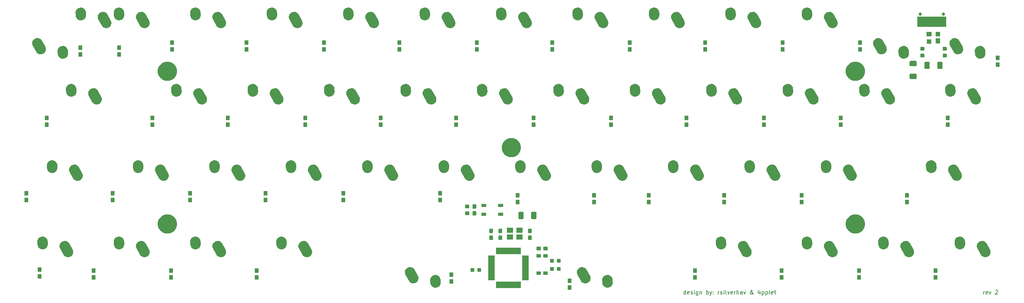
<source format=gts>
G04 #@! TF.GenerationSoftware,KiCad,Pcbnew,(5.1.4-0-10_14)*
G04 #@! TF.CreationDate,2019-09-30T11:55:43+02:00*
G04 #@! TF.ProjectId,minivan-clone,6d696e69-7661-46e2-9d63-6c6f6e652e6b,rev?*
G04 #@! TF.SameCoordinates,Original*
G04 #@! TF.FileFunction,Soldermask,Top*
G04 #@! TF.FilePolarity,Negative*
%FSLAX46Y46*%
G04 Gerber Fmt 4.6, Leading zero omitted, Abs format (unit mm)*
G04 Created by KiCad (PCBNEW (5.1.4-0-10_14)) date 2019-09-30 11:55:43*
%MOMM*%
%LPD*%
G04 APERTURE LIST*
%ADD10C,0.150000*%
%ADD11C,0.100000*%
G04 APERTURE END LIST*
D10*
X287751619Y-203144380D02*
X287751619Y-202144380D01*
X287751619Y-203096761D02*
X287656380Y-203144380D01*
X287465904Y-203144380D01*
X287370666Y-203096761D01*
X287323047Y-203049142D01*
X287275428Y-202953904D01*
X287275428Y-202668190D01*
X287323047Y-202572952D01*
X287370666Y-202525333D01*
X287465904Y-202477714D01*
X287656380Y-202477714D01*
X287751619Y-202525333D01*
X288608761Y-203096761D02*
X288513523Y-203144380D01*
X288323047Y-203144380D01*
X288227809Y-203096761D01*
X288180190Y-203001523D01*
X288180190Y-202620571D01*
X288227809Y-202525333D01*
X288323047Y-202477714D01*
X288513523Y-202477714D01*
X288608761Y-202525333D01*
X288656380Y-202620571D01*
X288656380Y-202715809D01*
X288180190Y-202811047D01*
X289037333Y-203096761D02*
X289132571Y-203144380D01*
X289323047Y-203144380D01*
X289418285Y-203096761D01*
X289465904Y-203001523D01*
X289465904Y-202953904D01*
X289418285Y-202858666D01*
X289323047Y-202811047D01*
X289180190Y-202811047D01*
X289084952Y-202763428D01*
X289037333Y-202668190D01*
X289037333Y-202620571D01*
X289084952Y-202525333D01*
X289180190Y-202477714D01*
X289323047Y-202477714D01*
X289418285Y-202525333D01*
X289894476Y-203144380D02*
X289894476Y-202477714D01*
X289894476Y-202144380D02*
X289846857Y-202192000D01*
X289894476Y-202239619D01*
X289942095Y-202192000D01*
X289894476Y-202144380D01*
X289894476Y-202239619D01*
X290799238Y-202477714D02*
X290799238Y-203287238D01*
X290751619Y-203382476D01*
X290704000Y-203430095D01*
X290608761Y-203477714D01*
X290465904Y-203477714D01*
X290370666Y-203430095D01*
X290799238Y-203096761D02*
X290704000Y-203144380D01*
X290513523Y-203144380D01*
X290418285Y-203096761D01*
X290370666Y-203049142D01*
X290323047Y-202953904D01*
X290323047Y-202668190D01*
X290370666Y-202572952D01*
X290418285Y-202525333D01*
X290513523Y-202477714D01*
X290704000Y-202477714D01*
X290799238Y-202525333D01*
X291275428Y-202477714D02*
X291275428Y-203144380D01*
X291275428Y-202572952D02*
X291323047Y-202525333D01*
X291418285Y-202477714D01*
X291561142Y-202477714D01*
X291656380Y-202525333D01*
X291704000Y-202620571D01*
X291704000Y-203144380D01*
X292942095Y-203144380D02*
X292942095Y-202144380D01*
X292942095Y-202525333D02*
X293037333Y-202477714D01*
X293227809Y-202477714D01*
X293323047Y-202525333D01*
X293370666Y-202572952D01*
X293418285Y-202668190D01*
X293418285Y-202953904D01*
X293370666Y-203049142D01*
X293323047Y-203096761D01*
X293227809Y-203144380D01*
X293037333Y-203144380D01*
X292942095Y-203096761D01*
X293751619Y-202477714D02*
X293989714Y-203144380D01*
X294227809Y-202477714D02*
X293989714Y-203144380D01*
X293894476Y-203382476D01*
X293846857Y-203430095D01*
X293751619Y-203477714D01*
X294608761Y-203049142D02*
X294656380Y-203096761D01*
X294608761Y-203144380D01*
X294561142Y-203096761D01*
X294608761Y-203049142D01*
X294608761Y-203144380D01*
X294608761Y-202525333D02*
X294656380Y-202572952D01*
X294608761Y-202620571D01*
X294561142Y-202572952D01*
X294608761Y-202525333D01*
X294608761Y-202620571D01*
X295846857Y-203144380D02*
X295846857Y-202477714D01*
X295846857Y-202668190D02*
X295894476Y-202572952D01*
X295942095Y-202525333D01*
X296037333Y-202477714D01*
X296132571Y-202477714D01*
X296418285Y-203096761D02*
X296513523Y-203144380D01*
X296704000Y-203144380D01*
X296799238Y-203096761D01*
X296846857Y-203001523D01*
X296846857Y-202953904D01*
X296799238Y-202858666D01*
X296704000Y-202811047D01*
X296561142Y-202811047D01*
X296465904Y-202763428D01*
X296418285Y-202668190D01*
X296418285Y-202620571D01*
X296465904Y-202525333D01*
X296561142Y-202477714D01*
X296704000Y-202477714D01*
X296799238Y-202525333D01*
X297275428Y-203144380D02*
X297275428Y-202477714D01*
X297275428Y-202144380D02*
X297227809Y-202192000D01*
X297275428Y-202239619D01*
X297323047Y-202192000D01*
X297275428Y-202144380D01*
X297275428Y-202239619D01*
X297894476Y-203144380D02*
X297799238Y-203096761D01*
X297751619Y-203001523D01*
X297751619Y-202144380D01*
X298180190Y-202477714D02*
X298418285Y-203144380D01*
X298656380Y-202477714D01*
X299418285Y-203096761D02*
X299323047Y-203144380D01*
X299132571Y-203144380D01*
X299037333Y-203096761D01*
X298989714Y-203001523D01*
X298989714Y-202620571D01*
X299037333Y-202525333D01*
X299132571Y-202477714D01*
X299323047Y-202477714D01*
X299418285Y-202525333D01*
X299465904Y-202620571D01*
X299465904Y-202715809D01*
X298989714Y-202811047D01*
X299894476Y-203144380D02*
X299894476Y-202477714D01*
X299894476Y-202668190D02*
X299942095Y-202572952D01*
X299989714Y-202525333D01*
X300084952Y-202477714D01*
X300180190Y-202477714D01*
X300513523Y-203144380D02*
X300513523Y-202144380D01*
X300942095Y-203144380D02*
X300942095Y-202620571D01*
X300894476Y-202525333D01*
X300799238Y-202477714D01*
X300656380Y-202477714D01*
X300561142Y-202525333D01*
X300513523Y-202572952D01*
X301846857Y-203144380D02*
X301846857Y-202620571D01*
X301799238Y-202525333D01*
X301704000Y-202477714D01*
X301513523Y-202477714D01*
X301418285Y-202525333D01*
X301846857Y-203096761D02*
X301751619Y-203144380D01*
X301513523Y-203144380D01*
X301418285Y-203096761D01*
X301370666Y-203001523D01*
X301370666Y-202906285D01*
X301418285Y-202811047D01*
X301513523Y-202763428D01*
X301751619Y-202763428D01*
X301846857Y-202715809D01*
X302227809Y-202477714D02*
X302465904Y-203144380D01*
X302704000Y-202477714D01*
X304656380Y-203144380D02*
X304608761Y-203144380D01*
X304513523Y-203096761D01*
X304370666Y-202953904D01*
X304132571Y-202668190D01*
X304037333Y-202525333D01*
X303989714Y-202382476D01*
X303989714Y-202287238D01*
X304037333Y-202192000D01*
X304132571Y-202144380D01*
X304180190Y-202144380D01*
X304275428Y-202192000D01*
X304323047Y-202287238D01*
X304323047Y-202334857D01*
X304275428Y-202430095D01*
X304227809Y-202477714D01*
X303942095Y-202668190D01*
X303894476Y-202715809D01*
X303846857Y-202811047D01*
X303846857Y-202953904D01*
X303894476Y-203049142D01*
X303942095Y-203096761D01*
X304037333Y-203144380D01*
X304180190Y-203144380D01*
X304275428Y-203096761D01*
X304323047Y-203049142D01*
X304465904Y-202858666D01*
X304513523Y-202715809D01*
X304513523Y-202620571D01*
X306275428Y-202477714D02*
X306275428Y-203144380D01*
X306037333Y-202096761D02*
X305799238Y-202811047D01*
X306418285Y-202811047D01*
X306799238Y-202477714D02*
X306799238Y-203477714D01*
X306799238Y-202525333D02*
X306894476Y-202477714D01*
X307084952Y-202477714D01*
X307180190Y-202525333D01*
X307227809Y-202572952D01*
X307275428Y-202668190D01*
X307275428Y-202953904D01*
X307227809Y-203049142D01*
X307180190Y-203096761D01*
X307084952Y-203144380D01*
X306894476Y-203144380D01*
X306799238Y-203096761D01*
X307704000Y-202477714D02*
X307704000Y-203477714D01*
X307704000Y-202525333D02*
X307799238Y-202477714D01*
X307989714Y-202477714D01*
X308084952Y-202525333D01*
X308132571Y-202572952D01*
X308180190Y-202668190D01*
X308180190Y-202953904D01*
X308132571Y-203049142D01*
X308084952Y-203096761D01*
X307989714Y-203144380D01*
X307799238Y-203144380D01*
X307704000Y-203096761D01*
X308751619Y-203144380D02*
X308656380Y-203096761D01*
X308608761Y-203001523D01*
X308608761Y-202144380D01*
X309513523Y-203096761D02*
X309418285Y-203144380D01*
X309227809Y-203144380D01*
X309132571Y-203096761D01*
X309084952Y-203001523D01*
X309084952Y-202620571D01*
X309132571Y-202525333D01*
X309227809Y-202477714D01*
X309418285Y-202477714D01*
X309513523Y-202525333D01*
X309561142Y-202620571D01*
X309561142Y-202715809D01*
X309084952Y-202811047D01*
X309846857Y-202477714D02*
X310227809Y-202477714D01*
X309989714Y-202144380D02*
X309989714Y-203001523D01*
X310037333Y-203096761D01*
X310132571Y-203144380D01*
X310227809Y-203144380D01*
X361989904Y-203144380D02*
X361989904Y-202477714D01*
X361989904Y-202668190D02*
X362037523Y-202572952D01*
X362085142Y-202525333D01*
X362180380Y-202477714D01*
X362275619Y-202477714D01*
X362989904Y-203096761D02*
X362894666Y-203144380D01*
X362704190Y-203144380D01*
X362608952Y-203096761D01*
X362561333Y-203001523D01*
X362561333Y-202620571D01*
X362608952Y-202525333D01*
X362704190Y-202477714D01*
X362894666Y-202477714D01*
X362989904Y-202525333D01*
X363037523Y-202620571D01*
X363037523Y-202715809D01*
X362561333Y-202811047D01*
X363370857Y-202477714D02*
X363608952Y-203144380D01*
X363847047Y-202477714D01*
X364942285Y-202239619D02*
X364989904Y-202192000D01*
X365085142Y-202144380D01*
X365323238Y-202144380D01*
X365418476Y-202192000D01*
X365466095Y-202239619D01*
X365513714Y-202334857D01*
X365513714Y-202430095D01*
X365466095Y-202572952D01*
X364894666Y-203144380D01*
X365513714Y-203144380D01*
D11*
G36*
X259277000Y-202061000D02*
G01*
X258375000Y-202061000D01*
X258375000Y-200959000D01*
X259277000Y-200959000D01*
X259277000Y-202061000D01*
X259277000Y-202061000D01*
G37*
G36*
X246662000Y-201647000D02*
G01*
X240510000Y-201647000D01*
X240510000Y-200045000D01*
X246662000Y-200045000D01*
X246662000Y-201647000D01*
X246662000Y-201647000D01*
G37*
G36*
X225536271Y-198354120D02*
G01*
X225785997Y-198411660D01*
X225786001Y-198411661D01*
X226019708Y-198516816D01*
X226072148Y-198554187D01*
X226228410Y-198665544D01*
X226346800Y-198791288D01*
X226404085Y-198852131D01*
X226539985Y-199069405D01*
X226630885Y-199309017D01*
X226662666Y-199498429D01*
X226694205Y-199961072D01*
X226710808Y-200204606D01*
X226705026Y-200396572D01*
X226692058Y-200452852D01*
X226647485Y-200646303D01*
X226542330Y-200880010D01*
X226504959Y-200932450D01*
X226393602Y-201088712D01*
X226260047Y-201214456D01*
X226207015Y-201264387D01*
X225989741Y-201400287D01*
X225750129Y-201491187D01*
X225497388Y-201533594D01*
X225497384Y-201533594D01*
X225241229Y-201525880D01*
X224991503Y-201468340D01*
X224991499Y-201468339D01*
X224757792Y-201363184D01*
X224705352Y-201325813D01*
X224549090Y-201214456D01*
X224373415Y-201027869D01*
X224237516Y-200810596D01*
X224237515Y-200810595D01*
X224146615Y-200570983D01*
X224114834Y-200381571D01*
X224091889Y-200045000D01*
X224066692Y-199675392D01*
X224072474Y-199483428D01*
X224130014Y-199233701D01*
X224130015Y-199233697D01*
X224235170Y-198999990D01*
X224272541Y-198947550D01*
X224383898Y-198791288D01*
X224570485Y-198615613D01*
X224787759Y-198479713D01*
X225027371Y-198388813D01*
X225280112Y-198346406D01*
X225280116Y-198346406D01*
X225536271Y-198354120D01*
X225536271Y-198354120D01*
G37*
G36*
X268398771Y-198354120D02*
G01*
X268648497Y-198411660D01*
X268648501Y-198411661D01*
X268882208Y-198516816D01*
X268934648Y-198554187D01*
X269090910Y-198665544D01*
X269209300Y-198791288D01*
X269266585Y-198852131D01*
X269402485Y-199069405D01*
X269493385Y-199309017D01*
X269525166Y-199498429D01*
X269556705Y-199961072D01*
X269573308Y-200204606D01*
X269567526Y-200396572D01*
X269554558Y-200452852D01*
X269509985Y-200646303D01*
X269404830Y-200880010D01*
X269367459Y-200932450D01*
X269256102Y-201088712D01*
X269122547Y-201214456D01*
X269069515Y-201264387D01*
X268852241Y-201400287D01*
X268612629Y-201491187D01*
X268359888Y-201533594D01*
X268359884Y-201533594D01*
X268103729Y-201525880D01*
X267854003Y-201468340D01*
X267853999Y-201468339D01*
X267620292Y-201363184D01*
X267567852Y-201325813D01*
X267411590Y-201214456D01*
X267235915Y-201027869D01*
X267100016Y-200810596D01*
X267100015Y-200810595D01*
X267009115Y-200570983D01*
X266977334Y-200381571D01*
X266954389Y-200045000D01*
X266929192Y-199675392D01*
X266934974Y-199483428D01*
X266992514Y-199233701D01*
X266992515Y-199233697D01*
X267097670Y-198999990D01*
X267135041Y-198947550D01*
X267246398Y-198791288D01*
X267432985Y-198615613D01*
X267650259Y-198479713D01*
X267889871Y-198388813D01*
X268142612Y-198346406D01*
X268142616Y-198346406D01*
X268398771Y-198354120D01*
X268398771Y-198354120D01*
G37*
G36*
X229813000Y-200537000D02*
G01*
X228911000Y-200537000D01*
X228911000Y-199435000D01*
X229813000Y-199435000D01*
X229813000Y-200537000D01*
X229813000Y-200537000D01*
G37*
G36*
X219238590Y-196400480D02*
G01*
X219417539Y-196433080D01*
X219632647Y-196518140D01*
X219655858Y-196527318D01*
X219655859Y-196527319D01*
X219655860Y-196527319D01*
X219871213Y-196666237D01*
X219980591Y-196772140D01*
X220055329Y-196844503D01*
X220164596Y-197002451D01*
X221037563Y-198574089D01*
X221113916Y-198750320D01*
X221167963Y-199000831D01*
X221172101Y-199257072D01*
X221170292Y-199267000D01*
X221126169Y-199509196D01*
X221031930Y-199747517D01*
X220893012Y-199962870D01*
X220714748Y-200146984D01*
X220714746Y-200146986D01*
X220631466Y-200204598D01*
X220503989Y-200292785D01*
X220402107Y-200336926D01*
X220268836Y-200394667D01*
X220018325Y-200448714D01*
X219762084Y-200452852D01*
X219688909Y-200439520D01*
X219509960Y-200406920D01*
X219271639Y-200312682D01*
X219056287Y-200173763D01*
X218872173Y-199995499D01*
X218872171Y-199995497D01*
X218762904Y-199837549D01*
X217889937Y-198265910D01*
X217813584Y-198089679D01*
X217759537Y-197839168D01*
X217755399Y-197582928D01*
X217776739Y-197465795D01*
X217801331Y-197330804D01*
X217895570Y-197092483D01*
X218034488Y-196877130D01*
X218212752Y-196693016D01*
X218212754Y-196693014D01*
X218337488Y-196606725D01*
X218423511Y-196547215D01*
X218559712Y-196488205D01*
X218658664Y-196445333D01*
X218909175Y-196391286D01*
X219165415Y-196387148D01*
X219238590Y-196400480D01*
X219238590Y-196400480D01*
G37*
G36*
X262101090Y-196400480D02*
G01*
X262280039Y-196433080D01*
X262495147Y-196518140D01*
X262518358Y-196527318D01*
X262518359Y-196527319D01*
X262518360Y-196527319D01*
X262733713Y-196666237D01*
X262843091Y-196772140D01*
X262917829Y-196844503D01*
X263027096Y-197002451D01*
X263900063Y-198574089D01*
X263976416Y-198750320D01*
X264030463Y-199000831D01*
X264034601Y-199257072D01*
X264032792Y-199267000D01*
X263988669Y-199509196D01*
X263894430Y-199747517D01*
X263755512Y-199962870D01*
X263577248Y-200146984D01*
X263577246Y-200146986D01*
X263493966Y-200204598D01*
X263366489Y-200292785D01*
X263264607Y-200336926D01*
X263131336Y-200394667D01*
X262880825Y-200448714D01*
X262624584Y-200452852D01*
X262551409Y-200439520D01*
X262372460Y-200406920D01*
X262134139Y-200312682D01*
X261918787Y-200173763D01*
X261734673Y-199995499D01*
X261734671Y-199995497D01*
X261625404Y-199837549D01*
X260752437Y-198265910D01*
X260676084Y-198089679D01*
X260622037Y-197839168D01*
X260617899Y-197582928D01*
X260639239Y-197465795D01*
X260663831Y-197330804D01*
X260758070Y-197092483D01*
X260896988Y-196877130D01*
X261075252Y-196693016D01*
X261075254Y-196693014D01*
X261199988Y-196606725D01*
X261286011Y-196547215D01*
X261422212Y-196488205D01*
X261521164Y-196445333D01*
X261771675Y-196391286D01*
X262027915Y-196387148D01*
X262101090Y-196400480D01*
X262101090Y-196400480D01*
G37*
G36*
X259277000Y-200361000D02*
G01*
X258375000Y-200361000D01*
X258375000Y-199259000D01*
X259277000Y-199259000D01*
X259277000Y-200361000D01*
X259277000Y-200361000D01*
G37*
G36*
X240137000Y-199672000D02*
G01*
X238535000Y-199672000D01*
X238535000Y-193520000D01*
X240137000Y-193520000D01*
X240137000Y-199672000D01*
X240137000Y-199672000D01*
G37*
G36*
X248637000Y-199672000D02*
G01*
X247035000Y-199672000D01*
X247035000Y-193520000D01*
X248637000Y-193520000D01*
X248637000Y-199672000D01*
X248637000Y-199672000D01*
G37*
G36*
X350463000Y-199521000D02*
G01*
X349561000Y-199521000D01*
X349561000Y-198419000D01*
X350463000Y-198419000D01*
X350463000Y-199521000D01*
X350463000Y-199521000D01*
G37*
G36*
X331413000Y-199521000D02*
G01*
X330511000Y-199521000D01*
X330511000Y-198419000D01*
X331413000Y-198419000D01*
X331413000Y-199521000D01*
X331413000Y-199521000D01*
G37*
G36*
X312109000Y-199521000D02*
G01*
X311207000Y-199521000D01*
X311207000Y-198419000D01*
X312109000Y-198419000D01*
X312109000Y-199521000D01*
X312109000Y-199521000D01*
G37*
G36*
X290519000Y-199521000D02*
G01*
X289617000Y-199521000D01*
X289617000Y-198419000D01*
X290519000Y-198419000D01*
X290519000Y-199521000D01*
X290519000Y-199521000D01*
G37*
G36*
X181299000Y-199521000D02*
G01*
X180397000Y-199521000D01*
X180397000Y-198419000D01*
X181299000Y-198419000D01*
X181299000Y-199521000D01*
X181299000Y-199521000D01*
G37*
G36*
X159963000Y-199521000D02*
G01*
X159061000Y-199521000D01*
X159061000Y-198419000D01*
X159963000Y-198419000D01*
X159963000Y-199521000D01*
X159963000Y-199521000D01*
G37*
G36*
X140659000Y-199521000D02*
G01*
X139757000Y-199521000D01*
X139757000Y-198419000D01*
X140659000Y-198419000D01*
X140659000Y-199521000D01*
X140659000Y-199521000D01*
G37*
G36*
X127197000Y-199267000D02*
G01*
X126295000Y-199267000D01*
X126295000Y-198165000D01*
X127197000Y-198165000D01*
X127197000Y-199267000D01*
X127197000Y-199267000D01*
G37*
G36*
X229813000Y-198837000D02*
G01*
X228911000Y-198837000D01*
X228911000Y-197735000D01*
X229813000Y-197735000D01*
X229813000Y-198837000D01*
X229813000Y-198837000D01*
G37*
G36*
X251503683Y-197442725D02*
G01*
X251534143Y-197451966D01*
X251562223Y-197466974D01*
X251586831Y-197487169D01*
X251607026Y-197511777D01*
X251622034Y-197539857D01*
X251631275Y-197570317D01*
X251635000Y-197608140D01*
X251635000Y-198171860D01*
X251631275Y-198209683D01*
X251622034Y-198240143D01*
X251607026Y-198268223D01*
X251586831Y-198292831D01*
X251562223Y-198313026D01*
X251534143Y-198328034D01*
X251503683Y-198337275D01*
X251465860Y-198341000D01*
X250702140Y-198341000D01*
X250664317Y-198337275D01*
X250633857Y-198328034D01*
X250605777Y-198313026D01*
X250581169Y-198292831D01*
X250560974Y-198268223D01*
X250545966Y-198240143D01*
X250536725Y-198209683D01*
X250533000Y-198171860D01*
X250533000Y-197608140D01*
X250536725Y-197570317D01*
X250545966Y-197539857D01*
X250560974Y-197511777D01*
X250581169Y-197487169D01*
X250605777Y-197466974D01*
X250633857Y-197451966D01*
X250664317Y-197442725D01*
X250702140Y-197439000D01*
X251465860Y-197439000D01*
X251503683Y-197442725D01*
X251503683Y-197442725D01*
G37*
G36*
X253203683Y-197442725D02*
G01*
X253234143Y-197451966D01*
X253262223Y-197466974D01*
X253286831Y-197487169D01*
X253307026Y-197511777D01*
X253322034Y-197539857D01*
X253331275Y-197570317D01*
X253335000Y-197608140D01*
X253335000Y-198171860D01*
X253331275Y-198209683D01*
X253322034Y-198240143D01*
X253307026Y-198268223D01*
X253286831Y-198292831D01*
X253262223Y-198313026D01*
X253234143Y-198328034D01*
X253203683Y-198337275D01*
X253165860Y-198341000D01*
X252402140Y-198341000D01*
X252364317Y-198337275D01*
X252333857Y-198328034D01*
X252305777Y-198313026D01*
X252281169Y-198292831D01*
X252260974Y-198268223D01*
X252245966Y-198240143D01*
X252236725Y-198209683D01*
X252233000Y-198171860D01*
X252233000Y-197608140D01*
X252236725Y-197570317D01*
X252245966Y-197539857D01*
X252260974Y-197511777D01*
X252281169Y-197487169D01*
X252305777Y-197466974D01*
X252333857Y-197451966D01*
X252364317Y-197442725D01*
X252402140Y-197439000D01*
X253165860Y-197439000D01*
X253203683Y-197442725D01*
X253203683Y-197442725D01*
G37*
G36*
X290519000Y-197821000D02*
G01*
X289617000Y-197821000D01*
X289617000Y-196719000D01*
X290519000Y-196719000D01*
X290519000Y-197821000D01*
X290519000Y-197821000D01*
G37*
G36*
X331413000Y-197821000D02*
G01*
X330511000Y-197821000D01*
X330511000Y-196719000D01*
X331413000Y-196719000D01*
X331413000Y-197821000D01*
X331413000Y-197821000D01*
G37*
G36*
X181299000Y-197821000D02*
G01*
X180397000Y-197821000D01*
X180397000Y-196719000D01*
X181299000Y-196719000D01*
X181299000Y-197821000D01*
X181299000Y-197821000D01*
G37*
G36*
X350463000Y-197821000D02*
G01*
X349561000Y-197821000D01*
X349561000Y-196719000D01*
X350463000Y-196719000D01*
X350463000Y-197821000D01*
X350463000Y-197821000D01*
G37*
G36*
X159963000Y-197821000D02*
G01*
X159061000Y-197821000D01*
X159061000Y-196719000D01*
X159963000Y-196719000D01*
X159963000Y-197821000D01*
X159963000Y-197821000D01*
G37*
G36*
X140659000Y-197821000D02*
G01*
X139757000Y-197821000D01*
X139757000Y-196719000D01*
X140659000Y-196719000D01*
X140659000Y-197821000D01*
X140659000Y-197821000D01*
G37*
G36*
X312109000Y-197821000D02*
G01*
X311207000Y-197821000D01*
X311207000Y-196719000D01*
X312109000Y-196719000D01*
X312109000Y-197821000D01*
X312109000Y-197821000D01*
G37*
G36*
X236627683Y-196606725D02*
G01*
X236658143Y-196615966D01*
X236686223Y-196630974D01*
X236710831Y-196651169D01*
X236731026Y-196675777D01*
X236746034Y-196703857D01*
X236755275Y-196734317D01*
X236759000Y-196772140D01*
X236759000Y-197435860D01*
X236755275Y-197473683D01*
X236746034Y-197504143D01*
X236731026Y-197532223D01*
X236710831Y-197556831D01*
X236686223Y-197577026D01*
X236658143Y-197592034D01*
X236627683Y-197601275D01*
X236589860Y-197605000D01*
X236026140Y-197605000D01*
X235988317Y-197601275D01*
X235957857Y-197592034D01*
X235929777Y-197577026D01*
X235905169Y-197556831D01*
X235884974Y-197532223D01*
X235869966Y-197504143D01*
X235860725Y-197473683D01*
X235857000Y-197435860D01*
X235857000Y-196772140D01*
X235860725Y-196734317D01*
X235869966Y-196703857D01*
X235884974Y-196675777D01*
X235905169Y-196651169D01*
X235929777Y-196630974D01*
X235957857Y-196615966D01*
X235988317Y-196606725D01*
X236026140Y-196603000D01*
X236589860Y-196603000D01*
X236627683Y-196606725D01*
X236627683Y-196606725D01*
G37*
G36*
X234927683Y-196606725D02*
G01*
X234958143Y-196615966D01*
X234986223Y-196630974D01*
X235010831Y-196651169D01*
X235031026Y-196675777D01*
X235046034Y-196703857D01*
X235055275Y-196734317D01*
X235059000Y-196772140D01*
X235059000Y-197435860D01*
X235055275Y-197473683D01*
X235046034Y-197504143D01*
X235031026Y-197532223D01*
X235010831Y-197556831D01*
X234986223Y-197577026D01*
X234958143Y-197592034D01*
X234927683Y-197601275D01*
X234889860Y-197605000D01*
X234326140Y-197605000D01*
X234288317Y-197601275D01*
X234257857Y-197592034D01*
X234229777Y-197577026D01*
X234205169Y-197556831D01*
X234184974Y-197532223D01*
X234169966Y-197504143D01*
X234160725Y-197473683D01*
X234157000Y-197435860D01*
X234157000Y-196772140D01*
X234160725Y-196734317D01*
X234169966Y-196703857D01*
X234184974Y-196675777D01*
X234205169Y-196651169D01*
X234229777Y-196630974D01*
X234257857Y-196615966D01*
X234288317Y-196606725D01*
X234326140Y-196603000D01*
X234889860Y-196603000D01*
X234927683Y-196606725D01*
X234927683Y-196606725D01*
G37*
G36*
X127197000Y-197567000D02*
G01*
X126295000Y-197567000D01*
X126295000Y-196465000D01*
X127197000Y-196465000D01*
X127197000Y-197567000D01*
X127197000Y-197567000D01*
G37*
G36*
X254739683Y-196352725D02*
G01*
X254770143Y-196361966D01*
X254798223Y-196376974D01*
X254822831Y-196397169D01*
X254843026Y-196421777D01*
X254858034Y-196449857D01*
X254867275Y-196480317D01*
X254871000Y-196518140D01*
X254871000Y-197181860D01*
X254867275Y-197219683D01*
X254858034Y-197250143D01*
X254843026Y-197278223D01*
X254822831Y-197302831D01*
X254798223Y-197323026D01*
X254770143Y-197338034D01*
X254739683Y-197347275D01*
X254701860Y-197351000D01*
X254138140Y-197351000D01*
X254100317Y-197347275D01*
X254069857Y-197338034D01*
X254041777Y-197323026D01*
X254017169Y-197302831D01*
X253996974Y-197278223D01*
X253981966Y-197250143D01*
X253972725Y-197219683D01*
X253969000Y-197181860D01*
X253969000Y-196518140D01*
X253972725Y-196480317D01*
X253981966Y-196449857D01*
X253996974Y-196421777D01*
X254017169Y-196397169D01*
X254041777Y-196376974D01*
X254069857Y-196361966D01*
X254100317Y-196352725D01*
X254138140Y-196349000D01*
X254701860Y-196349000D01*
X254739683Y-196352725D01*
X254739683Y-196352725D01*
G37*
G36*
X256439683Y-196352725D02*
G01*
X256470143Y-196361966D01*
X256498223Y-196376974D01*
X256522831Y-196397169D01*
X256543026Y-196421777D01*
X256558034Y-196449857D01*
X256567275Y-196480317D01*
X256571000Y-196518140D01*
X256571000Y-197181860D01*
X256567275Y-197219683D01*
X256558034Y-197250143D01*
X256543026Y-197278223D01*
X256522831Y-197302831D01*
X256498223Y-197323026D01*
X256470143Y-197338034D01*
X256439683Y-197347275D01*
X256401860Y-197351000D01*
X255838140Y-197351000D01*
X255800317Y-197347275D01*
X255769857Y-197338034D01*
X255741777Y-197323026D01*
X255717169Y-197302831D01*
X255696974Y-197278223D01*
X255681966Y-197250143D01*
X255672725Y-197219683D01*
X255669000Y-197181860D01*
X255669000Y-196518140D01*
X255672725Y-196480317D01*
X255681966Y-196449857D01*
X255696974Y-196421777D01*
X255717169Y-196397169D01*
X255741777Y-196376974D01*
X255769857Y-196361966D01*
X255800317Y-196352725D01*
X255838140Y-196349000D01*
X256401860Y-196349000D01*
X256439683Y-196352725D01*
X256439683Y-196352725D01*
G37*
G36*
X256439683Y-194320725D02*
G01*
X256470143Y-194329966D01*
X256498223Y-194344974D01*
X256522831Y-194365169D01*
X256543026Y-194389777D01*
X256558034Y-194417857D01*
X256567275Y-194448317D01*
X256571000Y-194486140D01*
X256571000Y-195149860D01*
X256567275Y-195187683D01*
X256558034Y-195218143D01*
X256543026Y-195246223D01*
X256522831Y-195270831D01*
X256498223Y-195291026D01*
X256470143Y-195306034D01*
X256439683Y-195315275D01*
X256401860Y-195319000D01*
X255838140Y-195319000D01*
X255800317Y-195315275D01*
X255769857Y-195306034D01*
X255741777Y-195291026D01*
X255717169Y-195270831D01*
X255696974Y-195246223D01*
X255681966Y-195218143D01*
X255672725Y-195187683D01*
X255669000Y-195149860D01*
X255669000Y-194486140D01*
X255672725Y-194448317D01*
X255681966Y-194417857D01*
X255696974Y-194389777D01*
X255717169Y-194365169D01*
X255741777Y-194344974D01*
X255769857Y-194329966D01*
X255800317Y-194320725D01*
X255838140Y-194317000D01*
X256401860Y-194317000D01*
X256439683Y-194320725D01*
X256439683Y-194320725D01*
G37*
G36*
X254739683Y-194320725D02*
G01*
X254770143Y-194329966D01*
X254798223Y-194344974D01*
X254822831Y-194365169D01*
X254843026Y-194389777D01*
X254858034Y-194417857D01*
X254867275Y-194448317D01*
X254871000Y-194486140D01*
X254871000Y-195149860D01*
X254867275Y-195187683D01*
X254858034Y-195218143D01*
X254843026Y-195246223D01*
X254822831Y-195270831D01*
X254798223Y-195291026D01*
X254770143Y-195306034D01*
X254739683Y-195315275D01*
X254701860Y-195319000D01*
X254138140Y-195319000D01*
X254100317Y-195315275D01*
X254069857Y-195306034D01*
X254041777Y-195291026D01*
X254017169Y-195270831D01*
X253996974Y-195246223D01*
X253981966Y-195218143D01*
X253972725Y-195187683D01*
X253969000Y-195149860D01*
X253969000Y-194486140D01*
X253972725Y-194448317D01*
X253981966Y-194417857D01*
X253996974Y-194389777D01*
X254017169Y-194365169D01*
X254041777Y-194344974D01*
X254069857Y-194329966D01*
X254100317Y-194320725D01*
X254138140Y-194317000D01*
X254701860Y-194317000D01*
X254739683Y-194320725D01*
X254739683Y-194320725D01*
G37*
G36*
X253237683Y-193132725D02*
G01*
X253268143Y-193141966D01*
X253296223Y-193156974D01*
X253320831Y-193177169D01*
X253341026Y-193201777D01*
X253356034Y-193229857D01*
X253365275Y-193260317D01*
X253369000Y-193298140D01*
X253369000Y-193861860D01*
X253365275Y-193899683D01*
X253356034Y-193930143D01*
X253341026Y-193958223D01*
X253320831Y-193982831D01*
X253296223Y-194003026D01*
X253268143Y-194018034D01*
X253237683Y-194027275D01*
X253199860Y-194031000D01*
X252436140Y-194031000D01*
X252398317Y-194027275D01*
X252367857Y-194018034D01*
X252339777Y-194003026D01*
X252315169Y-193982831D01*
X252294974Y-193958223D01*
X252279966Y-193930143D01*
X252270725Y-193899683D01*
X252267000Y-193861860D01*
X252267000Y-193298140D01*
X252270725Y-193260317D01*
X252279966Y-193229857D01*
X252294974Y-193201777D01*
X252315169Y-193177169D01*
X252339777Y-193156974D01*
X252367857Y-193141966D01*
X252398317Y-193132725D01*
X252436140Y-193129000D01*
X253199860Y-193129000D01*
X253237683Y-193132725D01*
X253237683Y-193132725D01*
G37*
G36*
X251537683Y-193132725D02*
G01*
X251568143Y-193141966D01*
X251596223Y-193156974D01*
X251620831Y-193177169D01*
X251641026Y-193201777D01*
X251656034Y-193229857D01*
X251665275Y-193260317D01*
X251669000Y-193298140D01*
X251669000Y-193861860D01*
X251665275Y-193899683D01*
X251656034Y-193930143D01*
X251641026Y-193958223D01*
X251620831Y-193982831D01*
X251596223Y-194003026D01*
X251568143Y-194018034D01*
X251537683Y-194027275D01*
X251499860Y-194031000D01*
X250736140Y-194031000D01*
X250698317Y-194027275D01*
X250667857Y-194018034D01*
X250639777Y-194003026D01*
X250615169Y-193982831D01*
X250594974Y-193958223D01*
X250579966Y-193930143D01*
X250570725Y-193899683D01*
X250567000Y-193861860D01*
X250567000Y-193298140D01*
X250570725Y-193260317D01*
X250579966Y-193229857D01*
X250594974Y-193201777D01*
X250615169Y-193177169D01*
X250639777Y-193156974D01*
X250667857Y-193141966D01*
X250698317Y-193132725D01*
X250736140Y-193129000D01*
X251499860Y-193129000D01*
X251537683Y-193132725D01*
X251537683Y-193132725D01*
G37*
G36*
X342729840Y-189860480D02*
G01*
X342908789Y-189893080D01*
X343124546Y-189978397D01*
X343147108Y-189987318D01*
X343147109Y-189987319D01*
X343147110Y-189987319D01*
X343362463Y-190126237D01*
X343546577Y-190304501D01*
X343546579Y-190304503D01*
X343655846Y-190462451D01*
X344528813Y-192034089D01*
X344605166Y-192210320D01*
X344659213Y-192460831D01*
X344663351Y-192717072D01*
X344650019Y-192790247D01*
X344617419Y-192969196D01*
X344523180Y-193207517D01*
X344384262Y-193422870D01*
X344290218Y-193520000D01*
X344205996Y-193606986D01*
X344106688Y-193675686D01*
X343995239Y-193752785D01*
X343893357Y-193796926D01*
X343760086Y-193854667D01*
X343509575Y-193908714D01*
X343253334Y-193912852D01*
X343180159Y-193899520D01*
X343001210Y-193866920D01*
X342762889Y-193772682D01*
X342547537Y-193633763D01*
X342363423Y-193455499D01*
X342363421Y-193455497D01*
X342254154Y-193297549D01*
X341381187Y-191725910D01*
X341304834Y-191549679D01*
X341250787Y-191299168D01*
X341246649Y-191042928D01*
X341259981Y-190969753D01*
X341292581Y-190790804D01*
X341386820Y-190552483D01*
X341525738Y-190337130D01*
X341704002Y-190153016D01*
X341704004Y-190153014D01*
X341803312Y-190084314D01*
X341914761Y-190007215D01*
X342016643Y-189963074D01*
X342149914Y-189905333D01*
X342400425Y-189851286D01*
X342656665Y-189847148D01*
X342729840Y-189860480D01*
X342729840Y-189860480D01*
G37*
G36*
X192711090Y-189860480D02*
G01*
X192890039Y-189893080D01*
X193105796Y-189978397D01*
X193128358Y-189987318D01*
X193128359Y-189987319D01*
X193128360Y-189987319D01*
X193343713Y-190126237D01*
X193527827Y-190304501D01*
X193527829Y-190304503D01*
X193637096Y-190462451D01*
X194510063Y-192034089D01*
X194586416Y-192210320D01*
X194640463Y-192460831D01*
X194644601Y-192717072D01*
X194631269Y-192790247D01*
X194598669Y-192969196D01*
X194504430Y-193207517D01*
X194365512Y-193422870D01*
X194271468Y-193520000D01*
X194187246Y-193606986D01*
X194087938Y-193675686D01*
X193976489Y-193752785D01*
X193874607Y-193796926D01*
X193741336Y-193854667D01*
X193490825Y-193908714D01*
X193234584Y-193912852D01*
X193161409Y-193899520D01*
X192982460Y-193866920D01*
X192744139Y-193772682D01*
X192528787Y-193633763D01*
X192344673Y-193455499D01*
X192344671Y-193455497D01*
X192235404Y-193297549D01*
X191362437Y-191725910D01*
X191286084Y-191549679D01*
X191232037Y-191299168D01*
X191227899Y-191042928D01*
X191241231Y-190969753D01*
X191273831Y-190790804D01*
X191368070Y-190552483D01*
X191506988Y-190337130D01*
X191685252Y-190153016D01*
X191685254Y-190153014D01*
X191784562Y-190084314D01*
X191896011Y-190007215D01*
X191997893Y-189963074D01*
X192131164Y-189905333D01*
X192381675Y-189851286D01*
X192637915Y-189847148D01*
X192711090Y-189860480D01*
X192711090Y-189860480D01*
G37*
G36*
X302248590Y-189860480D02*
G01*
X302427539Y-189893080D01*
X302643296Y-189978397D01*
X302665858Y-189987318D01*
X302665859Y-189987319D01*
X302665860Y-189987319D01*
X302881213Y-190126237D01*
X303065327Y-190304501D01*
X303065329Y-190304503D01*
X303174596Y-190462451D01*
X304047563Y-192034089D01*
X304123916Y-192210320D01*
X304177963Y-192460831D01*
X304182101Y-192717072D01*
X304168769Y-192790247D01*
X304136169Y-192969196D01*
X304041930Y-193207517D01*
X303903012Y-193422870D01*
X303808968Y-193520000D01*
X303724746Y-193606986D01*
X303625438Y-193675686D01*
X303513989Y-193752785D01*
X303412107Y-193796926D01*
X303278836Y-193854667D01*
X303028325Y-193908714D01*
X302772084Y-193912852D01*
X302698909Y-193899520D01*
X302519960Y-193866920D01*
X302281639Y-193772682D01*
X302066287Y-193633763D01*
X301882173Y-193455499D01*
X301882171Y-193455497D01*
X301772904Y-193297549D01*
X300899937Y-191725910D01*
X300823584Y-191549679D01*
X300769537Y-191299168D01*
X300765399Y-191042928D01*
X300778731Y-190969753D01*
X300811331Y-190790804D01*
X300905570Y-190552483D01*
X301044488Y-190337130D01*
X301222752Y-190153016D01*
X301222754Y-190153014D01*
X301322062Y-190084314D01*
X301433511Y-190007215D01*
X301535393Y-189963074D01*
X301668664Y-189905333D01*
X301919175Y-189851286D01*
X302175415Y-189847148D01*
X302248590Y-189860480D01*
X302248590Y-189860480D01*
G37*
G36*
X152229840Y-189860480D02*
G01*
X152408789Y-189893080D01*
X152624546Y-189978397D01*
X152647108Y-189987318D01*
X152647109Y-189987319D01*
X152647110Y-189987319D01*
X152862463Y-190126237D01*
X153046577Y-190304501D01*
X153046579Y-190304503D01*
X153155846Y-190462451D01*
X154028813Y-192034089D01*
X154105166Y-192210320D01*
X154159213Y-192460831D01*
X154163351Y-192717072D01*
X154150019Y-192790247D01*
X154117419Y-192969196D01*
X154023180Y-193207517D01*
X153884262Y-193422870D01*
X153790218Y-193520000D01*
X153705996Y-193606986D01*
X153606688Y-193675686D01*
X153495239Y-193752785D01*
X153393357Y-193796926D01*
X153260086Y-193854667D01*
X153009575Y-193908714D01*
X152753334Y-193912852D01*
X152680159Y-193899520D01*
X152501210Y-193866920D01*
X152262889Y-193772682D01*
X152047537Y-193633763D01*
X151863423Y-193455499D01*
X151863421Y-193455497D01*
X151754154Y-193297549D01*
X150881187Y-191725910D01*
X150804834Y-191549679D01*
X150750787Y-191299168D01*
X150746649Y-191042928D01*
X150759981Y-190969753D01*
X150792581Y-190790804D01*
X150886820Y-190552483D01*
X151025738Y-190337130D01*
X151204002Y-190153016D01*
X151204004Y-190153014D01*
X151303312Y-190084314D01*
X151414761Y-190007215D01*
X151516643Y-189963074D01*
X151649914Y-189905333D01*
X151900425Y-189851286D01*
X152156665Y-189847148D01*
X152229840Y-189860480D01*
X152229840Y-189860480D01*
G37*
G36*
X171279840Y-189860480D02*
G01*
X171458789Y-189893080D01*
X171674546Y-189978397D01*
X171697108Y-189987318D01*
X171697109Y-189987319D01*
X171697110Y-189987319D01*
X171912463Y-190126237D01*
X172096577Y-190304501D01*
X172096579Y-190304503D01*
X172205846Y-190462451D01*
X173078813Y-192034089D01*
X173155166Y-192210320D01*
X173209213Y-192460831D01*
X173213351Y-192717072D01*
X173200019Y-192790247D01*
X173167419Y-192969196D01*
X173073180Y-193207517D01*
X172934262Y-193422870D01*
X172840218Y-193520000D01*
X172755996Y-193606986D01*
X172656688Y-193675686D01*
X172545239Y-193752785D01*
X172443357Y-193796926D01*
X172310086Y-193854667D01*
X172059575Y-193908714D01*
X171803334Y-193912852D01*
X171730159Y-193899520D01*
X171551210Y-193866920D01*
X171312889Y-193772682D01*
X171097537Y-193633763D01*
X170913423Y-193455499D01*
X170913421Y-193455497D01*
X170804154Y-193297549D01*
X169931187Y-191725910D01*
X169854834Y-191549679D01*
X169800787Y-191299168D01*
X169796649Y-191042928D01*
X169809981Y-190969753D01*
X169842581Y-190790804D01*
X169936820Y-190552483D01*
X170075738Y-190337130D01*
X170254002Y-190153016D01*
X170254004Y-190153014D01*
X170353312Y-190084314D01*
X170464761Y-190007215D01*
X170566643Y-189963074D01*
X170699914Y-189905333D01*
X170950425Y-189851286D01*
X171206665Y-189847148D01*
X171279840Y-189860480D01*
X171279840Y-189860480D01*
G37*
G36*
X323679840Y-189860480D02*
G01*
X323858789Y-189893080D01*
X324074546Y-189978397D01*
X324097108Y-189987318D01*
X324097109Y-189987319D01*
X324097110Y-189987319D01*
X324312463Y-190126237D01*
X324496577Y-190304501D01*
X324496579Y-190304503D01*
X324605846Y-190462451D01*
X325478813Y-192034089D01*
X325555166Y-192210320D01*
X325609213Y-192460831D01*
X325613351Y-192717072D01*
X325600019Y-192790247D01*
X325567419Y-192969196D01*
X325473180Y-193207517D01*
X325334262Y-193422870D01*
X325240218Y-193520000D01*
X325155996Y-193606986D01*
X325056688Y-193675686D01*
X324945239Y-193752785D01*
X324843357Y-193796926D01*
X324710086Y-193854667D01*
X324459575Y-193908714D01*
X324203334Y-193912852D01*
X324130159Y-193899520D01*
X323951210Y-193866920D01*
X323712889Y-193772682D01*
X323497537Y-193633763D01*
X323313423Y-193455499D01*
X323313421Y-193455497D01*
X323204154Y-193297549D01*
X322331187Y-191725910D01*
X322254834Y-191549679D01*
X322200787Y-191299168D01*
X322196649Y-191042928D01*
X322209981Y-190969753D01*
X322242581Y-190790804D01*
X322336820Y-190552483D01*
X322475738Y-190337130D01*
X322654002Y-190153016D01*
X322654004Y-190153014D01*
X322753312Y-190084314D01*
X322864761Y-190007215D01*
X322966643Y-189963074D01*
X323099914Y-189905333D01*
X323350425Y-189851286D01*
X323606665Y-189847148D01*
X323679840Y-189860480D01*
X323679840Y-189860480D01*
G37*
G36*
X133179840Y-189860480D02*
G01*
X133358789Y-189893080D01*
X133574546Y-189978397D01*
X133597108Y-189987318D01*
X133597109Y-189987319D01*
X133597110Y-189987319D01*
X133812463Y-190126237D01*
X133996577Y-190304501D01*
X133996579Y-190304503D01*
X134105846Y-190462451D01*
X134978813Y-192034089D01*
X135055166Y-192210320D01*
X135109213Y-192460831D01*
X135113351Y-192717072D01*
X135100019Y-192790247D01*
X135067419Y-192969196D01*
X134973180Y-193207517D01*
X134834262Y-193422870D01*
X134740218Y-193520000D01*
X134655996Y-193606986D01*
X134556688Y-193675686D01*
X134445239Y-193752785D01*
X134343357Y-193796926D01*
X134210086Y-193854667D01*
X133959575Y-193908714D01*
X133703334Y-193912852D01*
X133630159Y-193899520D01*
X133451210Y-193866920D01*
X133212889Y-193772682D01*
X132997537Y-193633763D01*
X132813423Y-193455499D01*
X132813421Y-193455497D01*
X132704154Y-193297549D01*
X131831187Y-191725910D01*
X131754834Y-191549679D01*
X131700787Y-191299168D01*
X131696649Y-191042928D01*
X131709981Y-190969753D01*
X131742581Y-190790804D01*
X131836820Y-190552483D01*
X131975738Y-190337130D01*
X132154002Y-190153016D01*
X132154004Y-190153014D01*
X132253312Y-190084314D01*
X132364761Y-190007215D01*
X132466643Y-189963074D01*
X132599914Y-189905333D01*
X132850425Y-189851286D01*
X133106665Y-189847148D01*
X133179840Y-189860480D01*
X133179840Y-189860480D01*
G37*
G36*
X361779840Y-189860480D02*
G01*
X361958789Y-189893080D01*
X362174546Y-189978397D01*
X362197108Y-189987318D01*
X362197109Y-189987319D01*
X362197110Y-189987319D01*
X362412463Y-190126237D01*
X362596577Y-190304501D01*
X362596579Y-190304503D01*
X362705846Y-190462451D01*
X363578813Y-192034089D01*
X363655166Y-192210320D01*
X363709213Y-192460831D01*
X363713351Y-192717072D01*
X363700019Y-192790247D01*
X363667419Y-192969196D01*
X363573180Y-193207517D01*
X363434262Y-193422870D01*
X363340218Y-193520000D01*
X363255996Y-193606986D01*
X363156688Y-193675686D01*
X363045239Y-193752785D01*
X362943357Y-193796926D01*
X362810086Y-193854667D01*
X362559575Y-193908714D01*
X362303334Y-193912852D01*
X362230159Y-193899520D01*
X362051210Y-193866920D01*
X361812889Y-193772682D01*
X361597537Y-193633763D01*
X361413423Y-193455499D01*
X361413421Y-193455497D01*
X361304154Y-193297549D01*
X360431187Y-191725910D01*
X360354834Y-191549679D01*
X360300787Y-191299168D01*
X360296649Y-191042928D01*
X360309981Y-190969753D01*
X360342581Y-190790804D01*
X360436820Y-190552483D01*
X360575738Y-190337130D01*
X360754002Y-190153016D01*
X360754004Y-190153014D01*
X360853312Y-190084314D01*
X360964761Y-190007215D01*
X361066643Y-189963074D01*
X361199914Y-189905333D01*
X361450425Y-189851286D01*
X361706665Y-189847148D01*
X361779840Y-189860480D01*
X361779840Y-189860480D01*
G37*
G36*
X246662000Y-193147000D02*
G01*
X240510000Y-193147000D01*
X240510000Y-191545000D01*
X246662000Y-191545000D01*
X246662000Y-193147000D01*
X246662000Y-193147000D01*
G37*
G36*
X253237683Y-191322725D02*
G01*
X253268143Y-191331966D01*
X253296223Y-191346974D01*
X253320831Y-191367169D01*
X253341026Y-191391777D01*
X253356034Y-191419857D01*
X253365275Y-191450317D01*
X253369000Y-191488140D01*
X253369000Y-192051860D01*
X253365275Y-192089683D01*
X253356034Y-192120143D01*
X253341026Y-192148223D01*
X253320831Y-192172831D01*
X253296223Y-192193026D01*
X253268143Y-192208034D01*
X253237683Y-192217275D01*
X253199860Y-192221000D01*
X252436140Y-192221000D01*
X252398317Y-192217275D01*
X252367857Y-192208034D01*
X252339777Y-192193026D01*
X252315169Y-192172831D01*
X252294974Y-192148223D01*
X252279966Y-192120143D01*
X252270725Y-192089683D01*
X252267000Y-192051860D01*
X252267000Y-191488140D01*
X252270725Y-191450317D01*
X252279966Y-191419857D01*
X252294974Y-191391777D01*
X252315169Y-191367169D01*
X252339777Y-191346974D01*
X252367857Y-191331966D01*
X252398317Y-191322725D01*
X252436140Y-191319000D01*
X253199860Y-191319000D01*
X253237683Y-191322725D01*
X253237683Y-191322725D01*
G37*
G36*
X251537683Y-191322725D02*
G01*
X251568143Y-191331966D01*
X251596223Y-191346974D01*
X251620831Y-191367169D01*
X251641026Y-191391777D01*
X251656034Y-191419857D01*
X251665275Y-191450317D01*
X251669000Y-191488140D01*
X251669000Y-192051860D01*
X251665275Y-192089683D01*
X251656034Y-192120143D01*
X251641026Y-192148223D01*
X251620831Y-192172831D01*
X251596223Y-192193026D01*
X251568143Y-192208034D01*
X251537683Y-192217275D01*
X251499860Y-192221000D01*
X250736140Y-192221000D01*
X250698317Y-192217275D01*
X250667857Y-192208034D01*
X250639777Y-192193026D01*
X250615169Y-192172831D01*
X250594974Y-192148223D01*
X250579966Y-192120143D01*
X250570725Y-192089683D01*
X250567000Y-192051860D01*
X250567000Y-191488140D01*
X250570725Y-191450317D01*
X250579966Y-191419857D01*
X250594974Y-191391777D01*
X250615169Y-191367169D01*
X250639777Y-191346974D01*
X250667857Y-191331966D01*
X250698317Y-191322725D01*
X250736140Y-191319000D01*
X251499860Y-191319000D01*
X251537683Y-191322725D01*
X251537683Y-191322725D01*
G37*
G36*
X146677521Y-188774120D02*
G01*
X146927247Y-188831660D01*
X146927251Y-188831661D01*
X147160958Y-188936816D01*
X147213398Y-188974187D01*
X147369660Y-189085544D01*
X147488050Y-189211288D01*
X147545335Y-189272131D01*
X147681235Y-189489405D01*
X147772135Y-189729017D01*
X147803916Y-189918429D01*
X147819908Y-190153014D01*
X147852058Y-190624606D01*
X147847052Y-190790804D01*
X147846276Y-190816571D01*
X147788735Y-191066303D01*
X147683580Y-191300010D01*
X147646209Y-191352450D01*
X147534852Y-191508712D01*
X147401297Y-191634456D01*
X147348265Y-191684387D01*
X147130991Y-191820287D01*
X146891379Y-191911187D01*
X146638638Y-191953594D01*
X146638634Y-191953594D01*
X146382479Y-191945880D01*
X146132753Y-191888340D01*
X146132749Y-191888339D01*
X145899042Y-191783184D01*
X145818673Y-191725910D01*
X145690340Y-191634456D01*
X145514665Y-191447869D01*
X145457831Y-191357004D01*
X145378765Y-191230595D01*
X145287865Y-190990983D01*
X145256084Y-190801571D01*
X145239103Y-190552483D01*
X145207942Y-190095392D01*
X145213724Y-189903428D01*
X145271264Y-189653701D01*
X145271265Y-189653697D01*
X145376420Y-189419990D01*
X145413791Y-189367550D01*
X145525148Y-189211288D01*
X145711735Y-189035613D01*
X145929009Y-188899713D01*
X146168621Y-188808813D01*
X146421362Y-188766406D01*
X146421366Y-188766406D01*
X146677521Y-188774120D01*
X146677521Y-188774120D01*
G37*
G36*
X356227521Y-188774120D02*
G01*
X356477247Y-188831660D01*
X356477251Y-188831661D01*
X356710958Y-188936816D01*
X356763398Y-188974187D01*
X356919660Y-189085544D01*
X357038050Y-189211288D01*
X357095335Y-189272131D01*
X357231235Y-189489405D01*
X357322135Y-189729017D01*
X357353916Y-189918429D01*
X357369908Y-190153014D01*
X357402058Y-190624606D01*
X357397052Y-190790804D01*
X357396276Y-190816571D01*
X357338735Y-191066303D01*
X357233580Y-191300010D01*
X357196209Y-191352450D01*
X357084852Y-191508712D01*
X356951297Y-191634456D01*
X356898265Y-191684387D01*
X356680991Y-191820287D01*
X356441379Y-191911187D01*
X356188638Y-191953594D01*
X356188634Y-191953594D01*
X355932479Y-191945880D01*
X355682753Y-191888340D01*
X355682749Y-191888339D01*
X355449042Y-191783184D01*
X355368673Y-191725910D01*
X355240340Y-191634456D01*
X355064665Y-191447869D01*
X355007831Y-191357004D01*
X354928765Y-191230595D01*
X354837865Y-190990983D01*
X354806084Y-190801571D01*
X354789103Y-190552483D01*
X354757942Y-190095392D01*
X354763724Y-189903428D01*
X354821264Y-189653701D01*
X354821265Y-189653697D01*
X354926420Y-189419990D01*
X354963791Y-189367550D01*
X355075148Y-189211288D01*
X355261735Y-189035613D01*
X355479009Y-188899713D01*
X355718621Y-188808813D01*
X355971362Y-188766406D01*
X355971366Y-188766406D01*
X356227521Y-188774120D01*
X356227521Y-188774120D01*
G37*
G36*
X165727521Y-188774120D02*
G01*
X165977247Y-188831660D01*
X165977251Y-188831661D01*
X166210958Y-188936816D01*
X166263398Y-188974187D01*
X166419660Y-189085544D01*
X166538050Y-189211288D01*
X166595335Y-189272131D01*
X166731235Y-189489405D01*
X166822135Y-189729017D01*
X166853916Y-189918429D01*
X166869908Y-190153014D01*
X166902058Y-190624606D01*
X166897052Y-190790804D01*
X166896276Y-190816571D01*
X166838735Y-191066303D01*
X166733580Y-191300010D01*
X166696209Y-191352450D01*
X166584852Y-191508712D01*
X166451297Y-191634456D01*
X166398265Y-191684387D01*
X166180991Y-191820287D01*
X165941379Y-191911187D01*
X165688638Y-191953594D01*
X165688634Y-191953594D01*
X165432479Y-191945880D01*
X165182753Y-191888340D01*
X165182749Y-191888339D01*
X164949042Y-191783184D01*
X164868673Y-191725910D01*
X164740340Y-191634456D01*
X164564665Y-191447869D01*
X164507831Y-191357004D01*
X164428765Y-191230595D01*
X164337865Y-190990983D01*
X164306084Y-190801571D01*
X164289103Y-190552483D01*
X164257942Y-190095392D01*
X164263724Y-189903428D01*
X164321264Y-189653701D01*
X164321265Y-189653697D01*
X164426420Y-189419990D01*
X164463791Y-189367550D01*
X164575148Y-189211288D01*
X164761735Y-189035613D01*
X164979009Y-188899713D01*
X165218621Y-188808813D01*
X165471362Y-188766406D01*
X165471366Y-188766406D01*
X165727521Y-188774120D01*
X165727521Y-188774120D01*
G37*
G36*
X337177521Y-188774120D02*
G01*
X337427247Y-188831660D01*
X337427251Y-188831661D01*
X337660958Y-188936816D01*
X337713398Y-188974187D01*
X337869660Y-189085544D01*
X337988050Y-189211288D01*
X338045335Y-189272131D01*
X338181235Y-189489405D01*
X338272135Y-189729017D01*
X338303916Y-189918429D01*
X338319908Y-190153014D01*
X338352058Y-190624606D01*
X338347052Y-190790804D01*
X338346276Y-190816571D01*
X338288735Y-191066303D01*
X338183580Y-191300010D01*
X338146209Y-191352450D01*
X338034852Y-191508712D01*
X337901297Y-191634456D01*
X337848265Y-191684387D01*
X337630991Y-191820287D01*
X337391379Y-191911187D01*
X337138638Y-191953594D01*
X337138634Y-191953594D01*
X336882479Y-191945880D01*
X336632753Y-191888340D01*
X336632749Y-191888339D01*
X336399042Y-191783184D01*
X336318673Y-191725910D01*
X336190340Y-191634456D01*
X336014665Y-191447869D01*
X335957831Y-191357004D01*
X335878765Y-191230595D01*
X335787865Y-190990983D01*
X335756084Y-190801571D01*
X335739103Y-190552483D01*
X335707942Y-190095392D01*
X335713724Y-189903428D01*
X335771264Y-189653701D01*
X335771265Y-189653697D01*
X335876420Y-189419990D01*
X335913791Y-189367550D01*
X336025148Y-189211288D01*
X336211735Y-189035613D01*
X336429009Y-188899713D01*
X336668621Y-188808813D01*
X336921362Y-188766406D01*
X336921366Y-188766406D01*
X337177521Y-188774120D01*
X337177521Y-188774120D01*
G37*
G36*
X318127521Y-188774120D02*
G01*
X318377247Y-188831660D01*
X318377251Y-188831661D01*
X318610958Y-188936816D01*
X318663398Y-188974187D01*
X318819660Y-189085544D01*
X318938050Y-189211288D01*
X318995335Y-189272131D01*
X319131235Y-189489405D01*
X319222135Y-189729017D01*
X319253916Y-189918429D01*
X319269908Y-190153014D01*
X319302058Y-190624606D01*
X319297052Y-190790804D01*
X319296276Y-190816571D01*
X319238735Y-191066303D01*
X319133580Y-191300010D01*
X319096209Y-191352450D01*
X318984852Y-191508712D01*
X318851297Y-191634456D01*
X318798265Y-191684387D01*
X318580991Y-191820287D01*
X318341379Y-191911187D01*
X318088638Y-191953594D01*
X318088634Y-191953594D01*
X317832479Y-191945880D01*
X317582753Y-191888340D01*
X317582749Y-191888339D01*
X317349042Y-191783184D01*
X317268673Y-191725910D01*
X317140340Y-191634456D01*
X316964665Y-191447869D01*
X316907831Y-191357004D01*
X316828765Y-191230595D01*
X316737865Y-190990983D01*
X316706084Y-190801571D01*
X316689103Y-190552483D01*
X316657942Y-190095392D01*
X316663724Y-189903428D01*
X316721264Y-189653701D01*
X316721265Y-189653697D01*
X316826420Y-189419990D01*
X316863791Y-189367550D01*
X316975148Y-189211288D01*
X317161735Y-189035613D01*
X317379009Y-188899713D01*
X317618621Y-188808813D01*
X317871362Y-188766406D01*
X317871366Y-188766406D01*
X318127521Y-188774120D01*
X318127521Y-188774120D01*
G37*
G36*
X296696271Y-188774120D02*
G01*
X296945997Y-188831660D01*
X296946001Y-188831661D01*
X297179708Y-188936816D01*
X297232148Y-188974187D01*
X297388410Y-189085544D01*
X297506800Y-189211288D01*
X297564085Y-189272131D01*
X297699985Y-189489405D01*
X297790885Y-189729017D01*
X297822666Y-189918429D01*
X297838658Y-190153014D01*
X297870808Y-190624606D01*
X297865802Y-190790804D01*
X297865026Y-190816571D01*
X297807485Y-191066303D01*
X297702330Y-191300010D01*
X297664959Y-191352450D01*
X297553602Y-191508712D01*
X297420047Y-191634456D01*
X297367015Y-191684387D01*
X297149741Y-191820287D01*
X296910129Y-191911187D01*
X296657388Y-191953594D01*
X296657384Y-191953594D01*
X296401229Y-191945880D01*
X296151503Y-191888340D01*
X296151499Y-191888339D01*
X295917792Y-191783184D01*
X295837423Y-191725910D01*
X295709090Y-191634456D01*
X295533415Y-191447869D01*
X295476581Y-191357004D01*
X295397515Y-191230595D01*
X295306615Y-190990983D01*
X295274834Y-190801571D01*
X295257853Y-190552483D01*
X295226692Y-190095392D01*
X295232474Y-189903428D01*
X295290014Y-189653701D01*
X295290015Y-189653697D01*
X295395170Y-189419990D01*
X295432541Y-189367550D01*
X295543898Y-189211288D01*
X295730485Y-189035613D01*
X295947759Y-188899713D01*
X296187371Y-188808813D01*
X296440112Y-188766406D01*
X296440116Y-188766406D01*
X296696271Y-188774120D01*
X296696271Y-188774120D01*
G37*
G36*
X187158771Y-188774120D02*
G01*
X187408497Y-188831660D01*
X187408501Y-188831661D01*
X187642208Y-188936816D01*
X187694648Y-188974187D01*
X187850910Y-189085544D01*
X187969300Y-189211288D01*
X188026585Y-189272131D01*
X188162485Y-189489405D01*
X188253385Y-189729017D01*
X188285166Y-189918429D01*
X188301158Y-190153014D01*
X188333308Y-190624606D01*
X188328302Y-190790804D01*
X188327526Y-190816571D01*
X188269985Y-191066303D01*
X188164830Y-191300010D01*
X188127459Y-191352450D01*
X188016102Y-191508712D01*
X187882547Y-191634456D01*
X187829515Y-191684387D01*
X187612241Y-191820287D01*
X187372629Y-191911187D01*
X187119888Y-191953594D01*
X187119884Y-191953594D01*
X186863729Y-191945880D01*
X186614003Y-191888340D01*
X186613999Y-191888339D01*
X186380292Y-191783184D01*
X186299923Y-191725910D01*
X186171590Y-191634456D01*
X185995915Y-191447869D01*
X185939081Y-191357004D01*
X185860015Y-191230595D01*
X185769115Y-190990983D01*
X185737334Y-190801571D01*
X185720353Y-190552483D01*
X185689192Y-190095392D01*
X185694974Y-189903428D01*
X185752514Y-189653701D01*
X185752515Y-189653697D01*
X185857670Y-189419990D01*
X185895041Y-189367550D01*
X186006398Y-189211288D01*
X186192985Y-189035613D01*
X186410259Y-188899713D01*
X186649871Y-188808813D01*
X186902612Y-188766406D01*
X186902616Y-188766406D01*
X187158771Y-188774120D01*
X187158771Y-188774120D01*
G37*
G36*
X127627521Y-188774120D02*
G01*
X127877247Y-188831660D01*
X127877251Y-188831661D01*
X128110958Y-188936816D01*
X128163398Y-188974187D01*
X128319660Y-189085544D01*
X128438050Y-189211288D01*
X128495335Y-189272131D01*
X128631235Y-189489405D01*
X128722135Y-189729017D01*
X128753916Y-189918429D01*
X128769908Y-190153014D01*
X128802058Y-190624606D01*
X128797052Y-190790804D01*
X128796276Y-190816571D01*
X128738735Y-191066303D01*
X128633580Y-191300010D01*
X128596209Y-191352450D01*
X128484852Y-191508712D01*
X128351297Y-191634456D01*
X128298265Y-191684387D01*
X128080991Y-191820287D01*
X127841379Y-191911187D01*
X127588638Y-191953594D01*
X127588634Y-191953594D01*
X127332479Y-191945880D01*
X127082753Y-191888340D01*
X127082749Y-191888339D01*
X126849042Y-191783184D01*
X126768673Y-191725910D01*
X126640340Y-191634456D01*
X126464665Y-191447869D01*
X126407831Y-191357004D01*
X126328765Y-191230595D01*
X126237865Y-190990983D01*
X126206084Y-190801571D01*
X126189103Y-190552483D01*
X126157942Y-190095392D01*
X126163724Y-189903428D01*
X126221264Y-189653701D01*
X126221265Y-189653697D01*
X126326420Y-189419990D01*
X126363791Y-189367550D01*
X126475148Y-189211288D01*
X126661735Y-189035613D01*
X126879009Y-188899713D01*
X127118621Y-188808813D01*
X127371362Y-188766406D01*
X127371366Y-188766406D01*
X127627521Y-188774120D01*
X127627521Y-188774120D01*
G37*
G36*
X239587683Y-188516725D02*
G01*
X239618143Y-188525966D01*
X239646223Y-188540974D01*
X239670831Y-188561169D01*
X239691026Y-188585777D01*
X239706034Y-188613857D01*
X239715275Y-188644317D01*
X239719000Y-188682140D01*
X239719000Y-189445860D01*
X239715275Y-189483683D01*
X239706034Y-189514143D01*
X239691026Y-189542223D01*
X239670831Y-189566831D01*
X239646223Y-189587026D01*
X239618143Y-189602034D01*
X239587683Y-189611275D01*
X239549860Y-189615000D01*
X238986140Y-189615000D01*
X238948317Y-189611275D01*
X238917857Y-189602034D01*
X238889777Y-189587026D01*
X238865169Y-189566831D01*
X238844974Y-189542223D01*
X238829966Y-189514143D01*
X238820725Y-189483683D01*
X238817000Y-189445860D01*
X238817000Y-188682140D01*
X238820725Y-188644317D01*
X238829966Y-188613857D01*
X238844974Y-188585777D01*
X238865169Y-188561169D01*
X238889777Y-188540974D01*
X238917857Y-188525966D01*
X238948317Y-188516725D01*
X238986140Y-188513000D01*
X239549860Y-188513000D01*
X239587683Y-188516725D01*
X239587683Y-188516725D01*
G37*
G36*
X249239683Y-188516725D02*
G01*
X249270143Y-188525966D01*
X249298223Y-188540974D01*
X249322831Y-188561169D01*
X249343026Y-188585777D01*
X249358034Y-188613857D01*
X249367275Y-188644317D01*
X249371000Y-188682140D01*
X249371000Y-189445860D01*
X249367275Y-189483683D01*
X249358034Y-189514143D01*
X249343026Y-189542223D01*
X249322831Y-189566831D01*
X249298223Y-189587026D01*
X249270143Y-189602034D01*
X249239683Y-189611275D01*
X249201860Y-189615000D01*
X248638140Y-189615000D01*
X248600317Y-189611275D01*
X248569857Y-189602034D01*
X248541777Y-189587026D01*
X248517169Y-189566831D01*
X248496974Y-189542223D01*
X248481966Y-189514143D01*
X248472725Y-189483683D01*
X248469000Y-189445860D01*
X248469000Y-188682140D01*
X248472725Y-188644317D01*
X248481966Y-188613857D01*
X248496974Y-188585777D01*
X248517169Y-188561169D01*
X248541777Y-188540974D01*
X248569857Y-188525966D01*
X248600317Y-188516725D01*
X248638140Y-188513000D01*
X249201860Y-188513000D01*
X249239683Y-188516725D01*
X249239683Y-188516725D01*
G37*
G36*
X241873683Y-188516725D02*
G01*
X241904143Y-188525966D01*
X241932223Y-188540974D01*
X241956831Y-188561169D01*
X241977026Y-188585777D01*
X241992034Y-188613857D01*
X242001275Y-188644317D01*
X242005000Y-188682140D01*
X242005000Y-189445860D01*
X242001275Y-189483683D01*
X241992034Y-189514143D01*
X241977026Y-189542223D01*
X241956831Y-189566831D01*
X241932223Y-189587026D01*
X241904143Y-189602034D01*
X241873683Y-189611275D01*
X241835860Y-189615000D01*
X241272140Y-189615000D01*
X241234317Y-189611275D01*
X241203857Y-189602034D01*
X241175777Y-189587026D01*
X241151169Y-189566831D01*
X241130974Y-189542223D01*
X241115966Y-189514143D01*
X241106725Y-189483683D01*
X241103000Y-189445860D01*
X241103000Y-188682140D01*
X241106725Y-188644317D01*
X241115966Y-188613857D01*
X241130974Y-188585777D01*
X241151169Y-188561169D01*
X241175777Y-188540974D01*
X241203857Y-188525966D01*
X241234317Y-188516725D01*
X241272140Y-188513000D01*
X241835860Y-188513000D01*
X241873683Y-188516725D01*
X241873683Y-188516725D01*
G37*
G36*
X244697132Y-189539497D02*
G01*
X243195132Y-189539497D01*
X243195132Y-188237497D01*
X244697132Y-188237497D01*
X244697132Y-189539497D01*
X244697132Y-189539497D01*
G37*
G36*
X247097132Y-189539497D02*
G01*
X245595132Y-189539497D01*
X245595132Y-188237497D01*
X247097132Y-188237497D01*
X247097132Y-189539497D01*
X247097132Y-189539497D01*
G37*
G36*
X330493412Y-183270134D02*
G01*
X330725346Y-183316269D01*
X331162300Y-183497262D01*
X331555548Y-183760022D01*
X331889978Y-184094452D01*
X332152738Y-184487700D01*
X332333731Y-184924654D01*
X332426000Y-185388522D01*
X332426000Y-185861478D01*
X332333731Y-186325346D01*
X332152738Y-186762300D01*
X331889978Y-187155548D01*
X331555548Y-187489978D01*
X331162300Y-187752738D01*
X331162299Y-187752739D01*
X331162298Y-187752739D01*
X331034320Y-187805749D01*
X330725346Y-187933731D01*
X330493412Y-187979866D01*
X330261479Y-188026000D01*
X329788521Y-188026000D01*
X329556588Y-187979866D01*
X329324654Y-187933731D01*
X329015680Y-187805749D01*
X328887702Y-187752739D01*
X328887701Y-187752739D01*
X328887700Y-187752738D01*
X328494452Y-187489978D01*
X328160022Y-187155548D01*
X327897262Y-186762300D01*
X327716269Y-186325346D01*
X327624000Y-185861478D01*
X327624000Y-185388522D01*
X327716269Y-184924654D01*
X327897262Y-184487700D01*
X328160022Y-184094452D01*
X328494452Y-183760022D01*
X328887700Y-183497262D01*
X329324654Y-183316269D01*
X329556588Y-183270135D01*
X329788521Y-183224000D01*
X330261479Y-183224000D01*
X330493412Y-183270134D01*
X330493412Y-183270134D01*
G37*
G36*
X159043412Y-183270134D02*
G01*
X159275346Y-183316269D01*
X159712300Y-183497262D01*
X160105548Y-183760022D01*
X160439978Y-184094452D01*
X160702738Y-184487700D01*
X160883731Y-184924654D01*
X160976000Y-185388522D01*
X160976000Y-185861478D01*
X160883731Y-186325346D01*
X160702738Y-186762300D01*
X160439978Y-187155548D01*
X160105548Y-187489978D01*
X159712300Y-187752738D01*
X159712299Y-187752739D01*
X159712298Y-187752739D01*
X159584320Y-187805749D01*
X159275346Y-187933731D01*
X159043412Y-187979866D01*
X158811479Y-188026000D01*
X158338521Y-188026000D01*
X158106588Y-187979866D01*
X157874654Y-187933731D01*
X157565680Y-187805749D01*
X157437702Y-187752739D01*
X157437701Y-187752739D01*
X157437700Y-187752738D01*
X157044452Y-187489978D01*
X156710022Y-187155548D01*
X156447262Y-186762300D01*
X156266269Y-186325346D01*
X156174000Y-185861478D01*
X156174000Y-185388522D01*
X156266269Y-184924654D01*
X156447262Y-184487700D01*
X156710022Y-184094452D01*
X157044452Y-183760022D01*
X157437700Y-183497262D01*
X157874654Y-183316269D01*
X158106588Y-183270135D01*
X158338521Y-183224000D01*
X158811479Y-183224000D01*
X159043412Y-183270134D01*
X159043412Y-183270134D01*
G37*
G36*
X249239683Y-186816725D02*
G01*
X249270143Y-186825966D01*
X249298223Y-186840974D01*
X249322831Y-186861169D01*
X249343026Y-186885777D01*
X249358034Y-186913857D01*
X249367275Y-186944317D01*
X249371000Y-186982140D01*
X249371000Y-187745860D01*
X249367275Y-187783683D01*
X249358034Y-187814143D01*
X249343026Y-187842223D01*
X249322831Y-187866831D01*
X249298223Y-187887026D01*
X249270143Y-187902034D01*
X249239683Y-187911275D01*
X249201860Y-187915000D01*
X248638140Y-187915000D01*
X248600317Y-187911275D01*
X248569857Y-187902034D01*
X248541777Y-187887026D01*
X248517169Y-187866831D01*
X248496974Y-187842223D01*
X248481966Y-187814143D01*
X248472725Y-187783683D01*
X248469000Y-187745860D01*
X248469000Y-186982140D01*
X248472725Y-186944317D01*
X248481966Y-186913857D01*
X248496974Y-186885777D01*
X248517169Y-186861169D01*
X248541777Y-186840974D01*
X248569857Y-186825966D01*
X248600317Y-186816725D01*
X248638140Y-186813000D01*
X249201860Y-186813000D01*
X249239683Y-186816725D01*
X249239683Y-186816725D01*
G37*
G36*
X241873683Y-186816725D02*
G01*
X241904143Y-186825966D01*
X241932223Y-186840974D01*
X241956831Y-186861169D01*
X241977026Y-186885777D01*
X241992034Y-186913857D01*
X242001275Y-186944317D01*
X242005000Y-186982140D01*
X242005000Y-187745860D01*
X242001275Y-187783683D01*
X241992034Y-187814143D01*
X241977026Y-187842223D01*
X241956831Y-187866831D01*
X241932223Y-187887026D01*
X241904143Y-187902034D01*
X241873683Y-187911275D01*
X241835860Y-187915000D01*
X241272140Y-187915000D01*
X241234317Y-187911275D01*
X241203857Y-187902034D01*
X241175777Y-187887026D01*
X241151169Y-187866831D01*
X241130974Y-187842223D01*
X241115966Y-187814143D01*
X241106725Y-187783683D01*
X241103000Y-187745860D01*
X241103000Y-186982140D01*
X241106725Y-186944317D01*
X241115966Y-186913857D01*
X241130974Y-186885777D01*
X241151169Y-186861169D01*
X241175777Y-186840974D01*
X241203857Y-186825966D01*
X241234317Y-186816725D01*
X241272140Y-186813000D01*
X241835860Y-186813000D01*
X241873683Y-186816725D01*
X241873683Y-186816725D01*
G37*
G36*
X239587683Y-186816725D02*
G01*
X239618143Y-186825966D01*
X239646223Y-186840974D01*
X239670831Y-186861169D01*
X239691026Y-186885777D01*
X239706034Y-186913857D01*
X239715275Y-186944317D01*
X239719000Y-186982140D01*
X239719000Y-187745860D01*
X239715275Y-187783683D01*
X239706034Y-187814143D01*
X239691026Y-187842223D01*
X239670831Y-187866831D01*
X239646223Y-187887026D01*
X239618143Y-187902034D01*
X239587683Y-187911275D01*
X239549860Y-187915000D01*
X238986140Y-187915000D01*
X238948317Y-187911275D01*
X238917857Y-187902034D01*
X238889777Y-187887026D01*
X238865169Y-187866831D01*
X238844974Y-187842223D01*
X238829966Y-187814143D01*
X238820725Y-187783683D01*
X238817000Y-187745860D01*
X238817000Y-186982140D01*
X238820725Y-186944317D01*
X238829966Y-186913857D01*
X238844974Y-186885777D01*
X238865169Y-186861169D01*
X238889777Y-186840974D01*
X238917857Y-186825966D01*
X238948317Y-186816725D01*
X238986140Y-186813000D01*
X239549860Y-186813000D01*
X239587683Y-186816725D01*
X239587683Y-186816725D01*
G37*
G36*
X247097132Y-187839497D02*
G01*
X245595132Y-187839497D01*
X245595132Y-186537497D01*
X247097132Y-186537497D01*
X247097132Y-187839497D01*
X247097132Y-187839497D01*
G37*
G36*
X244697132Y-187839497D02*
G01*
X243195132Y-187839497D01*
X243195132Y-186537497D01*
X244697132Y-186537497D01*
X244697132Y-187839497D01*
X244697132Y-187839497D01*
G37*
G36*
X250324192Y-182619646D02*
G01*
X250373414Y-182634578D01*
X250418778Y-182658826D01*
X250458542Y-182691458D01*
X250491174Y-182731222D01*
X250515422Y-182776586D01*
X250530354Y-182825808D01*
X250536000Y-182883140D01*
X250536000Y-184146860D01*
X250530354Y-184204192D01*
X250515422Y-184253414D01*
X250491174Y-184298778D01*
X250458542Y-184338542D01*
X250418778Y-184371174D01*
X250373414Y-184395422D01*
X250324192Y-184410354D01*
X250266860Y-184416000D01*
X249503140Y-184416000D01*
X249445808Y-184410354D01*
X249396586Y-184395422D01*
X249351222Y-184371174D01*
X249311458Y-184338542D01*
X249278826Y-184298778D01*
X249254578Y-184253414D01*
X249239646Y-184204192D01*
X249234000Y-184146860D01*
X249234000Y-182883140D01*
X249239646Y-182825808D01*
X249254578Y-182776586D01*
X249278826Y-182731222D01*
X249311458Y-182691458D01*
X249351222Y-182658826D01*
X249396586Y-182634578D01*
X249445808Y-182619646D01*
X249503140Y-182614000D01*
X250266860Y-182614000D01*
X250324192Y-182619646D01*
X250324192Y-182619646D01*
G37*
G36*
X247124192Y-182619646D02*
G01*
X247173414Y-182634578D01*
X247218778Y-182658826D01*
X247258542Y-182691458D01*
X247291174Y-182731222D01*
X247315422Y-182776586D01*
X247330354Y-182825808D01*
X247336000Y-182883140D01*
X247336000Y-184146860D01*
X247330354Y-184204192D01*
X247315422Y-184253414D01*
X247291174Y-184298778D01*
X247258542Y-184338542D01*
X247218778Y-184371174D01*
X247173414Y-184395422D01*
X247124192Y-184410354D01*
X247066860Y-184416000D01*
X246303140Y-184416000D01*
X246245808Y-184410354D01*
X246196586Y-184395422D01*
X246151222Y-184371174D01*
X246111458Y-184338542D01*
X246078826Y-184298778D01*
X246054578Y-184253414D01*
X246039646Y-184204192D01*
X246034000Y-184146860D01*
X246034000Y-182883140D01*
X246039646Y-182825808D01*
X246054578Y-182776586D01*
X246078826Y-182731222D01*
X246111458Y-182691458D01*
X246151222Y-182658826D01*
X246196586Y-182634578D01*
X246245808Y-182619646D01*
X246303140Y-182614000D01*
X247066860Y-182614000D01*
X247124192Y-182619646D01*
X247124192Y-182619646D01*
G37*
G36*
X242223000Y-183619000D02*
G01*
X241021000Y-183619000D01*
X241021000Y-182817000D01*
X242223000Y-182817000D01*
X242223000Y-183619000D01*
X242223000Y-183619000D01*
G37*
G36*
X238023000Y-183619000D02*
G01*
X236821000Y-183619000D01*
X236821000Y-182817000D01*
X238023000Y-182817000D01*
X238023000Y-183619000D01*
X238023000Y-183619000D01*
G37*
G36*
X235396683Y-182420725D02*
G01*
X235427143Y-182429966D01*
X235455223Y-182444974D01*
X235479831Y-182465169D01*
X235500026Y-182489777D01*
X235515034Y-182517857D01*
X235524275Y-182548317D01*
X235528000Y-182586140D01*
X235528000Y-183349860D01*
X235524275Y-183387683D01*
X235515034Y-183418143D01*
X235500026Y-183446223D01*
X235479831Y-183470831D01*
X235455223Y-183491026D01*
X235427143Y-183506034D01*
X235396683Y-183515275D01*
X235358860Y-183519000D01*
X234795140Y-183519000D01*
X234757317Y-183515275D01*
X234726857Y-183506034D01*
X234698777Y-183491026D01*
X234674169Y-183470831D01*
X234653974Y-183446223D01*
X234638966Y-183418143D01*
X234629725Y-183387683D01*
X234626000Y-183349860D01*
X234626000Y-182586140D01*
X234629725Y-182548317D01*
X234638966Y-182517857D01*
X234653974Y-182489777D01*
X234674169Y-182465169D01*
X234698777Y-182444974D01*
X234726857Y-182429966D01*
X234757317Y-182420725D01*
X234795140Y-182417000D01*
X235358860Y-182417000D01*
X235396683Y-182420725D01*
X235396683Y-182420725D01*
G37*
G36*
X233668683Y-182520725D02*
G01*
X233699143Y-182529966D01*
X233727223Y-182544974D01*
X233751831Y-182565169D01*
X233772026Y-182589777D01*
X233787034Y-182617857D01*
X233796275Y-182648317D01*
X233800000Y-182686140D01*
X233800000Y-183249860D01*
X233796275Y-183287683D01*
X233787034Y-183318143D01*
X233772026Y-183346223D01*
X233751831Y-183370831D01*
X233727223Y-183391026D01*
X233699143Y-183406034D01*
X233668683Y-183415275D01*
X233630860Y-183419000D01*
X232967140Y-183419000D01*
X232929317Y-183415275D01*
X232898857Y-183406034D01*
X232870777Y-183391026D01*
X232846169Y-183370831D01*
X232825974Y-183346223D01*
X232810966Y-183318143D01*
X232801725Y-183287683D01*
X232798000Y-183249860D01*
X232798000Y-182686140D01*
X232801725Y-182648317D01*
X232810966Y-182617857D01*
X232825974Y-182589777D01*
X232846169Y-182565169D01*
X232870777Y-182544974D01*
X232898857Y-182529966D01*
X232929317Y-182520725D01*
X232967140Y-182517000D01*
X233630860Y-182517000D01*
X233668683Y-182520725D01*
X233668683Y-182520725D01*
G37*
G36*
X235396683Y-180720725D02*
G01*
X235427143Y-180729966D01*
X235455223Y-180744974D01*
X235479831Y-180765169D01*
X235500026Y-180789777D01*
X235515034Y-180817857D01*
X235524275Y-180848317D01*
X235528000Y-180886140D01*
X235528000Y-181649860D01*
X235524275Y-181687683D01*
X235515034Y-181718143D01*
X235500026Y-181746223D01*
X235479831Y-181770831D01*
X235455223Y-181791026D01*
X235427143Y-181806034D01*
X235396683Y-181815275D01*
X235358860Y-181819000D01*
X234795140Y-181819000D01*
X234757317Y-181815275D01*
X234726857Y-181806034D01*
X234698777Y-181791026D01*
X234674169Y-181770831D01*
X234653974Y-181746223D01*
X234638966Y-181718143D01*
X234629725Y-181687683D01*
X234626000Y-181649860D01*
X234626000Y-180886140D01*
X234629725Y-180848317D01*
X234638966Y-180817857D01*
X234653974Y-180789777D01*
X234674169Y-180765169D01*
X234698777Y-180744974D01*
X234726857Y-180729966D01*
X234757317Y-180720725D01*
X234795140Y-180717000D01*
X235358860Y-180717000D01*
X235396683Y-180720725D01*
X235396683Y-180720725D01*
G37*
G36*
X233668683Y-180820725D02*
G01*
X233699143Y-180829966D01*
X233727223Y-180844974D01*
X233751831Y-180865169D01*
X233772026Y-180889777D01*
X233787034Y-180917857D01*
X233796275Y-180948317D01*
X233800000Y-180986140D01*
X233800000Y-181549860D01*
X233796275Y-181587683D01*
X233787034Y-181618143D01*
X233772026Y-181646223D01*
X233751831Y-181670831D01*
X233727223Y-181691026D01*
X233699143Y-181706034D01*
X233668683Y-181715275D01*
X233630860Y-181719000D01*
X232967140Y-181719000D01*
X232929317Y-181715275D01*
X232898857Y-181706034D01*
X232870777Y-181691026D01*
X232846169Y-181670831D01*
X232825974Y-181646223D01*
X232810966Y-181618143D01*
X232801725Y-181587683D01*
X232798000Y-181549860D01*
X232798000Y-180986140D01*
X232801725Y-180948317D01*
X232810966Y-180917857D01*
X232825974Y-180889777D01*
X232846169Y-180865169D01*
X232870777Y-180844974D01*
X232898857Y-180829966D01*
X232929317Y-180820725D01*
X232967140Y-180817000D01*
X233630860Y-180817000D01*
X233668683Y-180820725D01*
X233668683Y-180820725D01*
G37*
G36*
X242223000Y-181419000D02*
G01*
X241021000Y-181419000D01*
X241021000Y-180617000D01*
X242223000Y-180617000D01*
X242223000Y-181419000D01*
X242223000Y-181419000D01*
G37*
G36*
X238023000Y-181419000D02*
G01*
X236821000Y-181419000D01*
X236821000Y-180617000D01*
X238023000Y-180617000D01*
X238023000Y-181419000D01*
X238023000Y-181419000D01*
G37*
G36*
X297758000Y-180725000D02*
G01*
X296856000Y-180725000D01*
X296856000Y-179623000D01*
X297758000Y-179623000D01*
X297758000Y-180725000D01*
X297758000Y-180725000D01*
G37*
G36*
X278962000Y-180725000D02*
G01*
X278060000Y-180725000D01*
X278060000Y-179623000D01*
X278962000Y-179623000D01*
X278962000Y-180725000D01*
X278962000Y-180725000D01*
G37*
G36*
X343351000Y-180725000D02*
G01*
X342449000Y-180725000D01*
X342449000Y-179623000D01*
X343351000Y-179623000D01*
X343351000Y-180725000D01*
X343351000Y-180725000D01*
G37*
G36*
X317062000Y-180725000D02*
G01*
X316160000Y-180725000D01*
X316160000Y-179623000D01*
X317062000Y-179623000D01*
X317062000Y-180725000D01*
X317062000Y-180725000D01*
G37*
G36*
X265373000Y-180725000D02*
G01*
X264471000Y-180725000D01*
X264471000Y-179623000D01*
X265373000Y-179623000D01*
X265373000Y-180725000D01*
X265373000Y-180725000D01*
G37*
G36*
X246323000Y-180725000D02*
G01*
X245421000Y-180725000D01*
X245421000Y-179623000D01*
X246323000Y-179623000D01*
X246323000Y-180725000D01*
X246323000Y-180725000D01*
G37*
G36*
X183458000Y-180217000D02*
G01*
X182556000Y-180217000D01*
X182556000Y-179115000D01*
X183458000Y-179115000D01*
X183458000Y-180217000D01*
X183458000Y-180217000D01*
G37*
G36*
X123895000Y-180217000D02*
G01*
X122993000Y-180217000D01*
X122993000Y-179115000D01*
X123895000Y-179115000D01*
X123895000Y-180217000D01*
X123895000Y-180217000D01*
G37*
G36*
X145358000Y-180217000D02*
G01*
X144456000Y-180217000D01*
X144456000Y-179115000D01*
X145358000Y-179115000D01*
X145358000Y-180217000D01*
X145358000Y-180217000D01*
G37*
G36*
X164662000Y-180217000D02*
G01*
X163760000Y-180217000D01*
X163760000Y-179115000D01*
X164662000Y-179115000D01*
X164662000Y-180217000D01*
X164662000Y-180217000D01*
G37*
G36*
X202889000Y-180217000D02*
G01*
X201987000Y-180217000D01*
X201987000Y-179115000D01*
X202889000Y-179115000D01*
X202889000Y-180217000D01*
X202889000Y-180217000D01*
G37*
G36*
X227019000Y-180217000D02*
G01*
X226117000Y-180217000D01*
X226117000Y-179115000D01*
X227019000Y-179115000D01*
X227019000Y-180217000D01*
X227019000Y-180217000D01*
G37*
G36*
X278962000Y-179025000D02*
G01*
X278060000Y-179025000D01*
X278060000Y-177923000D01*
X278962000Y-177923000D01*
X278962000Y-179025000D01*
X278962000Y-179025000D01*
G37*
G36*
X246323000Y-179025000D02*
G01*
X245421000Y-179025000D01*
X245421000Y-177923000D01*
X246323000Y-177923000D01*
X246323000Y-179025000D01*
X246323000Y-179025000D01*
G37*
G36*
X297758000Y-179025000D02*
G01*
X296856000Y-179025000D01*
X296856000Y-177923000D01*
X297758000Y-177923000D01*
X297758000Y-179025000D01*
X297758000Y-179025000D01*
G37*
G36*
X343351000Y-179025000D02*
G01*
X342449000Y-179025000D01*
X342449000Y-177923000D01*
X343351000Y-177923000D01*
X343351000Y-179025000D01*
X343351000Y-179025000D01*
G37*
G36*
X265373000Y-179025000D02*
G01*
X264471000Y-179025000D01*
X264471000Y-177923000D01*
X265373000Y-177923000D01*
X265373000Y-179025000D01*
X265373000Y-179025000D01*
G37*
G36*
X317062000Y-179025000D02*
G01*
X316160000Y-179025000D01*
X316160000Y-177923000D01*
X317062000Y-177923000D01*
X317062000Y-179025000D01*
X317062000Y-179025000D01*
G37*
G36*
X227019000Y-178517000D02*
G01*
X226117000Y-178517000D01*
X226117000Y-177415000D01*
X227019000Y-177415000D01*
X227019000Y-178517000D01*
X227019000Y-178517000D01*
G37*
G36*
X145358000Y-178517000D02*
G01*
X144456000Y-178517000D01*
X144456000Y-177415000D01*
X145358000Y-177415000D01*
X145358000Y-178517000D01*
X145358000Y-178517000D01*
G37*
G36*
X123895000Y-178517000D02*
G01*
X122993000Y-178517000D01*
X122993000Y-177415000D01*
X123895000Y-177415000D01*
X123895000Y-178517000D01*
X123895000Y-178517000D01*
G37*
G36*
X164662000Y-178517000D02*
G01*
X163760000Y-178517000D01*
X163760000Y-177415000D01*
X164662000Y-177415000D01*
X164662000Y-178517000D01*
X164662000Y-178517000D01*
G37*
G36*
X183458000Y-178517000D02*
G01*
X182556000Y-178517000D01*
X182556000Y-177415000D01*
X183458000Y-177415000D01*
X183458000Y-178517000D01*
X183458000Y-178517000D01*
G37*
G36*
X202889000Y-178517000D02*
G01*
X201987000Y-178517000D01*
X201987000Y-177415000D01*
X202889000Y-177415000D01*
X202889000Y-178517000D01*
X202889000Y-178517000D01*
G37*
G36*
X252242340Y-170810480D02*
G01*
X252421289Y-170843080D01*
X252637046Y-170928397D01*
X252659608Y-170937318D01*
X252659609Y-170937319D01*
X252659610Y-170937319D01*
X252874963Y-171076237D01*
X253059077Y-171254501D01*
X253059079Y-171254503D01*
X253168346Y-171412451D01*
X254041313Y-172984089D01*
X254117666Y-173160320D01*
X254171713Y-173410831D01*
X254175851Y-173667072D01*
X254162519Y-173740247D01*
X254129919Y-173919196D01*
X254035680Y-174157517D01*
X253896762Y-174372870D01*
X253718498Y-174556984D01*
X253718496Y-174556986D01*
X253619188Y-174625686D01*
X253507739Y-174702785D01*
X253405857Y-174746926D01*
X253272586Y-174804667D01*
X253022075Y-174858714D01*
X252765834Y-174862852D01*
X252692659Y-174849520D01*
X252513710Y-174816920D01*
X252275389Y-174722682D01*
X252060037Y-174583763D01*
X251875923Y-174405499D01*
X251875921Y-174405497D01*
X251766654Y-174247549D01*
X250893687Y-172675910D01*
X250817334Y-172499679D01*
X250763287Y-172249168D01*
X250759149Y-171992928D01*
X250772481Y-171919753D01*
X250805081Y-171740804D01*
X250899320Y-171502483D01*
X251038238Y-171287130D01*
X251216502Y-171103016D01*
X251216504Y-171103014D01*
X251315812Y-171034314D01*
X251427261Y-170957215D01*
X251529143Y-170913074D01*
X251662414Y-170855333D01*
X251912925Y-170801286D01*
X252169165Y-170797148D01*
X252242340Y-170810480D01*
X252242340Y-170810480D01*
G37*
G36*
X354636090Y-170810480D02*
G01*
X354815039Y-170843080D01*
X355030796Y-170928397D01*
X355053358Y-170937318D01*
X355053359Y-170937319D01*
X355053360Y-170937319D01*
X355268713Y-171076237D01*
X355452827Y-171254501D01*
X355452829Y-171254503D01*
X355562096Y-171412451D01*
X356435063Y-172984089D01*
X356511416Y-173160320D01*
X356565463Y-173410831D01*
X356569601Y-173667072D01*
X356556269Y-173740247D01*
X356523669Y-173919196D01*
X356429430Y-174157517D01*
X356290512Y-174372870D01*
X356112248Y-174556984D01*
X356112246Y-174556986D01*
X356012938Y-174625686D01*
X355901489Y-174702785D01*
X355799607Y-174746926D01*
X355666336Y-174804667D01*
X355415825Y-174858714D01*
X355159584Y-174862852D01*
X355086409Y-174849520D01*
X354907460Y-174816920D01*
X354669139Y-174722682D01*
X354453787Y-174583763D01*
X354269673Y-174405499D01*
X354269671Y-174405497D01*
X354160404Y-174247549D01*
X353287437Y-172675910D01*
X353211084Y-172499679D01*
X353157037Y-172249168D01*
X353152899Y-171992928D01*
X353166231Y-171919753D01*
X353198831Y-171740804D01*
X353293070Y-171502483D01*
X353431988Y-171287130D01*
X353610252Y-171103016D01*
X353610254Y-171103014D01*
X353709562Y-171034314D01*
X353821011Y-170957215D01*
X353922893Y-170913074D01*
X354056164Y-170855333D01*
X354306675Y-170801286D01*
X354562915Y-170797148D01*
X354636090Y-170810480D01*
X354636090Y-170810480D01*
G37*
G36*
X135561090Y-170810480D02*
G01*
X135740039Y-170843080D01*
X135955796Y-170928397D01*
X135978358Y-170937318D01*
X135978359Y-170937319D01*
X135978360Y-170937319D01*
X136193713Y-171076237D01*
X136377827Y-171254501D01*
X136377829Y-171254503D01*
X136487096Y-171412451D01*
X137360063Y-172984089D01*
X137436416Y-173160320D01*
X137490463Y-173410831D01*
X137494601Y-173667072D01*
X137481269Y-173740247D01*
X137448669Y-173919196D01*
X137354430Y-174157517D01*
X137215512Y-174372870D01*
X137037248Y-174556984D01*
X137037246Y-174556986D01*
X136937938Y-174625686D01*
X136826489Y-174702785D01*
X136724607Y-174746926D01*
X136591336Y-174804667D01*
X136340825Y-174858714D01*
X136084584Y-174862852D01*
X136011409Y-174849520D01*
X135832460Y-174816920D01*
X135594139Y-174722682D01*
X135378787Y-174583763D01*
X135194673Y-174405499D01*
X135194671Y-174405497D01*
X135085404Y-174247549D01*
X134212437Y-172675910D01*
X134136084Y-172499679D01*
X134082037Y-172249168D01*
X134077899Y-171992928D01*
X134091231Y-171919753D01*
X134123831Y-171740804D01*
X134218070Y-171502483D01*
X134356988Y-171287130D01*
X134535252Y-171103016D01*
X134535254Y-171103014D01*
X134634562Y-171034314D01*
X134746011Y-170957215D01*
X134847893Y-170913074D01*
X134981164Y-170855333D01*
X135231675Y-170801286D01*
X135487915Y-170797148D01*
X135561090Y-170810480D01*
X135561090Y-170810480D01*
G37*
G36*
X176042340Y-170810480D02*
G01*
X176221289Y-170843080D01*
X176437046Y-170928397D01*
X176459608Y-170937318D01*
X176459609Y-170937319D01*
X176459610Y-170937319D01*
X176674963Y-171076237D01*
X176859077Y-171254501D01*
X176859079Y-171254503D01*
X176968346Y-171412451D01*
X177841313Y-172984089D01*
X177917666Y-173160320D01*
X177971713Y-173410831D01*
X177975851Y-173667072D01*
X177962519Y-173740247D01*
X177929919Y-173919196D01*
X177835680Y-174157517D01*
X177696762Y-174372870D01*
X177518498Y-174556984D01*
X177518496Y-174556986D01*
X177419188Y-174625686D01*
X177307739Y-174702785D01*
X177205857Y-174746926D01*
X177072586Y-174804667D01*
X176822075Y-174858714D01*
X176565834Y-174862852D01*
X176492659Y-174849520D01*
X176313710Y-174816920D01*
X176075389Y-174722682D01*
X175860037Y-174583763D01*
X175675923Y-174405499D01*
X175675921Y-174405497D01*
X175566654Y-174247549D01*
X174693687Y-172675910D01*
X174617334Y-172499679D01*
X174563287Y-172249168D01*
X174559149Y-171992928D01*
X174572481Y-171919753D01*
X174605081Y-171740804D01*
X174699320Y-171502483D01*
X174838238Y-171287130D01*
X175016502Y-171103016D01*
X175016504Y-171103014D01*
X175115812Y-171034314D01*
X175227261Y-170957215D01*
X175329143Y-170913074D01*
X175462414Y-170855333D01*
X175712925Y-170801286D01*
X175969165Y-170797148D01*
X176042340Y-170810480D01*
X176042340Y-170810480D01*
G37*
G36*
X195092340Y-170810480D02*
G01*
X195271289Y-170843080D01*
X195487046Y-170928397D01*
X195509608Y-170937318D01*
X195509609Y-170937319D01*
X195509610Y-170937319D01*
X195724963Y-171076237D01*
X195909077Y-171254501D01*
X195909079Y-171254503D01*
X196018346Y-171412451D01*
X196891313Y-172984089D01*
X196967666Y-173160320D01*
X197021713Y-173410831D01*
X197025851Y-173667072D01*
X197012519Y-173740247D01*
X196979919Y-173919196D01*
X196885680Y-174157517D01*
X196746762Y-174372870D01*
X196568498Y-174556984D01*
X196568496Y-174556986D01*
X196469188Y-174625686D01*
X196357739Y-174702785D01*
X196255857Y-174746926D01*
X196122586Y-174804667D01*
X195872075Y-174858714D01*
X195615834Y-174862852D01*
X195542659Y-174849520D01*
X195363710Y-174816920D01*
X195125389Y-174722682D01*
X194910037Y-174583763D01*
X194725923Y-174405499D01*
X194725921Y-174405497D01*
X194616654Y-174247549D01*
X193743687Y-172675910D01*
X193667334Y-172499679D01*
X193613287Y-172249168D01*
X193609149Y-171992928D01*
X193622481Y-171919753D01*
X193655081Y-171740804D01*
X193749320Y-171502483D01*
X193888238Y-171287130D01*
X194066502Y-171103016D01*
X194066504Y-171103014D01*
X194165812Y-171034314D01*
X194277261Y-170957215D01*
X194379143Y-170913074D01*
X194512414Y-170855333D01*
X194762925Y-170801286D01*
X195019165Y-170797148D01*
X195092340Y-170810480D01*
X195092340Y-170810480D01*
G37*
G36*
X233192340Y-170810480D02*
G01*
X233371289Y-170843080D01*
X233587046Y-170928397D01*
X233609608Y-170937318D01*
X233609609Y-170937319D01*
X233609610Y-170937319D01*
X233824963Y-171076237D01*
X234009077Y-171254501D01*
X234009079Y-171254503D01*
X234118346Y-171412451D01*
X234991313Y-172984089D01*
X235067666Y-173160320D01*
X235121713Y-173410831D01*
X235125851Y-173667072D01*
X235112519Y-173740247D01*
X235079919Y-173919196D01*
X234985680Y-174157517D01*
X234846762Y-174372870D01*
X234668498Y-174556984D01*
X234668496Y-174556986D01*
X234569188Y-174625686D01*
X234457739Y-174702785D01*
X234355857Y-174746926D01*
X234222586Y-174804667D01*
X233972075Y-174858714D01*
X233715834Y-174862852D01*
X233642659Y-174849520D01*
X233463710Y-174816920D01*
X233225389Y-174722682D01*
X233010037Y-174583763D01*
X232825923Y-174405499D01*
X232825921Y-174405497D01*
X232716654Y-174247549D01*
X231843687Y-172675910D01*
X231767334Y-172499679D01*
X231713287Y-172249168D01*
X231709149Y-171992928D01*
X231722481Y-171919753D01*
X231755081Y-171740804D01*
X231849320Y-171502483D01*
X231988238Y-171287130D01*
X232166502Y-171103016D01*
X232166504Y-171103014D01*
X232265812Y-171034314D01*
X232377261Y-170957215D01*
X232479143Y-170913074D01*
X232612414Y-170855333D01*
X232862925Y-170801286D01*
X233119165Y-170797148D01*
X233192340Y-170810480D01*
X233192340Y-170810480D01*
G37*
G36*
X309392340Y-170810480D02*
G01*
X309571289Y-170843080D01*
X309787046Y-170928397D01*
X309809608Y-170937318D01*
X309809609Y-170937319D01*
X309809610Y-170937319D01*
X310024963Y-171076237D01*
X310209077Y-171254501D01*
X310209079Y-171254503D01*
X310318346Y-171412451D01*
X311191313Y-172984089D01*
X311267666Y-173160320D01*
X311321713Y-173410831D01*
X311325851Y-173667072D01*
X311312519Y-173740247D01*
X311279919Y-173919196D01*
X311185680Y-174157517D01*
X311046762Y-174372870D01*
X310868498Y-174556984D01*
X310868496Y-174556986D01*
X310769188Y-174625686D01*
X310657739Y-174702785D01*
X310555857Y-174746926D01*
X310422586Y-174804667D01*
X310172075Y-174858714D01*
X309915834Y-174862852D01*
X309842659Y-174849520D01*
X309663710Y-174816920D01*
X309425389Y-174722682D01*
X309210037Y-174583763D01*
X309025923Y-174405499D01*
X309025921Y-174405497D01*
X308916654Y-174247549D01*
X308043687Y-172675910D01*
X307967334Y-172499679D01*
X307913287Y-172249168D01*
X307909149Y-171992928D01*
X307922481Y-171919753D01*
X307955081Y-171740804D01*
X308049320Y-171502483D01*
X308188238Y-171287130D01*
X308366502Y-171103016D01*
X308366504Y-171103014D01*
X308465812Y-171034314D01*
X308577261Y-170957215D01*
X308679143Y-170913074D01*
X308812414Y-170855333D01*
X309062925Y-170801286D01*
X309319165Y-170797148D01*
X309392340Y-170810480D01*
X309392340Y-170810480D01*
G37*
G36*
X271292340Y-170810480D02*
G01*
X271471289Y-170843080D01*
X271687046Y-170928397D01*
X271709608Y-170937318D01*
X271709609Y-170937319D01*
X271709610Y-170937319D01*
X271924963Y-171076237D01*
X272109077Y-171254501D01*
X272109079Y-171254503D01*
X272218346Y-171412451D01*
X273091313Y-172984089D01*
X273167666Y-173160320D01*
X273221713Y-173410831D01*
X273225851Y-173667072D01*
X273212519Y-173740247D01*
X273179919Y-173919196D01*
X273085680Y-174157517D01*
X272946762Y-174372870D01*
X272768498Y-174556984D01*
X272768496Y-174556986D01*
X272669188Y-174625686D01*
X272557739Y-174702785D01*
X272455857Y-174746926D01*
X272322586Y-174804667D01*
X272072075Y-174858714D01*
X271815834Y-174862852D01*
X271742659Y-174849520D01*
X271563710Y-174816920D01*
X271325389Y-174722682D01*
X271110037Y-174583763D01*
X270925923Y-174405499D01*
X270925921Y-174405497D01*
X270816654Y-174247549D01*
X269943687Y-172675910D01*
X269867334Y-172499679D01*
X269813287Y-172249168D01*
X269809149Y-171992928D01*
X269822481Y-171919753D01*
X269855081Y-171740804D01*
X269949320Y-171502483D01*
X270088238Y-171287130D01*
X270266502Y-171103016D01*
X270266504Y-171103014D01*
X270365812Y-171034314D01*
X270477261Y-170957215D01*
X270579143Y-170913074D01*
X270712414Y-170855333D01*
X270962925Y-170801286D01*
X271219165Y-170797148D01*
X271292340Y-170810480D01*
X271292340Y-170810480D01*
G37*
G36*
X328442340Y-170810480D02*
G01*
X328621289Y-170843080D01*
X328837046Y-170928397D01*
X328859608Y-170937318D01*
X328859609Y-170937319D01*
X328859610Y-170937319D01*
X329074963Y-171076237D01*
X329259077Y-171254501D01*
X329259079Y-171254503D01*
X329368346Y-171412451D01*
X330241313Y-172984089D01*
X330317666Y-173160320D01*
X330371713Y-173410831D01*
X330375851Y-173667072D01*
X330362519Y-173740247D01*
X330329919Y-173919196D01*
X330235680Y-174157517D01*
X330096762Y-174372870D01*
X329918498Y-174556984D01*
X329918496Y-174556986D01*
X329819188Y-174625686D01*
X329707739Y-174702785D01*
X329605857Y-174746926D01*
X329472586Y-174804667D01*
X329222075Y-174858714D01*
X328965834Y-174862852D01*
X328892659Y-174849520D01*
X328713710Y-174816920D01*
X328475389Y-174722682D01*
X328260037Y-174583763D01*
X328075923Y-174405499D01*
X328075921Y-174405497D01*
X327966654Y-174247549D01*
X327093687Y-172675910D01*
X327017334Y-172499679D01*
X326963287Y-172249168D01*
X326959149Y-171992928D01*
X326972481Y-171919753D01*
X327005081Y-171740804D01*
X327099320Y-171502483D01*
X327238238Y-171287130D01*
X327416502Y-171103016D01*
X327416504Y-171103014D01*
X327515812Y-171034314D01*
X327627261Y-170957215D01*
X327729143Y-170913074D01*
X327862414Y-170855333D01*
X328112925Y-170801286D01*
X328369165Y-170797148D01*
X328442340Y-170810480D01*
X328442340Y-170810480D01*
G37*
G36*
X290342340Y-170810480D02*
G01*
X290521289Y-170843080D01*
X290737046Y-170928397D01*
X290759608Y-170937318D01*
X290759609Y-170937319D01*
X290759610Y-170937319D01*
X290974963Y-171076237D01*
X291159077Y-171254501D01*
X291159079Y-171254503D01*
X291268346Y-171412451D01*
X292141313Y-172984089D01*
X292217666Y-173160320D01*
X292271713Y-173410831D01*
X292275851Y-173667072D01*
X292262519Y-173740247D01*
X292229919Y-173919196D01*
X292135680Y-174157517D01*
X291996762Y-174372870D01*
X291818498Y-174556984D01*
X291818496Y-174556986D01*
X291719188Y-174625686D01*
X291607739Y-174702785D01*
X291505857Y-174746926D01*
X291372586Y-174804667D01*
X291122075Y-174858714D01*
X290865834Y-174862852D01*
X290792659Y-174849520D01*
X290613710Y-174816920D01*
X290375389Y-174722682D01*
X290160037Y-174583763D01*
X289975923Y-174405499D01*
X289975921Y-174405497D01*
X289866654Y-174247549D01*
X288993687Y-172675910D01*
X288917334Y-172499679D01*
X288863287Y-172249168D01*
X288859149Y-171992928D01*
X288872481Y-171919753D01*
X288905081Y-171740804D01*
X288999320Y-171502483D01*
X289138238Y-171287130D01*
X289316502Y-171103016D01*
X289316504Y-171103014D01*
X289415812Y-171034314D01*
X289527261Y-170957215D01*
X289629143Y-170913074D01*
X289762414Y-170855333D01*
X290012925Y-170801286D01*
X290269165Y-170797148D01*
X290342340Y-170810480D01*
X290342340Y-170810480D01*
G37*
G36*
X214142340Y-170810480D02*
G01*
X214321289Y-170843080D01*
X214537046Y-170928397D01*
X214559608Y-170937318D01*
X214559609Y-170937319D01*
X214559610Y-170937319D01*
X214774963Y-171076237D01*
X214959077Y-171254501D01*
X214959079Y-171254503D01*
X215068346Y-171412451D01*
X215941313Y-172984089D01*
X216017666Y-173160320D01*
X216071713Y-173410831D01*
X216075851Y-173667072D01*
X216062519Y-173740247D01*
X216029919Y-173919196D01*
X215935680Y-174157517D01*
X215796762Y-174372870D01*
X215618498Y-174556984D01*
X215618496Y-174556986D01*
X215519188Y-174625686D01*
X215407739Y-174702785D01*
X215305857Y-174746926D01*
X215172586Y-174804667D01*
X214922075Y-174858714D01*
X214665834Y-174862852D01*
X214592659Y-174849520D01*
X214413710Y-174816920D01*
X214175389Y-174722682D01*
X213960037Y-174583763D01*
X213775923Y-174405499D01*
X213775921Y-174405497D01*
X213666654Y-174247549D01*
X212793687Y-172675910D01*
X212717334Y-172499679D01*
X212663287Y-172249168D01*
X212659149Y-171992928D01*
X212672481Y-171919753D01*
X212705081Y-171740804D01*
X212799320Y-171502483D01*
X212938238Y-171287130D01*
X213116502Y-171103016D01*
X213116504Y-171103014D01*
X213215812Y-171034314D01*
X213327261Y-170957215D01*
X213429143Y-170913074D01*
X213562414Y-170855333D01*
X213812925Y-170801286D01*
X214069165Y-170797148D01*
X214142340Y-170810480D01*
X214142340Y-170810480D01*
G37*
G36*
X156992340Y-170810480D02*
G01*
X157171289Y-170843080D01*
X157387046Y-170928397D01*
X157409608Y-170937318D01*
X157409609Y-170937319D01*
X157409610Y-170937319D01*
X157624963Y-171076237D01*
X157809077Y-171254501D01*
X157809079Y-171254503D01*
X157918346Y-171412451D01*
X158791313Y-172984089D01*
X158867666Y-173160320D01*
X158921713Y-173410831D01*
X158925851Y-173667072D01*
X158912519Y-173740247D01*
X158879919Y-173919196D01*
X158785680Y-174157517D01*
X158646762Y-174372870D01*
X158468498Y-174556984D01*
X158468496Y-174556986D01*
X158369188Y-174625686D01*
X158257739Y-174702785D01*
X158155857Y-174746926D01*
X158022586Y-174804667D01*
X157772075Y-174858714D01*
X157515834Y-174862852D01*
X157442659Y-174849520D01*
X157263710Y-174816920D01*
X157025389Y-174722682D01*
X156810037Y-174583763D01*
X156625923Y-174405499D01*
X156625921Y-174405497D01*
X156516654Y-174247549D01*
X155643687Y-172675910D01*
X155567334Y-172499679D01*
X155513287Y-172249168D01*
X155509149Y-171992928D01*
X155522481Y-171919753D01*
X155555081Y-171740804D01*
X155649320Y-171502483D01*
X155788238Y-171287130D01*
X155966502Y-171103016D01*
X155966504Y-171103014D01*
X156065812Y-171034314D01*
X156177261Y-170957215D01*
X156279143Y-170913074D01*
X156412414Y-170855333D01*
X156662925Y-170801286D01*
X156919165Y-170797148D01*
X156992340Y-170810480D01*
X156992340Y-170810480D01*
G37*
G36*
X265740021Y-169724120D02*
G01*
X265989747Y-169781660D01*
X265989751Y-169781661D01*
X266223458Y-169886816D01*
X266275898Y-169924187D01*
X266432160Y-170035544D01*
X266550550Y-170161288D01*
X266607835Y-170222131D01*
X266743735Y-170439405D01*
X266834635Y-170679017D01*
X266866416Y-170868429D01*
X266882408Y-171103014D01*
X266914558Y-171574606D01*
X266909552Y-171740804D01*
X266908776Y-171766571D01*
X266851235Y-172016303D01*
X266746080Y-172250010D01*
X266708709Y-172302450D01*
X266597352Y-172458712D01*
X266463797Y-172584456D01*
X266410765Y-172634387D01*
X266193491Y-172770287D01*
X265953879Y-172861187D01*
X265701138Y-172903594D01*
X265701134Y-172903594D01*
X265444979Y-172895880D01*
X265195253Y-172838340D01*
X265195249Y-172838339D01*
X264961542Y-172733184D01*
X264881173Y-172675910D01*
X264752840Y-172584456D01*
X264577165Y-172397869D01*
X264441266Y-172180596D01*
X264441265Y-172180595D01*
X264350365Y-171940983D01*
X264318584Y-171751571D01*
X264301603Y-171502483D01*
X264270442Y-171045392D01*
X264276224Y-170853428D01*
X264333764Y-170603701D01*
X264333765Y-170603697D01*
X264438920Y-170369990D01*
X264476291Y-170317550D01*
X264587648Y-170161288D01*
X264774235Y-169985613D01*
X264991509Y-169849713D01*
X265231121Y-169758813D01*
X265483862Y-169716406D01*
X265483866Y-169716406D01*
X265740021Y-169724120D01*
X265740021Y-169724120D01*
G37*
G36*
X130008771Y-169724120D02*
G01*
X130258497Y-169781660D01*
X130258501Y-169781661D01*
X130492208Y-169886816D01*
X130544648Y-169924187D01*
X130700910Y-170035544D01*
X130819300Y-170161288D01*
X130876585Y-170222131D01*
X131012485Y-170439405D01*
X131103385Y-170679017D01*
X131135166Y-170868429D01*
X131151158Y-171103014D01*
X131183308Y-171574606D01*
X131178302Y-171740804D01*
X131177526Y-171766571D01*
X131119985Y-172016303D01*
X131014830Y-172250010D01*
X130977459Y-172302450D01*
X130866102Y-172458712D01*
X130732547Y-172584456D01*
X130679515Y-172634387D01*
X130462241Y-172770287D01*
X130222629Y-172861187D01*
X129969888Y-172903594D01*
X129969884Y-172903594D01*
X129713729Y-172895880D01*
X129464003Y-172838340D01*
X129463999Y-172838339D01*
X129230292Y-172733184D01*
X129149923Y-172675910D01*
X129021590Y-172584456D01*
X128845915Y-172397869D01*
X128710016Y-172180596D01*
X128710015Y-172180595D01*
X128619115Y-171940983D01*
X128587334Y-171751571D01*
X128570353Y-171502483D01*
X128539192Y-171045392D01*
X128544974Y-170853428D01*
X128602514Y-170603701D01*
X128602515Y-170603697D01*
X128707670Y-170369990D01*
X128745041Y-170317550D01*
X128856398Y-170161288D01*
X129042985Y-169985613D01*
X129260259Y-169849713D01*
X129499871Y-169758813D01*
X129752612Y-169716406D01*
X129752616Y-169716406D01*
X130008771Y-169724120D01*
X130008771Y-169724120D01*
G37*
G36*
X284790021Y-169724120D02*
G01*
X285039747Y-169781660D01*
X285039751Y-169781661D01*
X285273458Y-169886816D01*
X285325898Y-169924187D01*
X285482160Y-170035544D01*
X285600550Y-170161288D01*
X285657835Y-170222131D01*
X285793735Y-170439405D01*
X285884635Y-170679017D01*
X285916416Y-170868429D01*
X285932408Y-171103014D01*
X285964558Y-171574606D01*
X285959552Y-171740804D01*
X285958776Y-171766571D01*
X285901235Y-172016303D01*
X285796080Y-172250010D01*
X285758709Y-172302450D01*
X285647352Y-172458712D01*
X285513797Y-172584456D01*
X285460765Y-172634387D01*
X285243491Y-172770287D01*
X285003879Y-172861187D01*
X284751138Y-172903594D01*
X284751134Y-172903594D01*
X284494979Y-172895880D01*
X284245253Y-172838340D01*
X284245249Y-172838339D01*
X284011542Y-172733184D01*
X283931173Y-172675910D01*
X283802840Y-172584456D01*
X283627165Y-172397869D01*
X283491266Y-172180596D01*
X283491265Y-172180595D01*
X283400365Y-171940983D01*
X283368584Y-171751571D01*
X283351603Y-171502483D01*
X283320442Y-171045392D01*
X283326224Y-170853428D01*
X283383764Y-170603701D01*
X283383765Y-170603697D01*
X283488920Y-170369990D01*
X283526291Y-170317550D01*
X283637648Y-170161288D01*
X283824235Y-169985613D01*
X284041509Y-169849713D01*
X284281121Y-169758813D01*
X284533862Y-169716406D01*
X284533866Y-169716406D01*
X284790021Y-169724120D01*
X284790021Y-169724120D01*
G37*
G36*
X151440021Y-169724120D02*
G01*
X151689747Y-169781660D01*
X151689751Y-169781661D01*
X151923458Y-169886816D01*
X151975898Y-169924187D01*
X152132160Y-170035544D01*
X152250550Y-170161288D01*
X152307835Y-170222131D01*
X152443735Y-170439405D01*
X152534635Y-170679017D01*
X152566416Y-170868429D01*
X152582408Y-171103014D01*
X152614558Y-171574606D01*
X152609552Y-171740804D01*
X152608776Y-171766571D01*
X152551235Y-172016303D01*
X152446080Y-172250010D01*
X152408709Y-172302450D01*
X152297352Y-172458712D01*
X152163797Y-172584456D01*
X152110765Y-172634387D01*
X151893491Y-172770287D01*
X151653879Y-172861187D01*
X151401138Y-172903594D01*
X151401134Y-172903594D01*
X151144979Y-172895880D01*
X150895253Y-172838340D01*
X150895249Y-172838339D01*
X150661542Y-172733184D01*
X150581173Y-172675910D01*
X150452840Y-172584456D01*
X150277165Y-172397869D01*
X150141266Y-172180596D01*
X150141265Y-172180595D01*
X150050365Y-171940983D01*
X150018584Y-171751571D01*
X150001603Y-171502483D01*
X149970442Y-171045392D01*
X149976224Y-170853428D01*
X150033764Y-170603701D01*
X150033765Y-170603697D01*
X150138920Y-170369990D01*
X150176291Y-170317550D01*
X150287648Y-170161288D01*
X150474235Y-169985613D01*
X150691509Y-169849713D01*
X150931121Y-169758813D01*
X151183862Y-169716406D01*
X151183866Y-169716406D01*
X151440021Y-169724120D01*
X151440021Y-169724120D01*
G37*
G36*
X322890021Y-169724120D02*
G01*
X323139747Y-169781660D01*
X323139751Y-169781661D01*
X323373458Y-169886816D01*
X323425898Y-169924187D01*
X323582160Y-170035544D01*
X323700550Y-170161288D01*
X323757835Y-170222131D01*
X323893735Y-170439405D01*
X323984635Y-170679017D01*
X324016416Y-170868429D01*
X324032408Y-171103014D01*
X324064558Y-171574606D01*
X324059552Y-171740804D01*
X324058776Y-171766571D01*
X324001235Y-172016303D01*
X323896080Y-172250010D01*
X323858709Y-172302450D01*
X323747352Y-172458712D01*
X323613797Y-172584456D01*
X323560765Y-172634387D01*
X323343491Y-172770287D01*
X323103879Y-172861187D01*
X322851138Y-172903594D01*
X322851134Y-172903594D01*
X322594979Y-172895880D01*
X322345253Y-172838340D01*
X322345249Y-172838339D01*
X322111542Y-172733184D01*
X322031173Y-172675910D01*
X321902840Y-172584456D01*
X321727165Y-172397869D01*
X321591266Y-172180596D01*
X321591265Y-172180595D01*
X321500365Y-171940983D01*
X321468584Y-171751571D01*
X321451603Y-171502483D01*
X321420442Y-171045392D01*
X321426224Y-170853428D01*
X321483764Y-170603701D01*
X321483765Y-170603697D01*
X321588920Y-170369990D01*
X321626291Y-170317550D01*
X321737648Y-170161288D01*
X321924235Y-169985613D01*
X322141509Y-169849713D01*
X322381121Y-169758813D01*
X322633862Y-169716406D01*
X322633866Y-169716406D01*
X322890021Y-169724120D01*
X322890021Y-169724120D01*
G37*
G36*
X170490021Y-169724120D02*
G01*
X170739747Y-169781660D01*
X170739751Y-169781661D01*
X170973458Y-169886816D01*
X171025898Y-169924187D01*
X171182160Y-170035544D01*
X171300550Y-170161288D01*
X171357835Y-170222131D01*
X171493735Y-170439405D01*
X171584635Y-170679017D01*
X171616416Y-170868429D01*
X171632408Y-171103014D01*
X171664558Y-171574606D01*
X171659552Y-171740804D01*
X171658776Y-171766571D01*
X171601235Y-172016303D01*
X171496080Y-172250010D01*
X171458709Y-172302450D01*
X171347352Y-172458712D01*
X171213797Y-172584456D01*
X171160765Y-172634387D01*
X170943491Y-172770287D01*
X170703879Y-172861187D01*
X170451138Y-172903594D01*
X170451134Y-172903594D01*
X170194979Y-172895880D01*
X169945253Y-172838340D01*
X169945249Y-172838339D01*
X169711542Y-172733184D01*
X169631173Y-172675910D01*
X169502840Y-172584456D01*
X169327165Y-172397869D01*
X169191266Y-172180596D01*
X169191265Y-172180595D01*
X169100365Y-171940983D01*
X169068584Y-171751571D01*
X169051603Y-171502483D01*
X169020442Y-171045392D01*
X169026224Y-170853428D01*
X169083764Y-170603701D01*
X169083765Y-170603697D01*
X169188920Y-170369990D01*
X169226291Y-170317550D01*
X169337648Y-170161288D01*
X169524235Y-169985613D01*
X169741509Y-169849713D01*
X169981121Y-169758813D01*
X170233862Y-169716406D01*
X170233866Y-169716406D01*
X170490021Y-169724120D01*
X170490021Y-169724120D01*
G37*
G36*
X189540021Y-169724120D02*
G01*
X189789747Y-169781660D01*
X189789751Y-169781661D01*
X190023458Y-169886816D01*
X190075898Y-169924187D01*
X190232160Y-170035544D01*
X190350550Y-170161288D01*
X190407835Y-170222131D01*
X190543735Y-170439405D01*
X190634635Y-170679017D01*
X190666416Y-170868429D01*
X190682408Y-171103014D01*
X190714558Y-171574606D01*
X190709552Y-171740804D01*
X190708776Y-171766571D01*
X190651235Y-172016303D01*
X190546080Y-172250010D01*
X190508709Y-172302450D01*
X190397352Y-172458712D01*
X190263797Y-172584456D01*
X190210765Y-172634387D01*
X189993491Y-172770287D01*
X189753879Y-172861187D01*
X189501138Y-172903594D01*
X189501134Y-172903594D01*
X189244979Y-172895880D01*
X188995253Y-172838340D01*
X188995249Y-172838339D01*
X188761542Y-172733184D01*
X188681173Y-172675910D01*
X188552840Y-172584456D01*
X188377165Y-172397869D01*
X188241266Y-172180596D01*
X188241265Y-172180595D01*
X188150365Y-171940983D01*
X188118584Y-171751571D01*
X188101603Y-171502483D01*
X188070442Y-171045392D01*
X188076224Y-170853428D01*
X188133764Y-170603701D01*
X188133765Y-170603697D01*
X188238920Y-170369990D01*
X188276291Y-170317550D01*
X188387648Y-170161288D01*
X188574235Y-169985613D01*
X188791509Y-169849713D01*
X189031121Y-169758813D01*
X189283862Y-169716406D01*
X189283866Y-169716406D01*
X189540021Y-169724120D01*
X189540021Y-169724120D01*
G37*
G36*
X208590021Y-169724120D02*
G01*
X208839747Y-169781660D01*
X208839751Y-169781661D01*
X209073458Y-169886816D01*
X209125898Y-169924187D01*
X209282160Y-170035544D01*
X209400550Y-170161288D01*
X209457835Y-170222131D01*
X209593735Y-170439405D01*
X209684635Y-170679017D01*
X209716416Y-170868429D01*
X209732408Y-171103014D01*
X209764558Y-171574606D01*
X209759552Y-171740804D01*
X209758776Y-171766571D01*
X209701235Y-172016303D01*
X209596080Y-172250010D01*
X209558709Y-172302450D01*
X209447352Y-172458712D01*
X209313797Y-172584456D01*
X209260765Y-172634387D01*
X209043491Y-172770287D01*
X208803879Y-172861187D01*
X208551138Y-172903594D01*
X208551134Y-172903594D01*
X208294979Y-172895880D01*
X208045253Y-172838340D01*
X208045249Y-172838339D01*
X207811542Y-172733184D01*
X207731173Y-172675910D01*
X207602840Y-172584456D01*
X207427165Y-172397869D01*
X207291266Y-172180596D01*
X207291265Y-172180595D01*
X207200365Y-171940983D01*
X207168584Y-171751571D01*
X207151603Y-171502483D01*
X207120442Y-171045392D01*
X207126224Y-170853428D01*
X207183764Y-170603701D01*
X207183765Y-170603697D01*
X207288920Y-170369990D01*
X207326291Y-170317550D01*
X207437648Y-170161288D01*
X207624235Y-169985613D01*
X207841509Y-169849713D01*
X208081121Y-169758813D01*
X208333862Y-169716406D01*
X208333866Y-169716406D01*
X208590021Y-169724120D01*
X208590021Y-169724120D01*
G37*
G36*
X227640021Y-169724120D02*
G01*
X227889747Y-169781660D01*
X227889751Y-169781661D01*
X228123458Y-169886816D01*
X228175898Y-169924187D01*
X228332160Y-170035544D01*
X228450550Y-170161288D01*
X228507835Y-170222131D01*
X228643735Y-170439405D01*
X228734635Y-170679017D01*
X228766416Y-170868429D01*
X228782408Y-171103014D01*
X228814558Y-171574606D01*
X228809552Y-171740804D01*
X228808776Y-171766571D01*
X228751235Y-172016303D01*
X228646080Y-172250010D01*
X228608709Y-172302450D01*
X228497352Y-172458712D01*
X228363797Y-172584456D01*
X228310765Y-172634387D01*
X228093491Y-172770287D01*
X227853879Y-172861187D01*
X227601138Y-172903594D01*
X227601134Y-172903594D01*
X227344979Y-172895880D01*
X227095253Y-172838340D01*
X227095249Y-172838339D01*
X226861542Y-172733184D01*
X226781173Y-172675910D01*
X226652840Y-172584456D01*
X226477165Y-172397869D01*
X226341266Y-172180596D01*
X226341265Y-172180595D01*
X226250365Y-171940983D01*
X226218584Y-171751571D01*
X226201603Y-171502483D01*
X226170442Y-171045392D01*
X226176224Y-170853428D01*
X226233764Y-170603701D01*
X226233765Y-170603697D01*
X226338920Y-170369990D01*
X226376291Y-170317550D01*
X226487648Y-170161288D01*
X226674235Y-169985613D01*
X226891509Y-169849713D01*
X227131121Y-169758813D01*
X227383862Y-169716406D01*
X227383866Y-169716406D01*
X227640021Y-169724120D01*
X227640021Y-169724120D01*
G37*
G36*
X246690021Y-169724120D02*
G01*
X246939747Y-169781660D01*
X246939751Y-169781661D01*
X247173458Y-169886816D01*
X247225898Y-169924187D01*
X247382160Y-170035544D01*
X247500550Y-170161288D01*
X247557835Y-170222131D01*
X247693735Y-170439405D01*
X247784635Y-170679017D01*
X247816416Y-170868429D01*
X247832408Y-171103014D01*
X247864558Y-171574606D01*
X247859552Y-171740804D01*
X247858776Y-171766571D01*
X247801235Y-172016303D01*
X247696080Y-172250010D01*
X247658709Y-172302450D01*
X247547352Y-172458712D01*
X247413797Y-172584456D01*
X247360765Y-172634387D01*
X247143491Y-172770287D01*
X246903879Y-172861187D01*
X246651138Y-172903594D01*
X246651134Y-172903594D01*
X246394979Y-172895880D01*
X246145253Y-172838340D01*
X246145249Y-172838339D01*
X245911542Y-172733184D01*
X245831173Y-172675910D01*
X245702840Y-172584456D01*
X245527165Y-172397869D01*
X245391266Y-172180596D01*
X245391265Y-172180595D01*
X245300365Y-171940983D01*
X245268584Y-171751571D01*
X245251603Y-171502483D01*
X245220442Y-171045392D01*
X245226224Y-170853428D01*
X245283764Y-170603701D01*
X245283765Y-170603697D01*
X245388920Y-170369990D01*
X245426291Y-170317550D01*
X245537648Y-170161288D01*
X245724235Y-169985613D01*
X245941509Y-169849713D01*
X246181121Y-169758813D01*
X246433862Y-169716406D01*
X246433866Y-169716406D01*
X246690021Y-169724120D01*
X246690021Y-169724120D01*
G37*
G36*
X303840021Y-169724120D02*
G01*
X304089747Y-169781660D01*
X304089751Y-169781661D01*
X304323458Y-169886816D01*
X304375898Y-169924187D01*
X304532160Y-170035544D01*
X304650550Y-170161288D01*
X304707835Y-170222131D01*
X304843735Y-170439405D01*
X304934635Y-170679017D01*
X304966416Y-170868429D01*
X304982408Y-171103014D01*
X305014558Y-171574606D01*
X305009552Y-171740804D01*
X305008776Y-171766571D01*
X304951235Y-172016303D01*
X304846080Y-172250010D01*
X304808709Y-172302450D01*
X304697352Y-172458712D01*
X304563797Y-172584456D01*
X304510765Y-172634387D01*
X304293491Y-172770287D01*
X304053879Y-172861187D01*
X303801138Y-172903594D01*
X303801134Y-172903594D01*
X303544979Y-172895880D01*
X303295253Y-172838340D01*
X303295249Y-172838339D01*
X303061542Y-172733184D01*
X302981173Y-172675910D01*
X302852840Y-172584456D01*
X302677165Y-172397869D01*
X302541266Y-172180596D01*
X302541265Y-172180595D01*
X302450365Y-171940983D01*
X302418584Y-171751571D01*
X302401603Y-171502483D01*
X302370442Y-171045392D01*
X302376224Y-170853428D01*
X302433764Y-170603701D01*
X302433765Y-170603697D01*
X302538920Y-170369990D01*
X302576291Y-170317550D01*
X302687648Y-170161288D01*
X302874235Y-169985613D01*
X303091509Y-169849713D01*
X303331121Y-169758813D01*
X303583862Y-169716406D01*
X303583866Y-169716406D01*
X303840021Y-169724120D01*
X303840021Y-169724120D01*
G37*
G36*
X349083771Y-169724120D02*
G01*
X349333497Y-169781660D01*
X349333501Y-169781661D01*
X349567208Y-169886816D01*
X349619648Y-169924187D01*
X349775910Y-170035544D01*
X349894300Y-170161288D01*
X349951585Y-170222131D01*
X350087485Y-170439405D01*
X350178385Y-170679017D01*
X350210166Y-170868429D01*
X350226158Y-171103014D01*
X350258308Y-171574606D01*
X350253302Y-171740804D01*
X350252526Y-171766571D01*
X350194985Y-172016303D01*
X350089830Y-172250010D01*
X350052459Y-172302450D01*
X349941102Y-172458712D01*
X349807547Y-172584456D01*
X349754515Y-172634387D01*
X349537241Y-172770287D01*
X349297629Y-172861187D01*
X349044888Y-172903594D01*
X349044884Y-172903594D01*
X348788729Y-172895880D01*
X348539003Y-172838340D01*
X348538999Y-172838339D01*
X348305292Y-172733184D01*
X348224923Y-172675910D01*
X348096590Y-172584456D01*
X347920915Y-172397869D01*
X347785016Y-172180596D01*
X347785015Y-172180595D01*
X347694115Y-171940983D01*
X347662334Y-171751571D01*
X347645353Y-171502483D01*
X347614192Y-171045392D01*
X347619974Y-170853428D01*
X347677514Y-170603701D01*
X347677515Y-170603697D01*
X347782670Y-170369990D01*
X347820041Y-170317550D01*
X347931398Y-170161288D01*
X348117985Y-169985613D01*
X348335259Y-169849713D01*
X348574871Y-169758813D01*
X348827612Y-169716406D01*
X348827616Y-169716406D01*
X349083771Y-169724120D01*
X349083771Y-169724120D01*
G37*
G36*
X244768412Y-164220134D02*
G01*
X245000346Y-164266269D01*
X245437300Y-164447262D01*
X245830548Y-164710022D01*
X246164978Y-165044452D01*
X246427738Y-165437700D01*
X246608731Y-165874654D01*
X246701000Y-166338522D01*
X246701000Y-166811478D01*
X246608731Y-167275346D01*
X246427738Y-167712300D01*
X246164978Y-168105548D01*
X245830548Y-168439978D01*
X245437300Y-168702738D01*
X245000346Y-168883731D01*
X244768412Y-168929865D01*
X244536479Y-168976000D01*
X244063521Y-168976000D01*
X243831588Y-168929865D01*
X243599654Y-168883731D01*
X243162700Y-168702738D01*
X242769452Y-168439978D01*
X242435022Y-168105548D01*
X242172262Y-167712300D01*
X241991269Y-167275346D01*
X241899000Y-166811478D01*
X241899000Y-166338522D01*
X241991269Y-165874654D01*
X242172262Y-165437700D01*
X242435022Y-165044452D01*
X242769452Y-164710022D01*
X243162700Y-164447262D01*
X243599654Y-164266269D01*
X243831588Y-164220134D01*
X244063521Y-164174000D01*
X244536479Y-164174000D01*
X244768412Y-164220134D01*
X244768412Y-164220134D01*
G37*
G36*
X269564000Y-161421000D02*
G01*
X268662000Y-161421000D01*
X268662000Y-160319000D01*
X269564000Y-160319000D01*
X269564000Y-161421000D01*
X269564000Y-161421000D01*
G37*
G36*
X174060000Y-161421000D02*
G01*
X173158000Y-161421000D01*
X173158000Y-160319000D01*
X174060000Y-160319000D01*
X174060000Y-161421000D01*
X174060000Y-161421000D01*
G37*
G36*
X353511000Y-161421000D02*
G01*
X352609000Y-161421000D01*
X352609000Y-160319000D01*
X353511000Y-160319000D01*
X353511000Y-161421000D01*
X353511000Y-161421000D01*
G37*
G36*
X193364000Y-161421000D02*
G01*
X192462000Y-161421000D01*
X192462000Y-160319000D01*
X193364000Y-160319000D01*
X193364000Y-161421000D01*
X193364000Y-161421000D01*
G37*
G36*
X128975000Y-161421000D02*
G01*
X128073000Y-161421000D01*
X128073000Y-160319000D01*
X128975000Y-160319000D01*
X128975000Y-161421000D01*
X128975000Y-161421000D01*
G37*
G36*
X212160000Y-161421000D02*
G01*
X211258000Y-161421000D01*
X211258000Y-160319000D01*
X212160000Y-160319000D01*
X212160000Y-161421000D01*
X212160000Y-161421000D01*
G37*
G36*
X155264000Y-161421000D02*
G01*
X154362000Y-161421000D01*
X154362000Y-160319000D01*
X155264000Y-160319000D01*
X155264000Y-161421000D01*
X155264000Y-161421000D01*
G37*
G36*
X230956000Y-161421000D02*
G01*
X230054000Y-161421000D01*
X230054000Y-160319000D01*
X230956000Y-160319000D01*
X230956000Y-161421000D01*
X230956000Y-161421000D01*
G37*
G36*
X250260000Y-161421000D02*
G01*
X249358000Y-161421000D01*
X249358000Y-160319000D01*
X250260000Y-160319000D01*
X250260000Y-161421000D01*
X250260000Y-161421000D01*
G37*
G36*
X326841000Y-161421000D02*
G01*
X325939000Y-161421000D01*
X325939000Y-160319000D01*
X326841000Y-160319000D01*
X326841000Y-161421000D01*
X326841000Y-161421000D01*
G37*
G36*
X288360000Y-161421000D02*
G01*
X287458000Y-161421000D01*
X287458000Y-160319000D01*
X288360000Y-160319000D01*
X288360000Y-161421000D01*
X288360000Y-161421000D01*
G37*
G36*
X307664000Y-161421000D02*
G01*
X306762000Y-161421000D01*
X306762000Y-160319000D01*
X307664000Y-160319000D01*
X307664000Y-161421000D01*
X307664000Y-161421000D01*
G37*
G36*
X353511000Y-159721000D02*
G01*
X352609000Y-159721000D01*
X352609000Y-158619000D01*
X353511000Y-158619000D01*
X353511000Y-159721000D01*
X353511000Y-159721000D01*
G37*
G36*
X128975000Y-159721000D02*
G01*
X128073000Y-159721000D01*
X128073000Y-158619000D01*
X128975000Y-158619000D01*
X128975000Y-159721000D01*
X128975000Y-159721000D01*
G37*
G36*
X326841000Y-159721000D02*
G01*
X325939000Y-159721000D01*
X325939000Y-158619000D01*
X326841000Y-158619000D01*
X326841000Y-159721000D01*
X326841000Y-159721000D01*
G37*
G36*
X307664000Y-159721000D02*
G01*
X306762000Y-159721000D01*
X306762000Y-158619000D01*
X307664000Y-158619000D01*
X307664000Y-159721000D01*
X307664000Y-159721000D01*
G37*
G36*
X288360000Y-159721000D02*
G01*
X287458000Y-159721000D01*
X287458000Y-158619000D01*
X288360000Y-158619000D01*
X288360000Y-159721000D01*
X288360000Y-159721000D01*
G37*
G36*
X269564000Y-159721000D02*
G01*
X268662000Y-159721000D01*
X268662000Y-158619000D01*
X269564000Y-158619000D01*
X269564000Y-159721000D01*
X269564000Y-159721000D01*
G37*
G36*
X155264000Y-159721000D02*
G01*
X154362000Y-159721000D01*
X154362000Y-158619000D01*
X155264000Y-158619000D01*
X155264000Y-159721000D01*
X155264000Y-159721000D01*
G37*
G36*
X250260000Y-159721000D02*
G01*
X249358000Y-159721000D01*
X249358000Y-158619000D01*
X250260000Y-158619000D01*
X250260000Y-159721000D01*
X250260000Y-159721000D01*
G37*
G36*
X230956000Y-159721000D02*
G01*
X230054000Y-159721000D01*
X230054000Y-158619000D01*
X230956000Y-158619000D01*
X230956000Y-159721000D01*
X230956000Y-159721000D01*
G37*
G36*
X212160000Y-159721000D02*
G01*
X211258000Y-159721000D01*
X211258000Y-158619000D01*
X212160000Y-158619000D01*
X212160000Y-159721000D01*
X212160000Y-159721000D01*
G37*
G36*
X193364000Y-159721000D02*
G01*
X192462000Y-159721000D01*
X192462000Y-158619000D01*
X193364000Y-158619000D01*
X193364000Y-159721000D01*
X193364000Y-159721000D01*
G37*
G36*
X174060000Y-159721000D02*
G01*
X173158000Y-159721000D01*
X173158000Y-158619000D01*
X174060000Y-158619000D01*
X174060000Y-159721000D01*
X174060000Y-159721000D01*
G37*
G36*
X204617340Y-151760480D02*
G01*
X204796289Y-151793080D01*
X205012046Y-151878397D01*
X205034608Y-151887318D01*
X205034609Y-151887319D01*
X205034610Y-151887319D01*
X205249963Y-152026237D01*
X205434077Y-152204501D01*
X205434079Y-152204503D01*
X205543346Y-152362451D01*
X206416313Y-153934089D01*
X206492666Y-154110320D01*
X206546713Y-154360831D01*
X206550851Y-154617072D01*
X206537519Y-154690247D01*
X206504919Y-154869196D01*
X206410680Y-155107517D01*
X206271762Y-155322870D01*
X206093498Y-155506984D01*
X206093496Y-155506986D01*
X205994188Y-155575686D01*
X205882739Y-155652785D01*
X205780857Y-155696926D01*
X205647586Y-155754667D01*
X205397075Y-155808714D01*
X205140834Y-155812852D01*
X205067659Y-155799520D01*
X204888710Y-155766920D01*
X204650389Y-155672682D01*
X204435037Y-155533763D01*
X204250923Y-155355499D01*
X204250921Y-155355497D01*
X204141654Y-155197549D01*
X203268687Y-153625910D01*
X203192334Y-153449679D01*
X203138287Y-153199168D01*
X203134149Y-152942928D01*
X203147481Y-152869753D01*
X203180081Y-152690804D01*
X203274320Y-152452483D01*
X203413238Y-152237130D01*
X203591502Y-152053016D01*
X203591504Y-152053014D01*
X203690812Y-151984314D01*
X203802261Y-151907215D01*
X203904143Y-151863074D01*
X204037414Y-151805333D01*
X204287925Y-151751286D01*
X204544165Y-151747148D01*
X204617340Y-151760480D01*
X204617340Y-151760480D01*
G37*
G36*
X223667340Y-151760480D02*
G01*
X223846289Y-151793080D01*
X224062046Y-151878397D01*
X224084608Y-151887318D01*
X224084609Y-151887319D01*
X224084610Y-151887319D01*
X224299963Y-152026237D01*
X224484077Y-152204501D01*
X224484079Y-152204503D01*
X224593346Y-152362451D01*
X225466313Y-153934089D01*
X225542666Y-154110320D01*
X225596713Y-154360831D01*
X225600851Y-154617072D01*
X225587519Y-154690247D01*
X225554919Y-154869196D01*
X225460680Y-155107517D01*
X225321762Y-155322870D01*
X225143498Y-155506984D01*
X225143496Y-155506986D01*
X225044188Y-155575686D01*
X224932739Y-155652785D01*
X224830857Y-155696926D01*
X224697586Y-155754667D01*
X224447075Y-155808714D01*
X224190834Y-155812852D01*
X224117659Y-155799520D01*
X223938710Y-155766920D01*
X223700389Y-155672682D01*
X223485037Y-155533763D01*
X223300923Y-155355499D01*
X223300921Y-155355497D01*
X223191654Y-155197549D01*
X222318687Y-153625910D01*
X222242334Y-153449679D01*
X222188287Y-153199168D01*
X222184149Y-152942928D01*
X222197481Y-152869753D01*
X222230081Y-152690804D01*
X222324320Y-152452483D01*
X222463238Y-152237130D01*
X222641502Y-152053016D01*
X222641504Y-152053014D01*
X222740812Y-151984314D01*
X222852261Y-151907215D01*
X222954143Y-151863074D01*
X223087414Y-151805333D01*
X223337925Y-151751286D01*
X223594165Y-151747148D01*
X223667340Y-151760480D01*
X223667340Y-151760480D01*
G37*
G36*
X242717340Y-151760480D02*
G01*
X242896289Y-151793080D01*
X243112046Y-151878397D01*
X243134608Y-151887318D01*
X243134609Y-151887319D01*
X243134610Y-151887319D01*
X243349963Y-152026237D01*
X243534077Y-152204501D01*
X243534079Y-152204503D01*
X243643346Y-152362451D01*
X244516313Y-153934089D01*
X244592666Y-154110320D01*
X244646713Y-154360831D01*
X244650851Y-154617072D01*
X244637519Y-154690247D01*
X244604919Y-154869196D01*
X244510680Y-155107517D01*
X244371762Y-155322870D01*
X244193498Y-155506984D01*
X244193496Y-155506986D01*
X244094188Y-155575686D01*
X243982739Y-155652785D01*
X243880857Y-155696926D01*
X243747586Y-155754667D01*
X243497075Y-155808714D01*
X243240834Y-155812852D01*
X243167659Y-155799520D01*
X242988710Y-155766920D01*
X242750389Y-155672682D01*
X242535037Y-155533763D01*
X242350923Y-155355499D01*
X242350921Y-155355497D01*
X242241654Y-155197549D01*
X241368687Y-153625910D01*
X241292334Y-153449679D01*
X241238287Y-153199168D01*
X241234149Y-152942928D01*
X241247481Y-152869753D01*
X241280081Y-152690804D01*
X241374320Y-152452483D01*
X241513238Y-152237130D01*
X241691502Y-152053016D01*
X241691504Y-152053014D01*
X241790812Y-151984314D01*
X241902261Y-151907215D01*
X242004143Y-151863074D01*
X242137414Y-151805333D01*
X242387925Y-151751286D01*
X242644165Y-151747148D01*
X242717340Y-151760480D01*
X242717340Y-151760480D01*
G37*
G36*
X261767340Y-151760480D02*
G01*
X261946289Y-151793080D01*
X262162046Y-151878397D01*
X262184608Y-151887318D01*
X262184609Y-151887319D01*
X262184610Y-151887319D01*
X262399963Y-152026237D01*
X262584077Y-152204501D01*
X262584079Y-152204503D01*
X262693346Y-152362451D01*
X263566313Y-153934089D01*
X263642666Y-154110320D01*
X263696713Y-154360831D01*
X263700851Y-154617072D01*
X263687519Y-154690247D01*
X263654919Y-154869196D01*
X263560680Y-155107517D01*
X263421762Y-155322870D01*
X263243498Y-155506984D01*
X263243496Y-155506986D01*
X263144188Y-155575686D01*
X263032739Y-155652785D01*
X262930857Y-155696926D01*
X262797586Y-155754667D01*
X262547075Y-155808714D01*
X262290834Y-155812852D01*
X262217659Y-155799520D01*
X262038710Y-155766920D01*
X261800389Y-155672682D01*
X261585037Y-155533763D01*
X261400923Y-155355499D01*
X261400921Y-155355497D01*
X261291654Y-155197549D01*
X260418687Y-153625910D01*
X260342334Y-153449679D01*
X260288287Y-153199168D01*
X260284149Y-152942928D01*
X260297481Y-152869753D01*
X260330081Y-152690804D01*
X260424320Y-152452483D01*
X260563238Y-152237130D01*
X260741502Y-152053016D01*
X260741504Y-152053014D01*
X260840812Y-151984314D01*
X260952261Y-151907215D01*
X261054143Y-151863074D01*
X261187414Y-151805333D01*
X261437925Y-151751286D01*
X261694165Y-151747148D01*
X261767340Y-151760480D01*
X261767340Y-151760480D01*
G37*
G36*
X185567340Y-151760480D02*
G01*
X185746289Y-151793080D01*
X185962046Y-151878397D01*
X185984608Y-151887318D01*
X185984609Y-151887319D01*
X185984610Y-151887319D01*
X186199963Y-152026237D01*
X186384077Y-152204501D01*
X186384079Y-152204503D01*
X186493346Y-152362451D01*
X187366313Y-153934089D01*
X187442666Y-154110320D01*
X187496713Y-154360831D01*
X187500851Y-154617072D01*
X187487519Y-154690247D01*
X187454919Y-154869196D01*
X187360680Y-155107517D01*
X187221762Y-155322870D01*
X187043498Y-155506984D01*
X187043496Y-155506986D01*
X186944188Y-155575686D01*
X186832739Y-155652785D01*
X186730857Y-155696926D01*
X186597586Y-155754667D01*
X186347075Y-155808714D01*
X186090834Y-155812852D01*
X186017659Y-155799520D01*
X185838710Y-155766920D01*
X185600389Y-155672682D01*
X185385037Y-155533763D01*
X185200923Y-155355499D01*
X185200921Y-155355497D01*
X185091654Y-155197549D01*
X184218687Y-153625910D01*
X184142334Y-153449679D01*
X184088287Y-153199168D01*
X184084149Y-152942928D01*
X184097481Y-152869753D01*
X184130081Y-152690804D01*
X184224320Y-152452483D01*
X184363238Y-152237130D01*
X184541502Y-152053016D01*
X184541504Y-152053014D01*
X184640812Y-151984314D01*
X184752261Y-151907215D01*
X184854143Y-151863074D01*
X184987414Y-151805333D01*
X185237925Y-151751286D01*
X185494165Y-151747148D01*
X185567340Y-151760480D01*
X185567340Y-151760480D01*
G37*
G36*
X280817340Y-151760480D02*
G01*
X280996289Y-151793080D01*
X281212046Y-151878397D01*
X281234608Y-151887318D01*
X281234609Y-151887319D01*
X281234610Y-151887319D01*
X281449963Y-152026237D01*
X281634077Y-152204501D01*
X281634079Y-152204503D01*
X281743346Y-152362451D01*
X282616313Y-153934089D01*
X282692666Y-154110320D01*
X282746713Y-154360831D01*
X282750851Y-154617072D01*
X282737519Y-154690247D01*
X282704919Y-154869196D01*
X282610680Y-155107517D01*
X282471762Y-155322870D01*
X282293498Y-155506984D01*
X282293496Y-155506986D01*
X282194188Y-155575686D01*
X282082739Y-155652785D01*
X281980857Y-155696926D01*
X281847586Y-155754667D01*
X281597075Y-155808714D01*
X281340834Y-155812852D01*
X281267659Y-155799520D01*
X281088710Y-155766920D01*
X280850389Y-155672682D01*
X280635037Y-155533763D01*
X280450923Y-155355499D01*
X280450921Y-155355497D01*
X280341654Y-155197549D01*
X279468687Y-153625910D01*
X279392334Y-153449679D01*
X279338287Y-153199168D01*
X279334149Y-152942928D01*
X279347481Y-152869753D01*
X279380081Y-152690804D01*
X279474320Y-152452483D01*
X279613238Y-152237130D01*
X279791502Y-152053016D01*
X279791504Y-152053014D01*
X279890812Y-151984314D01*
X280002261Y-151907215D01*
X280104143Y-151863074D01*
X280237414Y-151805333D01*
X280487925Y-151751286D01*
X280744165Y-151747148D01*
X280817340Y-151760480D01*
X280817340Y-151760480D01*
G37*
G36*
X299867340Y-151760480D02*
G01*
X300046289Y-151793080D01*
X300262046Y-151878397D01*
X300284608Y-151887318D01*
X300284609Y-151887319D01*
X300284610Y-151887319D01*
X300499963Y-152026237D01*
X300684077Y-152204501D01*
X300684079Y-152204503D01*
X300793346Y-152362451D01*
X301666313Y-153934089D01*
X301742666Y-154110320D01*
X301796713Y-154360831D01*
X301800851Y-154617072D01*
X301787519Y-154690247D01*
X301754919Y-154869196D01*
X301660680Y-155107517D01*
X301521762Y-155322870D01*
X301343498Y-155506984D01*
X301343496Y-155506986D01*
X301244188Y-155575686D01*
X301132739Y-155652785D01*
X301030857Y-155696926D01*
X300897586Y-155754667D01*
X300647075Y-155808714D01*
X300390834Y-155812852D01*
X300317659Y-155799520D01*
X300138710Y-155766920D01*
X299900389Y-155672682D01*
X299685037Y-155533763D01*
X299500923Y-155355499D01*
X299500921Y-155355497D01*
X299391654Y-155197549D01*
X298518687Y-153625910D01*
X298442334Y-153449679D01*
X298388287Y-153199168D01*
X298384149Y-152942928D01*
X298397481Y-152869753D01*
X298430081Y-152690804D01*
X298524320Y-152452483D01*
X298663238Y-152237130D01*
X298841502Y-152053016D01*
X298841504Y-152053014D01*
X298940812Y-151984314D01*
X299052261Y-151907215D01*
X299154143Y-151863074D01*
X299287414Y-151805333D01*
X299537925Y-151751286D01*
X299794165Y-151747148D01*
X299867340Y-151760480D01*
X299867340Y-151760480D01*
G37*
G36*
X318917340Y-151760480D02*
G01*
X319096289Y-151793080D01*
X319312046Y-151878397D01*
X319334608Y-151887318D01*
X319334609Y-151887319D01*
X319334610Y-151887319D01*
X319549963Y-152026237D01*
X319734077Y-152204501D01*
X319734079Y-152204503D01*
X319843346Y-152362451D01*
X320716313Y-153934089D01*
X320792666Y-154110320D01*
X320846713Y-154360831D01*
X320850851Y-154617072D01*
X320837519Y-154690247D01*
X320804919Y-154869196D01*
X320710680Y-155107517D01*
X320571762Y-155322870D01*
X320393498Y-155506984D01*
X320393496Y-155506986D01*
X320294188Y-155575686D01*
X320182739Y-155652785D01*
X320080857Y-155696926D01*
X319947586Y-155754667D01*
X319697075Y-155808714D01*
X319440834Y-155812852D01*
X319367659Y-155799520D01*
X319188710Y-155766920D01*
X318950389Y-155672682D01*
X318735037Y-155533763D01*
X318550923Y-155355499D01*
X318550921Y-155355497D01*
X318441654Y-155197549D01*
X317568687Y-153625910D01*
X317492334Y-153449679D01*
X317438287Y-153199168D01*
X317434149Y-152942928D01*
X317447481Y-152869753D01*
X317480081Y-152690804D01*
X317574320Y-152452483D01*
X317713238Y-152237130D01*
X317891502Y-152053016D01*
X317891504Y-152053014D01*
X317990812Y-151984314D01*
X318102261Y-151907215D01*
X318204143Y-151863074D01*
X318337414Y-151805333D01*
X318587925Y-151751286D01*
X318844165Y-151747148D01*
X318917340Y-151760480D01*
X318917340Y-151760480D01*
G37*
G36*
X337967340Y-151760480D02*
G01*
X338146289Y-151793080D01*
X338362046Y-151878397D01*
X338384608Y-151887318D01*
X338384609Y-151887319D01*
X338384610Y-151887319D01*
X338599963Y-152026237D01*
X338784077Y-152204501D01*
X338784079Y-152204503D01*
X338893346Y-152362451D01*
X339766313Y-153934089D01*
X339842666Y-154110320D01*
X339896713Y-154360831D01*
X339900851Y-154617072D01*
X339887519Y-154690247D01*
X339854919Y-154869196D01*
X339760680Y-155107517D01*
X339621762Y-155322870D01*
X339443498Y-155506984D01*
X339443496Y-155506986D01*
X339344188Y-155575686D01*
X339232739Y-155652785D01*
X339130857Y-155696926D01*
X338997586Y-155754667D01*
X338747075Y-155808714D01*
X338490834Y-155812852D01*
X338417659Y-155799520D01*
X338238710Y-155766920D01*
X338000389Y-155672682D01*
X337785037Y-155533763D01*
X337600923Y-155355499D01*
X337600921Y-155355497D01*
X337491654Y-155197549D01*
X336618687Y-153625910D01*
X336542334Y-153449679D01*
X336488287Y-153199168D01*
X336484149Y-152942928D01*
X336497481Y-152869753D01*
X336530081Y-152690804D01*
X336624320Y-152452483D01*
X336763238Y-152237130D01*
X336941502Y-152053016D01*
X336941504Y-152053014D01*
X337040812Y-151984314D01*
X337152261Y-151907215D01*
X337254143Y-151863074D01*
X337387414Y-151805333D01*
X337637925Y-151751286D01*
X337894165Y-151747148D01*
X337967340Y-151760480D01*
X337967340Y-151760480D01*
G37*
G36*
X166517340Y-151760480D02*
G01*
X166696289Y-151793080D01*
X166912046Y-151878397D01*
X166934608Y-151887318D01*
X166934609Y-151887319D01*
X166934610Y-151887319D01*
X167149963Y-152026237D01*
X167334077Y-152204501D01*
X167334079Y-152204503D01*
X167443346Y-152362451D01*
X168316313Y-153934089D01*
X168392666Y-154110320D01*
X168446713Y-154360831D01*
X168450851Y-154617072D01*
X168437519Y-154690247D01*
X168404919Y-154869196D01*
X168310680Y-155107517D01*
X168171762Y-155322870D01*
X167993498Y-155506984D01*
X167993496Y-155506986D01*
X167894188Y-155575686D01*
X167782739Y-155652785D01*
X167680857Y-155696926D01*
X167547586Y-155754667D01*
X167297075Y-155808714D01*
X167040834Y-155812852D01*
X166967659Y-155799520D01*
X166788710Y-155766920D01*
X166550389Y-155672682D01*
X166335037Y-155533763D01*
X166150923Y-155355499D01*
X166150921Y-155355497D01*
X166041654Y-155197549D01*
X165168687Y-153625910D01*
X165092334Y-153449679D01*
X165038287Y-153199168D01*
X165034149Y-152942928D01*
X165047481Y-152869753D01*
X165080081Y-152690804D01*
X165174320Y-152452483D01*
X165313238Y-152237130D01*
X165491502Y-152053016D01*
X165491504Y-152053014D01*
X165590812Y-151984314D01*
X165702261Y-151907215D01*
X165804143Y-151863074D01*
X165937414Y-151805333D01*
X166187925Y-151751286D01*
X166444165Y-151747148D01*
X166517340Y-151760480D01*
X166517340Y-151760480D01*
G37*
G36*
X359398590Y-151760480D02*
G01*
X359577539Y-151793080D01*
X359793296Y-151878397D01*
X359815858Y-151887318D01*
X359815859Y-151887319D01*
X359815860Y-151887319D01*
X360031213Y-152026237D01*
X360215327Y-152204501D01*
X360215329Y-152204503D01*
X360324596Y-152362451D01*
X361197563Y-153934089D01*
X361273916Y-154110320D01*
X361327963Y-154360831D01*
X361332101Y-154617072D01*
X361318769Y-154690247D01*
X361286169Y-154869196D01*
X361191930Y-155107517D01*
X361053012Y-155322870D01*
X360874748Y-155506984D01*
X360874746Y-155506986D01*
X360775438Y-155575686D01*
X360663989Y-155652785D01*
X360562107Y-155696926D01*
X360428836Y-155754667D01*
X360178325Y-155808714D01*
X359922084Y-155812852D01*
X359848909Y-155799520D01*
X359669960Y-155766920D01*
X359431639Y-155672682D01*
X359216287Y-155533763D01*
X359032173Y-155355499D01*
X359032171Y-155355497D01*
X358922904Y-155197549D01*
X358049937Y-153625910D01*
X357973584Y-153449679D01*
X357919537Y-153199168D01*
X357915399Y-152942928D01*
X357928731Y-152869753D01*
X357961331Y-152690804D01*
X358055570Y-152452483D01*
X358194488Y-152237130D01*
X358372752Y-152053016D01*
X358372754Y-152053014D01*
X358472062Y-151984314D01*
X358583511Y-151907215D01*
X358685393Y-151863074D01*
X358818664Y-151805333D01*
X359069175Y-151751286D01*
X359325415Y-151747148D01*
X359398590Y-151760480D01*
X359398590Y-151760480D01*
G37*
G36*
X140323590Y-151760480D02*
G01*
X140502539Y-151793080D01*
X140718296Y-151878397D01*
X140740858Y-151887318D01*
X140740859Y-151887319D01*
X140740860Y-151887319D01*
X140956213Y-152026237D01*
X141140327Y-152204501D01*
X141140329Y-152204503D01*
X141249596Y-152362451D01*
X142122563Y-153934089D01*
X142198916Y-154110320D01*
X142252963Y-154360831D01*
X142257101Y-154617072D01*
X142243769Y-154690247D01*
X142211169Y-154869196D01*
X142116930Y-155107517D01*
X141978012Y-155322870D01*
X141799748Y-155506984D01*
X141799746Y-155506986D01*
X141700438Y-155575686D01*
X141588989Y-155652785D01*
X141487107Y-155696926D01*
X141353836Y-155754667D01*
X141103325Y-155808714D01*
X140847084Y-155812852D01*
X140773909Y-155799520D01*
X140594960Y-155766920D01*
X140356639Y-155672682D01*
X140141287Y-155533763D01*
X139957173Y-155355499D01*
X139957171Y-155355497D01*
X139847904Y-155197549D01*
X138974937Y-153625910D01*
X138898584Y-153449679D01*
X138844537Y-153199168D01*
X138840399Y-152942928D01*
X138853731Y-152869753D01*
X138886331Y-152690804D01*
X138980570Y-152452483D01*
X139119488Y-152237130D01*
X139297752Y-152053016D01*
X139297754Y-152053014D01*
X139397062Y-151984314D01*
X139508511Y-151907215D01*
X139610393Y-151863074D01*
X139743664Y-151805333D01*
X139994175Y-151751286D01*
X140250415Y-151747148D01*
X140323590Y-151760480D01*
X140323590Y-151760480D01*
G37*
G36*
X353846271Y-150674120D02*
G01*
X354095997Y-150731660D01*
X354096001Y-150731661D01*
X354329708Y-150836816D01*
X354382148Y-150874187D01*
X354538410Y-150985544D01*
X354656800Y-151111288D01*
X354714085Y-151172131D01*
X354849985Y-151389405D01*
X354940885Y-151629017D01*
X354972666Y-151818429D01*
X354988658Y-152053014D01*
X355020808Y-152524606D01*
X355015802Y-152690804D01*
X355015026Y-152716571D01*
X354957485Y-152966303D01*
X354852330Y-153200010D01*
X354814959Y-153252450D01*
X354703602Y-153408712D01*
X354570047Y-153534456D01*
X354517015Y-153584387D01*
X354299741Y-153720287D01*
X354060129Y-153811187D01*
X353807388Y-153853594D01*
X353807384Y-153853594D01*
X353551229Y-153845880D01*
X353301503Y-153788340D01*
X353301499Y-153788339D01*
X353067792Y-153683184D01*
X352987423Y-153625910D01*
X352859090Y-153534456D01*
X352683415Y-153347869D01*
X352547516Y-153130596D01*
X352547515Y-153130595D01*
X352456615Y-152890983D01*
X352424834Y-152701571D01*
X352407853Y-152452483D01*
X352376692Y-151995392D01*
X352382474Y-151803428D01*
X352440014Y-151553701D01*
X352440015Y-151553697D01*
X352545170Y-151319990D01*
X352582541Y-151267550D01*
X352693898Y-151111288D01*
X352880485Y-150935613D01*
X353097759Y-150799713D01*
X353337371Y-150708813D01*
X353590112Y-150666406D01*
X353590116Y-150666406D01*
X353846271Y-150674120D01*
X353846271Y-150674120D01*
G37*
G36*
X134771271Y-150674120D02*
G01*
X135020997Y-150731660D01*
X135021001Y-150731661D01*
X135254708Y-150836816D01*
X135307148Y-150874187D01*
X135463410Y-150985544D01*
X135581800Y-151111288D01*
X135639085Y-151172131D01*
X135774985Y-151389405D01*
X135865885Y-151629017D01*
X135897666Y-151818429D01*
X135913658Y-152053014D01*
X135945808Y-152524606D01*
X135940802Y-152690804D01*
X135940026Y-152716571D01*
X135882485Y-152966303D01*
X135777330Y-153200010D01*
X135739959Y-153252450D01*
X135628602Y-153408712D01*
X135495047Y-153534456D01*
X135442015Y-153584387D01*
X135224741Y-153720287D01*
X134985129Y-153811187D01*
X134732388Y-153853594D01*
X134732384Y-153853594D01*
X134476229Y-153845880D01*
X134226503Y-153788340D01*
X134226499Y-153788339D01*
X133992792Y-153683184D01*
X133912423Y-153625910D01*
X133784090Y-153534456D01*
X133608415Y-153347869D01*
X133472516Y-153130596D01*
X133472515Y-153130595D01*
X133381615Y-152890983D01*
X133349834Y-152701571D01*
X133332853Y-152452483D01*
X133301692Y-151995392D01*
X133307474Y-151803428D01*
X133365014Y-151553701D01*
X133365015Y-151553697D01*
X133470170Y-151319990D01*
X133507541Y-151267550D01*
X133618898Y-151111288D01*
X133805485Y-150935613D01*
X134022759Y-150799713D01*
X134262371Y-150708813D01*
X134515112Y-150666406D01*
X134515116Y-150666406D01*
X134771271Y-150674120D01*
X134771271Y-150674120D01*
G37*
G36*
X180015021Y-150674120D02*
G01*
X180264747Y-150731660D01*
X180264751Y-150731661D01*
X180498458Y-150836816D01*
X180550898Y-150874187D01*
X180707160Y-150985544D01*
X180825550Y-151111288D01*
X180882835Y-151172131D01*
X181018735Y-151389405D01*
X181109635Y-151629017D01*
X181141416Y-151818429D01*
X181157408Y-152053014D01*
X181189558Y-152524606D01*
X181184552Y-152690804D01*
X181183776Y-152716571D01*
X181126235Y-152966303D01*
X181021080Y-153200010D01*
X180983709Y-153252450D01*
X180872352Y-153408712D01*
X180738797Y-153534456D01*
X180685765Y-153584387D01*
X180468491Y-153720287D01*
X180228879Y-153811187D01*
X179976138Y-153853594D01*
X179976134Y-153853594D01*
X179719979Y-153845880D01*
X179470253Y-153788340D01*
X179470249Y-153788339D01*
X179236542Y-153683184D01*
X179156173Y-153625910D01*
X179027840Y-153534456D01*
X178852165Y-153347869D01*
X178716266Y-153130596D01*
X178716265Y-153130595D01*
X178625365Y-152890983D01*
X178593584Y-152701571D01*
X178576603Y-152452483D01*
X178545442Y-151995392D01*
X178551224Y-151803428D01*
X178608764Y-151553701D01*
X178608765Y-151553697D01*
X178713920Y-151319990D01*
X178751291Y-151267550D01*
X178862648Y-151111288D01*
X179049235Y-150935613D01*
X179266509Y-150799713D01*
X179506121Y-150708813D01*
X179758862Y-150666406D01*
X179758866Y-150666406D01*
X180015021Y-150674120D01*
X180015021Y-150674120D01*
G37*
G36*
X199065021Y-150674120D02*
G01*
X199314747Y-150731660D01*
X199314751Y-150731661D01*
X199548458Y-150836816D01*
X199600898Y-150874187D01*
X199757160Y-150985544D01*
X199875550Y-151111288D01*
X199932835Y-151172131D01*
X200068735Y-151389405D01*
X200159635Y-151629017D01*
X200191416Y-151818429D01*
X200207408Y-152053014D01*
X200239558Y-152524606D01*
X200234552Y-152690804D01*
X200233776Y-152716571D01*
X200176235Y-152966303D01*
X200071080Y-153200010D01*
X200033709Y-153252450D01*
X199922352Y-153408712D01*
X199788797Y-153534456D01*
X199735765Y-153584387D01*
X199518491Y-153720287D01*
X199278879Y-153811187D01*
X199026138Y-153853594D01*
X199026134Y-153853594D01*
X198769979Y-153845880D01*
X198520253Y-153788340D01*
X198520249Y-153788339D01*
X198286542Y-153683184D01*
X198206173Y-153625910D01*
X198077840Y-153534456D01*
X197902165Y-153347869D01*
X197766266Y-153130596D01*
X197766265Y-153130595D01*
X197675365Y-152890983D01*
X197643584Y-152701571D01*
X197626603Y-152452483D01*
X197595442Y-151995392D01*
X197601224Y-151803428D01*
X197658764Y-151553701D01*
X197658765Y-151553697D01*
X197763920Y-151319990D01*
X197801291Y-151267550D01*
X197912648Y-151111288D01*
X198099235Y-150935613D01*
X198316509Y-150799713D01*
X198556121Y-150708813D01*
X198808862Y-150666406D01*
X198808866Y-150666406D01*
X199065021Y-150674120D01*
X199065021Y-150674120D01*
G37*
G36*
X332415021Y-150674120D02*
G01*
X332664747Y-150731660D01*
X332664751Y-150731661D01*
X332898458Y-150836816D01*
X332950898Y-150874187D01*
X333107160Y-150985544D01*
X333225550Y-151111288D01*
X333282835Y-151172131D01*
X333418735Y-151389405D01*
X333509635Y-151629017D01*
X333541416Y-151818429D01*
X333557408Y-152053014D01*
X333589558Y-152524606D01*
X333584552Y-152690804D01*
X333583776Y-152716571D01*
X333526235Y-152966303D01*
X333421080Y-153200010D01*
X333383709Y-153252450D01*
X333272352Y-153408712D01*
X333138797Y-153534456D01*
X333085765Y-153584387D01*
X332868491Y-153720287D01*
X332628879Y-153811187D01*
X332376138Y-153853594D01*
X332376134Y-153853594D01*
X332119979Y-153845880D01*
X331870253Y-153788340D01*
X331870249Y-153788339D01*
X331636542Y-153683184D01*
X331556173Y-153625910D01*
X331427840Y-153534456D01*
X331252165Y-153347869D01*
X331116266Y-153130596D01*
X331116265Y-153130595D01*
X331025365Y-152890983D01*
X330993584Y-152701571D01*
X330976603Y-152452483D01*
X330945442Y-151995392D01*
X330951224Y-151803428D01*
X331008764Y-151553701D01*
X331008765Y-151553697D01*
X331113920Y-151319990D01*
X331151291Y-151267550D01*
X331262648Y-151111288D01*
X331449235Y-150935613D01*
X331666509Y-150799713D01*
X331906121Y-150708813D01*
X332158862Y-150666406D01*
X332158866Y-150666406D01*
X332415021Y-150674120D01*
X332415021Y-150674120D01*
G37*
G36*
X218115021Y-150674120D02*
G01*
X218364747Y-150731660D01*
X218364751Y-150731661D01*
X218598458Y-150836816D01*
X218650898Y-150874187D01*
X218807160Y-150985544D01*
X218925550Y-151111288D01*
X218982835Y-151172131D01*
X219118735Y-151389405D01*
X219209635Y-151629017D01*
X219241416Y-151818429D01*
X219257408Y-152053014D01*
X219289558Y-152524606D01*
X219284552Y-152690804D01*
X219283776Y-152716571D01*
X219226235Y-152966303D01*
X219121080Y-153200010D01*
X219083709Y-153252450D01*
X218972352Y-153408712D01*
X218838797Y-153534456D01*
X218785765Y-153584387D01*
X218568491Y-153720287D01*
X218328879Y-153811187D01*
X218076138Y-153853594D01*
X218076134Y-153853594D01*
X217819979Y-153845880D01*
X217570253Y-153788340D01*
X217570249Y-153788339D01*
X217336542Y-153683184D01*
X217256173Y-153625910D01*
X217127840Y-153534456D01*
X216952165Y-153347869D01*
X216816266Y-153130596D01*
X216816265Y-153130595D01*
X216725365Y-152890983D01*
X216693584Y-152701571D01*
X216676603Y-152452483D01*
X216645442Y-151995392D01*
X216651224Y-151803428D01*
X216708764Y-151553701D01*
X216708765Y-151553697D01*
X216813920Y-151319990D01*
X216851291Y-151267550D01*
X216962648Y-151111288D01*
X217149235Y-150935613D01*
X217366509Y-150799713D01*
X217606121Y-150708813D01*
X217858862Y-150666406D01*
X217858866Y-150666406D01*
X218115021Y-150674120D01*
X218115021Y-150674120D01*
G37*
G36*
X160965021Y-150674120D02*
G01*
X161214747Y-150731660D01*
X161214751Y-150731661D01*
X161448458Y-150836816D01*
X161500898Y-150874187D01*
X161657160Y-150985544D01*
X161775550Y-151111288D01*
X161832835Y-151172131D01*
X161968735Y-151389405D01*
X162059635Y-151629017D01*
X162091416Y-151818429D01*
X162107408Y-152053014D01*
X162139558Y-152524606D01*
X162134552Y-152690804D01*
X162133776Y-152716571D01*
X162076235Y-152966303D01*
X161971080Y-153200010D01*
X161933709Y-153252450D01*
X161822352Y-153408712D01*
X161688797Y-153534456D01*
X161635765Y-153584387D01*
X161418491Y-153720287D01*
X161178879Y-153811187D01*
X160926138Y-153853594D01*
X160926134Y-153853594D01*
X160669979Y-153845880D01*
X160420253Y-153788340D01*
X160420249Y-153788339D01*
X160186542Y-153683184D01*
X160106173Y-153625910D01*
X159977840Y-153534456D01*
X159802165Y-153347869D01*
X159666266Y-153130596D01*
X159666265Y-153130595D01*
X159575365Y-152890983D01*
X159543584Y-152701571D01*
X159526603Y-152452483D01*
X159495442Y-151995392D01*
X159501224Y-151803428D01*
X159558764Y-151553701D01*
X159558765Y-151553697D01*
X159663920Y-151319990D01*
X159701291Y-151267550D01*
X159812648Y-151111288D01*
X159999235Y-150935613D01*
X160216509Y-150799713D01*
X160456121Y-150708813D01*
X160708862Y-150666406D01*
X160708866Y-150666406D01*
X160965021Y-150674120D01*
X160965021Y-150674120D01*
G37*
G36*
X237165021Y-150674120D02*
G01*
X237414747Y-150731660D01*
X237414751Y-150731661D01*
X237648458Y-150836816D01*
X237700898Y-150874187D01*
X237857160Y-150985544D01*
X237975550Y-151111288D01*
X238032835Y-151172131D01*
X238168735Y-151389405D01*
X238259635Y-151629017D01*
X238291416Y-151818429D01*
X238307408Y-152053014D01*
X238339558Y-152524606D01*
X238334552Y-152690804D01*
X238333776Y-152716571D01*
X238276235Y-152966303D01*
X238171080Y-153200010D01*
X238133709Y-153252450D01*
X238022352Y-153408712D01*
X237888797Y-153534456D01*
X237835765Y-153584387D01*
X237618491Y-153720287D01*
X237378879Y-153811187D01*
X237126138Y-153853594D01*
X237126134Y-153853594D01*
X236869979Y-153845880D01*
X236620253Y-153788340D01*
X236620249Y-153788339D01*
X236386542Y-153683184D01*
X236306173Y-153625910D01*
X236177840Y-153534456D01*
X236002165Y-153347869D01*
X235866266Y-153130596D01*
X235866265Y-153130595D01*
X235775365Y-152890983D01*
X235743584Y-152701571D01*
X235726603Y-152452483D01*
X235695442Y-151995392D01*
X235701224Y-151803428D01*
X235758764Y-151553701D01*
X235758765Y-151553697D01*
X235863920Y-151319990D01*
X235901291Y-151267550D01*
X236012648Y-151111288D01*
X236199235Y-150935613D01*
X236416509Y-150799713D01*
X236656121Y-150708813D01*
X236908862Y-150666406D01*
X236908866Y-150666406D01*
X237165021Y-150674120D01*
X237165021Y-150674120D01*
G37*
G36*
X256215021Y-150674120D02*
G01*
X256464747Y-150731660D01*
X256464751Y-150731661D01*
X256698458Y-150836816D01*
X256750898Y-150874187D01*
X256907160Y-150985544D01*
X257025550Y-151111288D01*
X257082835Y-151172131D01*
X257218735Y-151389405D01*
X257309635Y-151629017D01*
X257341416Y-151818429D01*
X257357408Y-152053014D01*
X257389558Y-152524606D01*
X257384552Y-152690804D01*
X257383776Y-152716571D01*
X257326235Y-152966303D01*
X257221080Y-153200010D01*
X257183709Y-153252450D01*
X257072352Y-153408712D01*
X256938797Y-153534456D01*
X256885765Y-153584387D01*
X256668491Y-153720287D01*
X256428879Y-153811187D01*
X256176138Y-153853594D01*
X256176134Y-153853594D01*
X255919979Y-153845880D01*
X255670253Y-153788340D01*
X255670249Y-153788339D01*
X255436542Y-153683184D01*
X255356173Y-153625910D01*
X255227840Y-153534456D01*
X255052165Y-153347869D01*
X254916266Y-153130596D01*
X254916265Y-153130595D01*
X254825365Y-152890983D01*
X254793584Y-152701571D01*
X254776603Y-152452483D01*
X254745442Y-151995392D01*
X254751224Y-151803428D01*
X254808764Y-151553701D01*
X254808765Y-151553697D01*
X254913920Y-151319990D01*
X254951291Y-151267550D01*
X255062648Y-151111288D01*
X255249235Y-150935613D01*
X255466509Y-150799713D01*
X255706121Y-150708813D01*
X255958862Y-150666406D01*
X255958866Y-150666406D01*
X256215021Y-150674120D01*
X256215021Y-150674120D01*
G37*
G36*
X313365021Y-150674120D02*
G01*
X313614747Y-150731660D01*
X313614751Y-150731661D01*
X313848458Y-150836816D01*
X313900898Y-150874187D01*
X314057160Y-150985544D01*
X314175550Y-151111288D01*
X314232835Y-151172131D01*
X314368735Y-151389405D01*
X314459635Y-151629017D01*
X314491416Y-151818429D01*
X314507408Y-152053014D01*
X314539558Y-152524606D01*
X314534552Y-152690804D01*
X314533776Y-152716571D01*
X314476235Y-152966303D01*
X314371080Y-153200010D01*
X314333709Y-153252450D01*
X314222352Y-153408712D01*
X314088797Y-153534456D01*
X314035765Y-153584387D01*
X313818491Y-153720287D01*
X313578879Y-153811187D01*
X313326138Y-153853594D01*
X313326134Y-153853594D01*
X313069979Y-153845880D01*
X312820253Y-153788340D01*
X312820249Y-153788339D01*
X312586542Y-153683184D01*
X312506173Y-153625910D01*
X312377840Y-153534456D01*
X312202165Y-153347869D01*
X312066266Y-153130596D01*
X312066265Y-153130595D01*
X311975365Y-152890983D01*
X311943584Y-152701571D01*
X311926603Y-152452483D01*
X311895442Y-151995392D01*
X311901224Y-151803428D01*
X311958764Y-151553701D01*
X311958765Y-151553697D01*
X312063920Y-151319990D01*
X312101291Y-151267550D01*
X312212648Y-151111288D01*
X312399235Y-150935613D01*
X312616509Y-150799713D01*
X312856121Y-150708813D01*
X313108862Y-150666406D01*
X313108866Y-150666406D01*
X313365021Y-150674120D01*
X313365021Y-150674120D01*
G37*
G36*
X294315021Y-150674120D02*
G01*
X294564747Y-150731660D01*
X294564751Y-150731661D01*
X294798458Y-150836816D01*
X294850898Y-150874187D01*
X295007160Y-150985544D01*
X295125550Y-151111288D01*
X295182835Y-151172131D01*
X295318735Y-151389405D01*
X295409635Y-151629017D01*
X295441416Y-151818429D01*
X295457408Y-152053014D01*
X295489558Y-152524606D01*
X295484552Y-152690804D01*
X295483776Y-152716571D01*
X295426235Y-152966303D01*
X295321080Y-153200010D01*
X295283709Y-153252450D01*
X295172352Y-153408712D01*
X295038797Y-153534456D01*
X294985765Y-153584387D01*
X294768491Y-153720287D01*
X294528879Y-153811187D01*
X294276138Y-153853594D01*
X294276134Y-153853594D01*
X294019979Y-153845880D01*
X293770253Y-153788340D01*
X293770249Y-153788339D01*
X293536542Y-153683184D01*
X293456173Y-153625910D01*
X293327840Y-153534456D01*
X293152165Y-153347869D01*
X293016266Y-153130596D01*
X293016265Y-153130595D01*
X292925365Y-152890983D01*
X292893584Y-152701571D01*
X292876603Y-152452483D01*
X292845442Y-151995392D01*
X292851224Y-151803428D01*
X292908764Y-151553701D01*
X292908765Y-151553697D01*
X293013920Y-151319990D01*
X293051291Y-151267550D01*
X293162648Y-151111288D01*
X293349235Y-150935613D01*
X293566509Y-150799713D01*
X293806121Y-150708813D01*
X294058862Y-150666406D01*
X294058866Y-150666406D01*
X294315021Y-150674120D01*
X294315021Y-150674120D01*
G37*
G36*
X275265021Y-150674120D02*
G01*
X275514747Y-150731660D01*
X275514751Y-150731661D01*
X275748458Y-150836816D01*
X275800898Y-150874187D01*
X275957160Y-150985544D01*
X276075550Y-151111288D01*
X276132835Y-151172131D01*
X276268735Y-151389405D01*
X276359635Y-151629017D01*
X276391416Y-151818429D01*
X276407408Y-152053014D01*
X276439558Y-152524606D01*
X276434552Y-152690804D01*
X276433776Y-152716571D01*
X276376235Y-152966303D01*
X276271080Y-153200010D01*
X276233709Y-153252450D01*
X276122352Y-153408712D01*
X275988797Y-153534456D01*
X275935765Y-153584387D01*
X275718491Y-153720287D01*
X275478879Y-153811187D01*
X275226138Y-153853594D01*
X275226134Y-153853594D01*
X274969979Y-153845880D01*
X274720253Y-153788340D01*
X274720249Y-153788339D01*
X274486542Y-153683184D01*
X274406173Y-153625910D01*
X274277840Y-153534456D01*
X274102165Y-153347869D01*
X273966266Y-153130596D01*
X273966265Y-153130595D01*
X273875365Y-152890983D01*
X273843584Y-152701571D01*
X273826603Y-152452483D01*
X273795442Y-151995392D01*
X273801224Y-151803428D01*
X273858764Y-151553701D01*
X273858765Y-151553697D01*
X273963920Y-151319990D01*
X274001291Y-151267550D01*
X274112648Y-151111288D01*
X274299235Y-150935613D01*
X274516509Y-150799713D01*
X274756121Y-150708813D01*
X275008862Y-150666406D01*
X275008866Y-150666406D01*
X275265021Y-150674120D01*
X275265021Y-150674120D01*
G37*
G36*
X330356681Y-145142937D02*
G01*
X330725346Y-145216269D01*
X331162300Y-145397262D01*
X331555548Y-145660022D01*
X331889978Y-145994452D01*
X332152738Y-146387700D01*
X332333731Y-146824654D01*
X332426000Y-147288522D01*
X332426000Y-147761478D01*
X332333731Y-148225346D01*
X332152738Y-148662300D01*
X331889978Y-149055548D01*
X331555548Y-149389978D01*
X331162300Y-149652738D01*
X330725346Y-149833731D01*
X330493412Y-149879865D01*
X330261479Y-149926000D01*
X329788521Y-149926000D01*
X329556588Y-149879865D01*
X329324654Y-149833731D01*
X328887700Y-149652738D01*
X328494452Y-149389978D01*
X328160022Y-149055548D01*
X327897262Y-148662300D01*
X327716269Y-148225346D01*
X327624000Y-147761478D01*
X327624000Y-147288522D01*
X327716269Y-146824654D01*
X327897262Y-146387700D01*
X328160022Y-145994452D01*
X328494452Y-145660022D01*
X328887700Y-145397262D01*
X329324654Y-145216269D01*
X329693319Y-145142937D01*
X329788521Y-145124000D01*
X330261479Y-145124000D01*
X330356681Y-145142937D01*
X330356681Y-145142937D01*
G37*
G36*
X158906681Y-145142937D02*
G01*
X159275346Y-145216269D01*
X159712300Y-145397262D01*
X160105548Y-145660022D01*
X160439978Y-145994452D01*
X160702738Y-146387700D01*
X160883731Y-146824654D01*
X160976000Y-147288522D01*
X160976000Y-147761478D01*
X160883731Y-148225346D01*
X160702738Y-148662300D01*
X160439978Y-149055548D01*
X160105548Y-149389978D01*
X159712300Y-149652738D01*
X159275346Y-149833731D01*
X159043412Y-149879865D01*
X158811479Y-149926000D01*
X158338521Y-149926000D01*
X158106588Y-149879865D01*
X157874654Y-149833731D01*
X157437700Y-149652738D01*
X157044452Y-149389978D01*
X156710022Y-149055548D01*
X156447262Y-148662300D01*
X156266269Y-148225346D01*
X156174000Y-147761478D01*
X156174000Y-147288522D01*
X156266269Y-146824654D01*
X156447262Y-146387700D01*
X156710022Y-145994452D01*
X157044452Y-145660022D01*
X157437700Y-145397262D01*
X157874654Y-145216269D01*
X158243319Y-145142937D01*
X158338521Y-145124000D01*
X158811479Y-145124000D01*
X158906681Y-145142937D01*
X158906681Y-145142937D01*
G37*
G36*
X345113192Y-148147646D02*
G01*
X345162414Y-148162578D01*
X345207778Y-148186826D01*
X345247542Y-148219458D01*
X345280174Y-148259222D01*
X345304422Y-148304586D01*
X345319354Y-148353808D01*
X345325000Y-148411140D01*
X345325000Y-149174860D01*
X345319354Y-149232192D01*
X345304422Y-149281414D01*
X345280174Y-149326778D01*
X345247542Y-149366542D01*
X345207778Y-149399174D01*
X345162414Y-149423422D01*
X345113192Y-149438354D01*
X345055860Y-149444000D01*
X343792140Y-149444000D01*
X343734808Y-149438354D01*
X343685586Y-149423422D01*
X343640222Y-149399174D01*
X343600458Y-149366542D01*
X343567826Y-149326778D01*
X343543578Y-149281414D01*
X343528646Y-149232192D01*
X343523000Y-149174860D01*
X343523000Y-148411140D01*
X343528646Y-148353808D01*
X343543578Y-148304586D01*
X343567826Y-148259222D01*
X343600458Y-148219458D01*
X343640222Y-148186826D01*
X343685586Y-148162578D01*
X343734808Y-148147646D01*
X343792140Y-148142000D01*
X345055860Y-148142000D01*
X345113192Y-148147646D01*
X345113192Y-148147646D01*
G37*
G36*
X351543192Y-145154646D02*
G01*
X351592414Y-145169578D01*
X351637778Y-145193826D01*
X351677542Y-145226458D01*
X351710174Y-145266222D01*
X351734422Y-145311586D01*
X351749354Y-145360808D01*
X351755000Y-145418140D01*
X351755000Y-146681860D01*
X351749354Y-146739192D01*
X351734422Y-146788414D01*
X351710174Y-146833778D01*
X351677542Y-146873542D01*
X351637778Y-146906174D01*
X351592414Y-146930422D01*
X351543192Y-146945354D01*
X351485860Y-146951000D01*
X350722140Y-146951000D01*
X350664808Y-146945354D01*
X350615586Y-146930422D01*
X350570222Y-146906174D01*
X350530458Y-146873542D01*
X350497826Y-146833778D01*
X350473578Y-146788414D01*
X350458646Y-146739192D01*
X350453000Y-146681860D01*
X350453000Y-145418140D01*
X350458646Y-145360808D01*
X350473578Y-145311586D01*
X350497826Y-145266222D01*
X350530458Y-145226458D01*
X350570222Y-145193826D01*
X350615586Y-145169578D01*
X350664808Y-145154646D01*
X350722140Y-145149000D01*
X351485860Y-145149000D01*
X351543192Y-145154646D01*
X351543192Y-145154646D01*
G37*
G36*
X348343192Y-145154646D02*
G01*
X348392414Y-145169578D01*
X348437778Y-145193826D01*
X348477542Y-145226458D01*
X348510174Y-145266222D01*
X348534422Y-145311586D01*
X348549354Y-145360808D01*
X348555000Y-145418140D01*
X348555000Y-146681860D01*
X348549354Y-146739192D01*
X348534422Y-146788414D01*
X348510174Y-146833778D01*
X348477542Y-146873542D01*
X348437778Y-146906174D01*
X348392414Y-146930422D01*
X348343192Y-146945354D01*
X348285860Y-146951000D01*
X347522140Y-146951000D01*
X347464808Y-146945354D01*
X347415586Y-146930422D01*
X347370222Y-146906174D01*
X347330458Y-146873542D01*
X347297826Y-146833778D01*
X347273578Y-146788414D01*
X347258646Y-146739192D01*
X347253000Y-146681860D01*
X347253000Y-145418140D01*
X347258646Y-145360808D01*
X347273578Y-145311586D01*
X347297826Y-145266222D01*
X347330458Y-145226458D01*
X347370222Y-145193826D01*
X347415586Y-145169578D01*
X347464808Y-145154646D01*
X347522140Y-145149000D01*
X348285860Y-145149000D01*
X348343192Y-145154646D01*
X348343192Y-145154646D01*
G37*
G36*
X365957000Y-146435000D02*
G01*
X365055000Y-146435000D01*
X365055000Y-145333000D01*
X365957000Y-145333000D01*
X365957000Y-146435000D01*
X365957000Y-146435000D01*
G37*
G36*
X345113192Y-144947646D02*
G01*
X345162414Y-144962578D01*
X345207778Y-144986826D01*
X345247542Y-145019458D01*
X345280174Y-145059222D01*
X345304422Y-145104586D01*
X345319354Y-145153808D01*
X345325000Y-145211140D01*
X345325000Y-145974860D01*
X345319354Y-146032192D01*
X345304422Y-146081414D01*
X345280174Y-146126778D01*
X345247542Y-146166542D01*
X345207778Y-146199174D01*
X345162414Y-146223422D01*
X345113192Y-146238354D01*
X345055860Y-146244000D01*
X343792140Y-146244000D01*
X343734808Y-146238354D01*
X343685586Y-146223422D01*
X343640222Y-146199174D01*
X343600458Y-146166542D01*
X343567826Y-146126778D01*
X343543578Y-146081414D01*
X343528646Y-146032192D01*
X343523000Y-145974860D01*
X343523000Y-145211140D01*
X343528646Y-145153808D01*
X343543578Y-145104586D01*
X343567826Y-145059222D01*
X343600458Y-145019458D01*
X343640222Y-144986826D01*
X343685586Y-144962578D01*
X343734808Y-144947646D01*
X343792140Y-144942000D01*
X345055860Y-144942000D01*
X345113192Y-144947646D01*
X345113192Y-144947646D01*
G37*
G36*
X365957000Y-144735000D02*
G01*
X365055000Y-144735000D01*
X365055000Y-143633000D01*
X365957000Y-143633000D01*
X365957000Y-144735000D01*
X365957000Y-144735000D01*
G37*
G36*
X342217521Y-141204120D02*
G01*
X342467247Y-141261660D01*
X342467251Y-141261661D01*
X342700958Y-141366816D01*
X342753398Y-141404187D01*
X342909660Y-141515544D01*
X343028050Y-141641288D01*
X343085335Y-141702131D01*
X343221235Y-141919405D01*
X343312135Y-142159017D01*
X343343916Y-142348429D01*
X343374223Y-142793000D01*
X343392058Y-143054606D01*
X343386276Y-143246572D01*
X343373308Y-143302852D01*
X343328735Y-143496303D01*
X343223580Y-143730010D01*
X343186209Y-143782450D01*
X343074852Y-143938712D01*
X342941297Y-144064456D01*
X342888265Y-144114387D01*
X342670991Y-144250287D01*
X342431379Y-144341187D01*
X342178638Y-144383594D01*
X342178634Y-144383594D01*
X341922479Y-144375880D01*
X341672753Y-144318340D01*
X341672749Y-144318339D01*
X341439042Y-144213184D01*
X341386602Y-144175813D01*
X341230340Y-144064456D01*
X341054665Y-143877869D01*
X341048175Y-143867493D01*
X340918765Y-143660595D01*
X340827865Y-143420983D01*
X340798817Y-143247857D01*
X340796084Y-143231572D01*
X340747942Y-142525392D01*
X340753724Y-142333428D01*
X340811264Y-142083701D01*
X340811265Y-142083697D01*
X340916420Y-141849990D01*
X340953791Y-141797550D01*
X341065148Y-141641288D01*
X341251735Y-141465613D01*
X341281493Y-141447000D01*
X341469009Y-141329713D01*
X341708621Y-141238813D01*
X341961362Y-141196406D01*
X341961366Y-141196406D01*
X342217521Y-141204120D01*
X342217521Y-141204120D01*
G37*
G36*
X132667521Y-141204120D02*
G01*
X132917247Y-141261660D01*
X132917251Y-141261661D01*
X133150958Y-141366816D01*
X133203398Y-141404187D01*
X133359660Y-141515544D01*
X133478050Y-141641288D01*
X133535335Y-141702131D01*
X133671235Y-141919405D01*
X133762135Y-142159017D01*
X133793916Y-142348429D01*
X133824223Y-142793000D01*
X133842058Y-143054606D01*
X133836276Y-143246572D01*
X133823308Y-143302852D01*
X133778735Y-143496303D01*
X133673580Y-143730010D01*
X133636209Y-143782450D01*
X133524852Y-143938712D01*
X133391297Y-144064456D01*
X133338265Y-144114387D01*
X133120991Y-144250287D01*
X132881379Y-144341187D01*
X132628638Y-144383594D01*
X132628634Y-144383594D01*
X132372479Y-144375880D01*
X132122753Y-144318340D01*
X132122749Y-144318339D01*
X131889042Y-144213184D01*
X131836602Y-144175813D01*
X131680340Y-144064456D01*
X131504665Y-143877869D01*
X131498175Y-143867493D01*
X131368765Y-143660595D01*
X131277865Y-143420983D01*
X131248817Y-143247857D01*
X131246084Y-143231572D01*
X131197942Y-142525392D01*
X131203724Y-142333428D01*
X131261264Y-142083701D01*
X131261265Y-142083697D01*
X131366420Y-141849990D01*
X131403791Y-141797550D01*
X131515148Y-141641288D01*
X131701735Y-141465613D01*
X131731493Y-141447000D01*
X131919009Y-141329713D01*
X132158621Y-141238813D01*
X132411362Y-141196406D01*
X132411366Y-141196406D01*
X132667521Y-141204120D01*
X132667521Y-141204120D01*
G37*
G36*
X361267521Y-141204120D02*
G01*
X361517247Y-141261660D01*
X361517251Y-141261661D01*
X361750958Y-141366816D01*
X361803398Y-141404187D01*
X361959660Y-141515544D01*
X362078050Y-141641288D01*
X362135335Y-141702131D01*
X362271235Y-141919405D01*
X362362135Y-142159017D01*
X362393916Y-142348429D01*
X362424223Y-142793000D01*
X362442058Y-143054606D01*
X362436276Y-143246572D01*
X362423308Y-143302852D01*
X362378735Y-143496303D01*
X362273580Y-143730010D01*
X362236209Y-143782450D01*
X362124852Y-143938712D01*
X361991297Y-144064456D01*
X361938265Y-144114387D01*
X361720991Y-144250287D01*
X361481379Y-144341187D01*
X361228638Y-144383594D01*
X361228634Y-144383594D01*
X360972479Y-144375880D01*
X360722753Y-144318340D01*
X360722749Y-144318339D01*
X360489042Y-144213184D01*
X360436602Y-144175813D01*
X360280340Y-144064456D01*
X360104665Y-143877869D01*
X360098175Y-143867493D01*
X359968765Y-143660595D01*
X359877865Y-143420983D01*
X359848817Y-143247857D01*
X359846084Y-143231572D01*
X359797942Y-142525392D01*
X359803724Y-142333428D01*
X359861264Y-142083701D01*
X359861265Y-142083697D01*
X359966420Y-141849990D01*
X360003791Y-141797550D01*
X360115148Y-141641288D01*
X360301735Y-141465613D01*
X360331493Y-141447000D01*
X360519009Y-141329713D01*
X360758621Y-141238813D01*
X361011362Y-141196406D01*
X361011366Y-141196406D01*
X361267521Y-141204120D01*
X361267521Y-141204120D01*
G37*
G36*
X352667683Y-143150725D02*
G01*
X352698143Y-143159966D01*
X352726223Y-143174974D01*
X352750831Y-143195169D01*
X352771026Y-143219777D01*
X352786034Y-143247857D01*
X352795275Y-143278317D01*
X352799000Y-143316140D01*
X352799000Y-143879860D01*
X352795275Y-143917683D01*
X352786034Y-143948143D01*
X352771026Y-143976223D01*
X352750831Y-144000831D01*
X352726223Y-144021026D01*
X352698143Y-144036034D01*
X352667683Y-144045275D01*
X352629860Y-144049000D01*
X351966140Y-144049000D01*
X351928317Y-144045275D01*
X351897857Y-144036034D01*
X351869777Y-144021026D01*
X351845169Y-144000831D01*
X351824974Y-143976223D01*
X351809966Y-143948143D01*
X351800725Y-143917683D01*
X351797000Y-143879860D01*
X351797000Y-143316140D01*
X351800725Y-143278317D01*
X351809966Y-143247857D01*
X351824974Y-143219777D01*
X351845169Y-143195169D01*
X351869777Y-143174974D01*
X351897857Y-143159966D01*
X351928317Y-143150725D01*
X351966140Y-143147000D01*
X352629860Y-143147000D01*
X352667683Y-143150725D01*
X352667683Y-143150725D01*
G37*
G36*
X347079683Y-143150725D02*
G01*
X347110143Y-143159966D01*
X347138223Y-143174974D01*
X347162831Y-143195169D01*
X347183026Y-143219777D01*
X347198034Y-143247857D01*
X347207275Y-143278317D01*
X347211000Y-143316140D01*
X347211000Y-143879860D01*
X347207275Y-143917683D01*
X347198034Y-143948143D01*
X347183026Y-143976223D01*
X347162831Y-144000831D01*
X347138223Y-144021026D01*
X347110143Y-144036034D01*
X347079683Y-144045275D01*
X347041860Y-144049000D01*
X346378140Y-144049000D01*
X346340317Y-144045275D01*
X346309857Y-144036034D01*
X346281777Y-144021026D01*
X346257169Y-144000831D01*
X346236974Y-143976223D01*
X346221966Y-143948143D01*
X346212725Y-143917683D01*
X346209000Y-143879860D01*
X346209000Y-143316140D01*
X346212725Y-143278317D01*
X346221966Y-143247857D01*
X346236974Y-143219777D01*
X346257169Y-143195169D01*
X346281777Y-143174974D01*
X346309857Y-143159966D01*
X346340317Y-143150725D01*
X346378140Y-143147000D01*
X347041860Y-143147000D01*
X347079683Y-143150725D01*
X347079683Y-143150725D01*
G37*
G36*
X147009000Y-143895000D02*
G01*
X146107000Y-143895000D01*
X146107000Y-142793000D01*
X147009000Y-142793000D01*
X147009000Y-143895000D01*
X147009000Y-143895000D01*
G37*
G36*
X137357000Y-143895000D02*
G01*
X136455000Y-143895000D01*
X136455000Y-142793000D01*
X137357000Y-142793000D01*
X137357000Y-143895000D01*
X137357000Y-143895000D01*
G37*
G36*
X335919840Y-139250480D02*
G01*
X336098789Y-139283080D01*
X336314546Y-139368397D01*
X336337108Y-139377318D01*
X336337109Y-139377319D01*
X336337110Y-139377319D01*
X336552463Y-139516237D01*
X336629679Y-139591000D01*
X336736579Y-139694503D01*
X336845846Y-139852451D01*
X337718813Y-141424089D01*
X337795166Y-141600320D01*
X337849213Y-141850831D01*
X337853351Y-142107072D01*
X337843887Y-142159017D01*
X337807419Y-142359196D01*
X337713180Y-142597517D01*
X337574262Y-142812870D01*
X337395998Y-142996984D01*
X337395996Y-142996986D01*
X337312716Y-143054598D01*
X337185239Y-143142785D01*
X337110943Y-143174974D01*
X336950086Y-143244667D01*
X336699575Y-143298714D01*
X336443334Y-143302852D01*
X336370159Y-143289520D01*
X336191210Y-143256920D01*
X335952889Y-143162682D01*
X335737537Y-143023763D01*
X335553423Y-142845499D01*
X335553421Y-142845497D01*
X335444154Y-142687549D01*
X334571187Y-141115910D01*
X334494834Y-140939679D01*
X334440787Y-140689168D01*
X334436649Y-140432928D01*
X334449981Y-140359753D01*
X334482581Y-140180804D01*
X334576820Y-139942483D01*
X334715738Y-139727130D01*
X334894002Y-139543016D01*
X334894004Y-139543014D01*
X334993312Y-139474314D01*
X335104761Y-139397215D01*
X335206643Y-139353074D01*
X335339914Y-139295333D01*
X335590425Y-139241286D01*
X335846665Y-139237148D01*
X335919840Y-139250480D01*
X335919840Y-139250480D01*
G37*
G36*
X126369840Y-139250480D02*
G01*
X126548789Y-139283080D01*
X126764546Y-139368397D01*
X126787108Y-139377318D01*
X126787109Y-139377319D01*
X126787110Y-139377319D01*
X127002463Y-139516237D01*
X127079679Y-139591000D01*
X127186579Y-139694503D01*
X127295846Y-139852451D01*
X128168813Y-141424089D01*
X128245166Y-141600320D01*
X128299213Y-141850831D01*
X128303351Y-142107072D01*
X128293887Y-142159017D01*
X128257419Y-142359196D01*
X128163180Y-142597517D01*
X128024262Y-142812870D01*
X127845998Y-142996984D01*
X127845996Y-142996986D01*
X127762716Y-143054598D01*
X127635239Y-143142785D01*
X127560943Y-143174974D01*
X127400086Y-143244667D01*
X127149575Y-143298714D01*
X126893334Y-143302852D01*
X126820159Y-143289520D01*
X126641210Y-143256920D01*
X126402889Y-143162682D01*
X126187537Y-143023763D01*
X126003423Y-142845499D01*
X126003421Y-142845497D01*
X125894154Y-142687549D01*
X125021187Y-141115910D01*
X124944834Y-140939679D01*
X124890787Y-140689168D01*
X124886649Y-140432928D01*
X124899981Y-140359753D01*
X124932581Y-140180804D01*
X125026820Y-139942483D01*
X125165738Y-139727130D01*
X125344002Y-139543016D01*
X125344004Y-139543014D01*
X125443312Y-139474314D01*
X125554761Y-139397215D01*
X125656643Y-139353074D01*
X125789914Y-139295333D01*
X126040425Y-139241286D01*
X126296665Y-139237148D01*
X126369840Y-139250480D01*
X126369840Y-139250480D01*
G37*
G36*
X354969840Y-139250480D02*
G01*
X355148789Y-139283080D01*
X355364546Y-139368397D01*
X355387108Y-139377318D01*
X355387109Y-139377319D01*
X355387110Y-139377319D01*
X355602463Y-139516237D01*
X355679679Y-139591000D01*
X355786579Y-139694503D01*
X355895846Y-139852451D01*
X356768813Y-141424089D01*
X356845166Y-141600320D01*
X356899213Y-141850831D01*
X356903351Y-142107072D01*
X356893887Y-142159017D01*
X356857419Y-142359196D01*
X356763180Y-142597517D01*
X356624262Y-142812870D01*
X356445998Y-142996984D01*
X356445996Y-142996986D01*
X356362716Y-143054598D01*
X356235239Y-143142785D01*
X356160943Y-143174974D01*
X356000086Y-143244667D01*
X355749575Y-143298714D01*
X355493334Y-143302852D01*
X355420159Y-143289520D01*
X355241210Y-143256920D01*
X355002889Y-143162682D01*
X354787537Y-143023763D01*
X354603423Y-142845499D01*
X354603421Y-142845497D01*
X354494154Y-142687549D01*
X353621187Y-141115910D01*
X353544834Y-140939679D01*
X353490787Y-140689168D01*
X353486649Y-140432928D01*
X353499981Y-140359753D01*
X353532581Y-140180804D01*
X353626820Y-139942483D01*
X353765738Y-139727130D01*
X353944002Y-139543016D01*
X353944004Y-139543014D01*
X354043312Y-139474314D01*
X354154761Y-139397215D01*
X354256643Y-139353074D01*
X354389914Y-139295333D01*
X354640425Y-139241286D01*
X354896665Y-139237148D01*
X354969840Y-139250480D01*
X354969840Y-139250480D01*
G37*
G36*
X236163000Y-142625000D02*
G01*
X235261000Y-142625000D01*
X235261000Y-141523000D01*
X236163000Y-141523000D01*
X236163000Y-142625000D01*
X236163000Y-142625000D01*
G37*
G36*
X312363000Y-142625000D02*
G01*
X311461000Y-142625000D01*
X311461000Y-141523000D01*
X312363000Y-141523000D01*
X312363000Y-142625000D01*
X312363000Y-142625000D01*
G37*
G36*
X160217000Y-142625000D02*
G01*
X159315000Y-142625000D01*
X159315000Y-141523000D01*
X160217000Y-141523000D01*
X160217000Y-142625000D01*
X160217000Y-142625000D01*
G37*
G36*
X178759000Y-142625000D02*
G01*
X177857000Y-142625000D01*
X177857000Y-141523000D01*
X178759000Y-141523000D01*
X178759000Y-142625000D01*
X178759000Y-142625000D01*
G37*
G36*
X216859000Y-142625000D02*
G01*
X215957000Y-142625000D01*
X215957000Y-141523000D01*
X216859000Y-141523000D01*
X216859000Y-142625000D01*
X216859000Y-142625000D01*
G37*
G36*
X331667000Y-142625000D02*
G01*
X330765000Y-142625000D01*
X330765000Y-141523000D01*
X331667000Y-141523000D01*
X331667000Y-142625000D01*
X331667000Y-142625000D01*
G37*
G36*
X198063000Y-142625000D02*
G01*
X197161000Y-142625000D01*
X197161000Y-141523000D01*
X198063000Y-141523000D01*
X198063000Y-142625000D01*
X198063000Y-142625000D01*
G37*
G36*
X254959000Y-142625000D02*
G01*
X254057000Y-142625000D01*
X254057000Y-141523000D01*
X254959000Y-141523000D01*
X254959000Y-142625000D01*
X254959000Y-142625000D01*
G37*
G36*
X293059000Y-142625000D02*
G01*
X292157000Y-142625000D01*
X292157000Y-141523000D01*
X293059000Y-141523000D01*
X293059000Y-142625000D01*
X293059000Y-142625000D01*
G37*
G36*
X274263000Y-142625000D02*
G01*
X273361000Y-142625000D01*
X273361000Y-141523000D01*
X274263000Y-141523000D01*
X274263000Y-142625000D01*
X274263000Y-142625000D01*
G37*
G36*
X352667683Y-141450725D02*
G01*
X352698143Y-141459966D01*
X352726223Y-141474974D01*
X352750831Y-141495169D01*
X352771026Y-141519777D01*
X352786034Y-141547857D01*
X352795275Y-141578317D01*
X352799000Y-141616140D01*
X352799000Y-142179860D01*
X352795275Y-142217683D01*
X352786034Y-142248143D01*
X352771026Y-142276223D01*
X352750831Y-142300831D01*
X352726223Y-142321026D01*
X352698143Y-142336034D01*
X352667683Y-142345275D01*
X352629860Y-142349000D01*
X351966140Y-142349000D01*
X351928317Y-142345275D01*
X351897857Y-142336034D01*
X351869777Y-142321026D01*
X351845169Y-142300831D01*
X351824974Y-142276223D01*
X351809966Y-142248143D01*
X351800725Y-142217683D01*
X351797000Y-142179860D01*
X351797000Y-141616140D01*
X351800725Y-141578317D01*
X351809966Y-141547857D01*
X351824974Y-141519777D01*
X351845169Y-141495169D01*
X351869777Y-141474974D01*
X351897857Y-141459966D01*
X351928317Y-141450725D01*
X351966140Y-141447000D01*
X352629860Y-141447000D01*
X352667683Y-141450725D01*
X352667683Y-141450725D01*
G37*
G36*
X347079683Y-141450725D02*
G01*
X347110143Y-141459966D01*
X347138223Y-141474974D01*
X347162831Y-141495169D01*
X347183026Y-141519777D01*
X347198034Y-141547857D01*
X347207275Y-141578317D01*
X347211000Y-141616140D01*
X347211000Y-142179860D01*
X347207275Y-142217683D01*
X347198034Y-142248143D01*
X347183026Y-142276223D01*
X347162831Y-142300831D01*
X347138223Y-142321026D01*
X347110143Y-142336034D01*
X347079683Y-142345275D01*
X347041860Y-142349000D01*
X346378140Y-142349000D01*
X346340317Y-142345275D01*
X346309857Y-142336034D01*
X346281777Y-142321026D01*
X346257169Y-142300831D01*
X346236974Y-142276223D01*
X346221966Y-142248143D01*
X346212725Y-142217683D01*
X346209000Y-142179860D01*
X346209000Y-141616140D01*
X346212725Y-141578317D01*
X346221966Y-141547857D01*
X346236974Y-141519777D01*
X346257169Y-141495169D01*
X346281777Y-141474974D01*
X346309857Y-141459966D01*
X346340317Y-141450725D01*
X346378140Y-141447000D01*
X347041860Y-141447000D01*
X347079683Y-141450725D01*
X347079683Y-141450725D01*
G37*
G36*
X137357000Y-142195000D02*
G01*
X136455000Y-142195000D01*
X136455000Y-141093000D01*
X137357000Y-141093000D01*
X137357000Y-142195000D01*
X137357000Y-142195000D01*
G37*
G36*
X147009000Y-142195000D02*
G01*
X146107000Y-142195000D01*
X146107000Y-141093000D01*
X147009000Y-141093000D01*
X147009000Y-142195000D01*
X147009000Y-142195000D01*
G37*
G36*
X236163000Y-140925000D02*
G01*
X235261000Y-140925000D01*
X235261000Y-139823000D01*
X236163000Y-139823000D01*
X236163000Y-140925000D01*
X236163000Y-140925000D01*
G37*
G36*
X331667000Y-140925000D02*
G01*
X330765000Y-140925000D01*
X330765000Y-139823000D01*
X331667000Y-139823000D01*
X331667000Y-140925000D01*
X331667000Y-140925000D01*
G37*
G36*
X160217000Y-140925000D02*
G01*
X159315000Y-140925000D01*
X159315000Y-139823000D01*
X160217000Y-139823000D01*
X160217000Y-140925000D01*
X160217000Y-140925000D01*
G37*
G36*
X178759000Y-140925000D02*
G01*
X177857000Y-140925000D01*
X177857000Y-139823000D01*
X178759000Y-139823000D01*
X178759000Y-140925000D01*
X178759000Y-140925000D01*
G37*
G36*
X198063000Y-140925000D02*
G01*
X197161000Y-140925000D01*
X197161000Y-139823000D01*
X198063000Y-139823000D01*
X198063000Y-140925000D01*
X198063000Y-140925000D01*
G37*
G36*
X216859000Y-140925000D02*
G01*
X215957000Y-140925000D01*
X215957000Y-139823000D01*
X216859000Y-139823000D01*
X216859000Y-140925000D01*
X216859000Y-140925000D01*
G37*
G36*
X274263000Y-140925000D02*
G01*
X273361000Y-140925000D01*
X273361000Y-139823000D01*
X274263000Y-139823000D01*
X274263000Y-140925000D01*
X274263000Y-140925000D01*
G37*
G36*
X254959000Y-140925000D02*
G01*
X254057000Y-140925000D01*
X254057000Y-139823000D01*
X254959000Y-139823000D01*
X254959000Y-140925000D01*
X254959000Y-140925000D01*
G37*
G36*
X293059000Y-140925000D02*
G01*
X292157000Y-140925000D01*
X292157000Y-139823000D01*
X293059000Y-139823000D01*
X293059000Y-140925000D01*
X293059000Y-140925000D01*
G37*
G36*
X312363000Y-140925000D02*
G01*
X311461000Y-140925000D01*
X311461000Y-139823000D01*
X312363000Y-139823000D01*
X312363000Y-140925000D01*
X312363000Y-140925000D01*
G37*
G36*
X348955000Y-140693000D02*
G01*
X347853000Y-140693000D01*
X347853000Y-139591000D01*
X348955000Y-139591000D01*
X348955000Y-140693000D01*
X348955000Y-140693000D01*
G37*
G36*
X351155000Y-140613000D02*
G01*
X350053000Y-140613000D01*
X350053000Y-139311000D01*
X351155000Y-139311000D01*
X351155000Y-140613000D01*
X351155000Y-140613000D01*
G37*
G36*
X351155000Y-138793000D02*
G01*
X350053000Y-138793000D01*
X350053000Y-137691000D01*
X351155000Y-137691000D01*
X351155000Y-138793000D01*
X351155000Y-138793000D01*
G37*
G36*
X349055000Y-138793000D02*
G01*
X347753000Y-138793000D01*
X347753000Y-137691000D01*
X349055000Y-137691000D01*
X349055000Y-138793000D01*
X349055000Y-138793000D01*
G37*
G36*
X171279840Y-132710480D02*
G01*
X171458789Y-132743080D01*
X171674546Y-132828397D01*
X171697108Y-132837318D01*
X171697109Y-132837319D01*
X171697110Y-132837319D01*
X171912463Y-132976237D01*
X172011262Y-133071897D01*
X172096579Y-133154503D01*
X172205846Y-133312451D01*
X173078813Y-134884089D01*
X173155166Y-135060320D01*
X173209213Y-135310831D01*
X173213351Y-135567072D01*
X173200019Y-135640247D01*
X173167419Y-135819196D01*
X173073180Y-136057517D01*
X172934262Y-136272870D01*
X172755998Y-136456984D01*
X172755996Y-136456986D01*
X172656688Y-136525686D01*
X172545239Y-136602785D01*
X172443357Y-136646926D01*
X172310086Y-136704667D01*
X172059575Y-136758714D01*
X171803334Y-136762852D01*
X171730159Y-136749520D01*
X171551210Y-136716920D01*
X171312889Y-136622682D01*
X171097537Y-136483763D01*
X170913423Y-136305499D01*
X170913421Y-136305497D01*
X170804154Y-136147549D01*
X169931187Y-134575910D01*
X169854834Y-134399679D01*
X169800787Y-134149168D01*
X169796649Y-133892928D01*
X169809981Y-133819753D01*
X169842581Y-133640804D01*
X169936820Y-133402483D01*
X170075738Y-133187130D01*
X170254002Y-133003016D01*
X170254004Y-133003014D01*
X170378640Y-132916793D01*
X170464761Y-132857215D01*
X170566643Y-132813074D01*
X170699914Y-132755333D01*
X170950425Y-132701286D01*
X171206665Y-132697148D01*
X171279840Y-132710480D01*
X171279840Y-132710480D01*
G37*
G36*
X304629840Y-132710480D02*
G01*
X304808789Y-132743080D01*
X305024546Y-132828397D01*
X305047108Y-132837318D01*
X305047109Y-132837319D01*
X305047110Y-132837319D01*
X305262463Y-132976237D01*
X305361262Y-133071897D01*
X305446579Y-133154503D01*
X305555846Y-133312451D01*
X306428813Y-134884089D01*
X306505166Y-135060320D01*
X306559213Y-135310831D01*
X306563351Y-135567072D01*
X306550019Y-135640247D01*
X306517419Y-135819196D01*
X306423180Y-136057517D01*
X306284262Y-136272870D01*
X306105998Y-136456984D01*
X306105996Y-136456986D01*
X306006688Y-136525686D01*
X305895239Y-136602785D01*
X305793357Y-136646926D01*
X305660086Y-136704667D01*
X305409575Y-136758714D01*
X305153334Y-136762852D01*
X305080159Y-136749520D01*
X304901210Y-136716920D01*
X304662889Y-136622682D01*
X304447537Y-136483763D01*
X304263423Y-136305499D01*
X304263421Y-136305497D01*
X304154154Y-136147549D01*
X303281187Y-134575910D01*
X303204834Y-134399679D01*
X303150787Y-134149168D01*
X303146649Y-133892928D01*
X303159981Y-133819753D01*
X303192581Y-133640804D01*
X303286820Y-133402483D01*
X303425738Y-133187130D01*
X303604002Y-133003016D01*
X303604004Y-133003014D01*
X303728640Y-132916793D01*
X303814761Y-132857215D01*
X303916643Y-132813074D01*
X304049914Y-132755333D01*
X304300425Y-132701286D01*
X304556665Y-132697148D01*
X304629840Y-132710480D01*
X304629840Y-132710480D01*
G37*
G36*
X285579840Y-132710480D02*
G01*
X285758789Y-132743080D01*
X285974546Y-132828397D01*
X285997108Y-132837318D01*
X285997109Y-132837319D01*
X285997110Y-132837319D01*
X286212463Y-132976237D01*
X286311262Y-133071897D01*
X286396579Y-133154503D01*
X286505846Y-133312451D01*
X287378813Y-134884089D01*
X287455166Y-135060320D01*
X287509213Y-135310831D01*
X287513351Y-135567072D01*
X287500019Y-135640247D01*
X287467419Y-135819196D01*
X287373180Y-136057517D01*
X287234262Y-136272870D01*
X287055998Y-136456984D01*
X287055996Y-136456986D01*
X286956688Y-136525686D01*
X286845239Y-136602785D01*
X286743357Y-136646926D01*
X286610086Y-136704667D01*
X286359575Y-136758714D01*
X286103334Y-136762852D01*
X286030159Y-136749520D01*
X285851210Y-136716920D01*
X285612889Y-136622682D01*
X285397537Y-136483763D01*
X285213423Y-136305499D01*
X285213421Y-136305497D01*
X285104154Y-136147549D01*
X284231187Y-134575910D01*
X284154834Y-134399679D01*
X284100787Y-134149168D01*
X284096649Y-133892928D01*
X284109981Y-133819753D01*
X284142581Y-133640804D01*
X284236820Y-133402483D01*
X284375738Y-133187130D01*
X284554002Y-133003016D01*
X284554004Y-133003014D01*
X284678640Y-132916793D01*
X284764761Y-132857215D01*
X284866643Y-132813074D01*
X284999914Y-132755333D01*
X285250425Y-132701286D01*
X285506665Y-132697148D01*
X285579840Y-132710480D01*
X285579840Y-132710480D01*
G37*
G36*
X266529840Y-132710480D02*
G01*
X266708789Y-132743080D01*
X266924546Y-132828397D01*
X266947108Y-132837318D01*
X266947109Y-132837319D01*
X266947110Y-132837319D01*
X267162463Y-132976237D01*
X267261262Y-133071897D01*
X267346579Y-133154503D01*
X267455846Y-133312451D01*
X268328813Y-134884089D01*
X268405166Y-135060320D01*
X268459213Y-135310831D01*
X268463351Y-135567072D01*
X268450019Y-135640247D01*
X268417419Y-135819196D01*
X268323180Y-136057517D01*
X268184262Y-136272870D01*
X268005998Y-136456984D01*
X268005996Y-136456986D01*
X267906688Y-136525686D01*
X267795239Y-136602785D01*
X267693357Y-136646926D01*
X267560086Y-136704667D01*
X267309575Y-136758714D01*
X267053334Y-136762852D01*
X266980159Y-136749520D01*
X266801210Y-136716920D01*
X266562889Y-136622682D01*
X266347537Y-136483763D01*
X266163423Y-136305499D01*
X266163421Y-136305497D01*
X266054154Y-136147549D01*
X265181187Y-134575910D01*
X265104834Y-134399679D01*
X265050787Y-134149168D01*
X265046649Y-133892928D01*
X265059981Y-133819753D01*
X265092581Y-133640804D01*
X265186820Y-133402483D01*
X265325738Y-133187130D01*
X265504002Y-133003016D01*
X265504004Y-133003014D01*
X265628640Y-132916793D01*
X265714761Y-132857215D01*
X265816643Y-132813074D01*
X265949914Y-132755333D01*
X266200425Y-132701286D01*
X266456665Y-132697148D01*
X266529840Y-132710480D01*
X266529840Y-132710480D01*
G37*
G36*
X323679840Y-132710480D02*
G01*
X323858789Y-132743080D01*
X324074546Y-132828397D01*
X324097108Y-132837318D01*
X324097109Y-132837319D01*
X324097110Y-132837319D01*
X324312463Y-132976237D01*
X324411262Y-133071897D01*
X324496579Y-133154503D01*
X324605846Y-133312451D01*
X325478813Y-134884089D01*
X325555166Y-135060320D01*
X325609213Y-135310831D01*
X325613351Y-135567072D01*
X325600019Y-135640247D01*
X325567419Y-135819196D01*
X325473180Y-136057517D01*
X325334262Y-136272870D01*
X325155998Y-136456984D01*
X325155996Y-136456986D01*
X325056688Y-136525686D01*
X324945239Y-136602785D01*
X324843357Y-136646926D01*
X324710086Y-136704667D01*
X324459575Y-136758714D01*
X324203334Y-136762852D01*
X324130159Y-136749520D01*
X323951210Y-136716920D01*
X323712889Y-136622682D01*
X323497537Y-136483763D01*
X323313423Y-136305499D01*
X323313421Y-136305497D01*
X323204154Y-136147549D01*
X322331187Y-134575910D01*
X322254834Y-134399679D01*
X322200787Y-134149168D01*
X322196649Y-133892928D01*
X322209981Y-133819753D01*
X322242581Y-133640804D01*
X322336820Y-133402483D01*
X322475738Y-133187130D01*
X322654002Y-133003016D01*
X322654004Y-133003014D01*
X322778640Y-132916793D01*
X322864761Y-132857215D01*
X322966643Y-132813074D01*
X323099914Y-132755333D01*
X323350425Y-132701286D01*
X323606665Y-132697148D01*
X323679840Y-132710480D01*
X323679840Y-132710480D01*
G37*
G36*
X247479840Y-132710480D02*
G01*
X247658789Y-132743080D01*
X247874546Y-132828397D01*
X247897108Y-132837318D01*
X247897109Y-132837319D01*
X247897110Y-132837319D01*
X248112463Y-132976237D01*
X248211262Y-133071897D01*
X248296579Y-133154503D01*
X248405846Y-133312451D01*
X249278813Y-134884089D01*
X249355166Y-135060320D01*
X249409213Y-135310831D01*
X249413351Y-135567072D01*
X249400019Y-135640247D01*
X249367419Y-135819196D01*
X249273180Y-136057517D01*
X249134262Y-136272870D01*
X248955998Y-136456984D01*
X248955996Y-136456986D01*
X248856688Y-136525686D01*
X248745239Y-136602785D01*
X248643357Y-136646926D01*
X248510086Y-136704667D01*
X248259575Y-136758714D01*
X248003334Y-136762852D01*
X247930159Y-136749520D01*
X247751210Y-136716920D01*
X247512889Y-136622682D01*
X247297537Y-136483763D01*
X247113423Y-136305499D01*
X247113421Y-136305497D01*
X247004154Y-136147549D01*
X246131187Y-134575910D01*
X246054834Y-134399679D01*
X246000787Y-134149168D01*
X245996649Y-133892928D01*
X246009981Y-133819753D01*
X246042581Y-133640804D01*
X246136820Y-133402483D01*
X246275738Y-133187130D01*
X246454002Y-133003016D01*
X246454004Y-133003014D01*
X246578640Y-132916793D01*
X246664761Y-132857215D01*
X246766643Y-132813074D01*
X246899914Y-132755333D01*
X247150425Y-132701286D01*
X247406665Y-132697148D01*
X247479840Y-132710480D01*
X247479840Y-132710480D01*
G37*
G36*
X142704840Y-132710480D02*
G01*
X142883789Y-132743080D01*
X143099546Y-132828397D01*
X143122108Y-132837318D01*
X143122109Y-132837319D01*
X143122110Y-132837319D01*
X143337463Y-132976237D01*
X143436262Y-133071897D01*
X143521579Y-133154503D01*
X143630846Y-133312451D01*
X144503813Y-134884089D01*
X144580166Y-135060320D01*
X144634213Y-135310831D01*
X144638351Y-135567072D01*
X144625019Y-135640247D01*
X144592419Y-135819196D01*
X144498180Y-136057517D01*
X144359262Y-136272870D01*
X144180998Y-136456984D01*
X144180996Y-136456986D01*
X144081688Y-136525686D01*
X143970239Y-136602785D01*
X143868357Y-136646926D01*
X143735086Y-136704667D01*
X143484575Y-136758714D01*
X143228334Y-136762852D01*
X143155159Y-136749520D01*
X142976210Y-136716920D01*
X142737889Y-136622682D01*
X142522537Y-136483763D01*
X142338423Y-136305499D01*
X142338421Y-136305497D01*
X142229154Y-136147549D01*
X141356187Y-134575910D01*
X141279834Y-134399679D01*
X141225787Y-134149168D01*
X141221649Y-133892928D01*
X141234981Y-133819753D01*
X141267581Y-133640804D01*
X141361820Y-133402483D01*
X141500738Y-133187130D01*
X141679002Y-133003016D01*
X141679004Y-133003014D01*
X141803640Y-132916793D01*
X141889761Y-132857215D01*
X141991643Y-132813074D01*
X142124914Y-132755333D01*
X142375425Y-132701286D01*
X142631665Y-132697148D01*
X142704840Y-132710480D01*
X142704840Y-132710480D01*
G37*
G36*
X228429840Y-132710480D02*
G01*
X228608789Y-132743080D01*
X228824546Y-132828397D01*
X228847108Y-132837318D01*
X228847109Y-132837319D01*
X228847110Y-132837319D01*
X229062463Y-132976237D01*
X229161262Y-133071897D01*
X229246579Y-133154503D01*
X229355846Y-133312451D01*
X230228813Y-134884089D01*
X230305166Y-135060320D01*
X230359213Y-135310831D01*
X230363351Y-135567072D01*
X230350019Y-135640247D01*
X230317419Y-135819196D01*
X230223180Y-136057517D01*
X230084262Y-136272870D01*
X229905998Y-136456984D01*
X229905996Y-136456986D01*
X229806688Y-136525686D01*
X229695239Y-136602785D01*
X229593357Y-136646926D01*
X229460086Y-136704667D01*
X229209575Y-136758714D01*
X228953334Y-136762852D01*
X228880159Y-136749520D01*
X228701210Y-136716920D01*
X228462889Y-136622682D01*
X228247537Y-136483763D01*
X228063423Y-136305499D01*
X228063421Y-136305497D01*
X227954154Y-136147549D01*
X227081187Y-134575910D01*
X227004834Y-134399679D01*
X226950787Y-134149168D01*
X226946649Y-133892928D01*
X226959981Y-133819753D01*
X226992581Y-133640804D01*
X227086820Y-133402483D01*
X227225738Y-133187130D01*
X227404002Y-133003016D01*
X227404004Y-133003014D01*
X227528640Y-132916793D01*
X227614761Y-132857215D01*
X227716643Y-132813074D01*
X227849914Y-132755333D01*
X228100425Y-132701286D01*
X228356665Y-132697148D01*
X228429840Y-132710480D01*
X228429840Y-132710480D01*
G37*
G36*
X209379840Y-132710480D02*
G01*
X209558789Y-132743080D01*
X209774546Y-132828397D01*
X209797108Y-132837318D01*
X209797109Y-132837319D01*
X209797110Y-132837319D01*
X210012463Y-132976237D01*
X210111262Y-133071897D01*
X210196579Y-133154503D01*
X210305846Y-133312451D01*
X211178813Y-134884089D01*
X211255166Y-135060320D01*
X211309213Y-135310831D01*
X211313351Y-135567072D01*
X211300019Y-135640247D01*
X211267419Y-135819196D01*
X211173180Y-136057517D01*
X211034262Y-136272870D01*
X210855998Y-136456984D01*
X210855996Y-136456986D01*
X210756688Y-136525686D01*
X210645239Y-136602785D01*
X210543357Y-136646926D01*
X210410086Y-136704667D01*
X210159575Y-136758714D01*
X209903334Y-136762852D01*
X209830159Y-136749520D01*
X209651210Y-136716920D01*
X209412889Y-136622682D01*
X209197537Y-136483763D01*
X209013423Y-136305499D01*
X209013421Y-136305497D01*
X208904154Y-136147549D01*
X208031187Y-134575910D01*
X207954834Y-134399679D01*
X207900787Y-134149168D01*
X207896649Y-133892928D01*
X207909981Y-133819753D01*
X207942581Y-133640804D01*
X208036820Y-133402483D01*
X208175738Y-133187130D01*
X208354002Y-133003016D01*
X208354004Y-133003014D01*
X208478640Y-132916793D01*
X208564761Y-132857215D01*
X208666643Y-132813074D01*
X208799914Y-132755333D01*
X209050425Y-132701286D01*
X209306665Y-132697148D01*
X209379840Y-132710480D01*
X209379840Y-132710480D01*
G37*
G36*
X152229840Y-132710480D02*
G01*
X152408789Y-132743080D01*
X152624546Y-132828397D01*
X152647108Y-132837318D01*
X152647109Y-132837319D01*
X152647110Y-132837319D01*
X152862463Y-132976237D01*
X152961262Y-133071897D01*
X153046579Y-133154503D01*
X153155846Y-133312451D01*
X154028813Y-134884089D01*
X154105166Y-135060320D01*
X154159213Y-135310831D01*
X154163351Y-135567072D01*
X154150019Y-135640247D01*
X154117419Y-135819196D01*
X154023180Y-136057517D01*
X153884262Y-136272870D01*
X153705998Y-136456984D01*
X153705996Y-136456986D01*
X153606688Y-136525686D01*
X153495239Y-136602785D01*
X153393357Y-136646926D01*
X153260086Y-136704667D01*
X153009575Y-136758714D01*
X152753334Y-136762852D01*
X152680159Y-136749520D01*
X152501210Y-136716920D01*
X152262889Y-136622682D01*
X152047537Y-136483763D01*
X151863423Y-136305499D01*
X151863421Y-136305497D01*
X151754154Y-136147549D01*
X150881187Y-134575910D01*
X150804834Y-134399679D01*
X150750787Y-134149168D01*
X150746649Y-133892928D01*
X150759981Y-133819753D01*
X150792581Y-133640804D01*
X150886820Y-133402483D01*
X151025738Y-133187130D01*
X151204002Y-133003016D01*
X151204004Y-133003014D01*
X151328640Y-132916793D01*
X151414761Y-132857215D01*
X151516643Y-132813074D01*
X151649914Y-132755333D01*
X151900425Y-132701286D01*
X152156665Y-132697148D01*
X152229840Y-132710480D01*
X152229840Y-132710480D01*
G37*
G36*
X190329840Y-132710480D02*
G01*
X190508789Y-132743080D01*
X190724546Y-132828397D01*
X190747108Y-132837318D01*
X190747109Y-132837319D01*
X190747110Y-132837319D01*
X190962463Y-132976237D01*
X191061262Y-133071897D01*
X191146579Y-133154503D01*
X191255846Y-133312451D01*
X192128813Y-134884089D01*
X192205166Y-135060320D01*
X192259213Y-135310831D01*
X192263351Y-135567072D01*
X192250019Y-135640247D01*
X192217419Y-135819196D01*
X192123180Y-136057517D01*
X191984262Y-136272870D01*
X191805998Y-136456984D01*
X191805996Y-136456986D01*
X191706688Y-136525686D01*
X191595239Y-136602785D01*
X191493357Y-136646926D01*
X191360086Y-136704667D01*
X191109575Y-136758714D01*
X190853334Y-136762852D01*
X190780159Y-136749520D01*
X190601210Y-136716920D01*
X190362889Y-136622682D01*
X190147537Y-136483763D01*
X189963423Y-136305499D01*
X189963421Y-136305497D01*
X189854154Y-136147549D01*
X188981187Y-134575910D01*
X188904834Y-134399679D01*
X188850787Y-134149168D01*
X188846649Y-133892928D01*
X188859981Y-133819753D01*
X188892581Y-133640804D01*
X188986820Y-133402483D01*
X189125738Y-133187130D01*
X189304002Y-133003016D01*
X189304004Y-133003014D01*
X189428640Y-132916793D01*
X189514761Y-132857215D01*
X189616643Y-132813074D01*
X189749914Y-132755333D01*
X190000425Y-132701286D01*
X190256665Y-132697148D01*
X190329840Y-132710480D01*
X190329840Y-132710480D01*
G37*
G36*
X352651000Y-136471000D02*
G01*
X345499000Y-136471000D01*
X345499000Y-133919000D01*
X352651000Y-133919000D01*
X352651000Y-136471000D01*
X352651000Y-136471000D01*
G37*
G36*
X137152521Y-131624120D02*
G01*
X137402247Y-131681660D01*
X137402251Y-131681661D01*
X137635958Y-131786816D01*
X137688398Y-131824187D01*
X137844660Y-131935544D01*
X137963050Y-132061288D01*
X138020335Y-132122131D01*
X138156235Y-132339405D01*
X138247135Y-132579017D01*
X138278916Y-132768429D01*
X138299604Y-133071897D01*
X138327058Y-133474606D01*
X138322933Y-133611550D01*
X138321276Y-133666571D01*
X138263735Y-133916303D01*
X138158580Y-134150010D01*
X138121209Y-134202450D01*
X138009852Y-134358712D01*
X137876297Y-134484456D01*
X137823265Y-134534387D01*
X137605991Y-134670287D01*
X137366379Y-134761187D01*
X137113638Y-134803594D01*
X137113634Y-134803594D01*
X136857479Y-134795880D01*
X136607753Y-134738340D01*
X136607749Y-134738339D01*
X136374042Y-134633184D01*
X136293673Y-134575910D01*
X136165340Y-134484456D01*
X135989665Y-134297869D01*
X135853766Y-134080596D01*
X135853765Y-134080595D01*
X135762865Y-133840983D01*
X135731084Y-133651571D01*
X135711185Y-133359675D01*
X135682942Y-132945392D01*
X135688724Y-132753428D01*
X135746264Y-132503701D01*
X135746265Y-132503697D01*
X135851420Y-132269990D01*
X135888791Y-132217550D01*
X136000148Y-132061288D01*
X136186735Y-131885613D01*
X136404009Y-131749713D01*
X136643621Y-131658813D01*
X136896362Y-131616406D01*
X136896366Y-131616406D01*
X137152521Y-131624120D01*
X137152521Y-131624120D01*
G37*
G36*
X241927521Y-131624120D02*
G01*
X242177247Y-131681660D01*
X242177251Y-131681661D01*
X242410958Y-131786816D01*
X242463398Y-131824187D01*
X242619660Y-131935544D01*
X242738050Y-132061288D01*
X242795335Y-132122131D01*
X242931235Y-132339405D01*
X243022135Y-132579017D01*
X243053916Y-132768429D01*
X243074604Y-133071897D01*
X243102058Y-133474606D01*
X243097933Y-133611550D01*
X243096276Y-133666571D01*
X243038735Y-133916303D01*
X242933580Y-134150010D01*
X242896209Y-134202450D01*
X242784852Y-134358712D01*
X242651297Y-134484456D01*
X242598265Y-134534387D01*
X242380991Y-134670287D01*
X242141379Y-134761187D01*
X241888638Y-134803594D01*
X241888634Y-134803594D01*
X241632479Y-134795880D01*
X241382753Y-134738340D01*
X241382749Y-134738339D01*
X241149042Y-134633184D01*
X241068673Y-134575910D01*
X240940340Y-134484456D01*
X240764665Y-134297869D01*
X240628766Y-134080596D01*
X240628765Y-134080595D01*
X240537865Y-133840983D01*
X240506084Y-133651571D01*
X240486185Y-133359675D01*
X240457942Y-132945392D01*
X240463724Y-132753428D01*
X240521264Y-132503701D01*
X240521265Y-132503697D01*
X240626420Y-132269990D01*
X240663791Y-132217550D01*
X240775148Y-132061288D01*
X240961735Y-131885613D01*
X241179009Y-131749713D01*
X241418621Y-131658813D01*
X241671362Y-131616406D01*
X241671366Y-131616406D01*
X241927521Y-131624120D01*
X241927521Y-131624120D01*
G37*
G36*
X146677521Y-131624120D02*
G01*
X146927247Y-131681660D01*
X146927251Y-131681661D01*
X147160958Y-131786816D01*
X147213398Y-131824187D01*
X147369660Y-131935544D01*
X147488050Y-132061288D01*
X147545335Y-132122131D01*
X147681235Y-132339405D01*
X147772135Y-132579017D01*
X147803916Y-132768429D01*
X147824604Y-133071897D01*
X147852058Y-133474606D01*
X147847933Y-133611550D01*
X147846276Y-133666571D01*
X147788735Y-133916303D01*
X147683580Y-134150010D01*
X147646209Y-134202450D01*
X147534852Y-134358712D01*
X147401297Y-134484456D01*
X147348265Y-134534387D01*
X147130991Y-134670287D01*
X146891379Y-134761187D01*
X146638638Y-134803594D01*
X146638634Y-134803594D01*
X146382479Y-134795880D01*
X146132753Y-134738340D01*
X146132749Y-134738339D01*
X145899042Y-134633184D01*
X145818673Y-134575910D01*
X145690340Y-134484456D01*
X145514665Y-134297869D01*
X145378766Y-134080596D01*
X145378765Y-134080595D01*
X145287865Y-133840983D01*
X145256084Y-133651571D01*
X145236185Y-133359675D01*
X145207942Y-132945392D01*
X145213724Y-132753428D01*
X145271264Y-132503701D01*
X145271265Y-132503697D01*
X145376420Y-132269990D01*
X145413791Y-132217550D01*
X145525148Y-132061288D01*
X145711735Y-131885613D01*
X145929009Y-131749713D01*
X146168621Y-131658813D01*
X146421362Y-131616406D01*
X146421366Y-131616406D01*
X146677521Y-131624120D01*
X146677521Y-131624120D01*
G37*
G36*
X165727521Y-131624120D02*
G01*
X165977247Y-131681660D01*
X165977251Y-131681661D01*
X166210958Y-131786816D01*
X166263398Y-131824187D01*
X166419660Y-131935544D01*
X166538050Y-132061288D01*
X166595335Y-132122131D01*
X166731235Y-132339405D01*
X166822135Y-132579017D01*
X166853916Y-132768429D01*
X166874604Y-133071897D01*
X166902058Y-133474606D01*
X166897933Y-133611550D01*
X166896276Y-133666571D01*
X166838735Y-133916303D01*
X166733580Y-134150010D01*
X166696209Y-134202450D01*
X166584852Y-134358712D01*
X166451297Y-134484456D01*
X166398265Y-134534387D01*
X166180991Y-134670287D01*
X165941379Y-134761187D01*
X165688638Y-134803594D01*
X165688634Y-134803594D01*
X165432479Y-134795880D01*
X165182753Y-134738340D01*
X165182749Y-134738339D01*
X164949042Y-134633184D01*
X164868673Y-134575910D01*
X164740340Y-134484456D01*
X164564665Y-134297869D01*
X164428766Y-134080596D01*
X164428765Y-134080595D01*
X164337865Y-133840983D01*
X164306084Y-133651571D01*
X164286185Y-133359675D01*
X164257942Y-132945392D01*
X164263724Y-132753428D01*
X164321264Y-132503701D01*
X164321265Y-132503697D01*
X164426420Y-132269990D01*
X164463791Y-132217550D01*
X164575148Y-132061288D01*
X164761735Y-131885613D01*
X164979009Y-131749713D01*
X165218621Y-131658813D01*
X165471362Y-131616406D01*
X165471366Y-131616406D01*
X165727521Y-131624120D01*
X165727521Y-131624120D01*
G37*
G36*
X184777521Y-131624120D02*
G01*
X185027247Y-131681660D01*
X185027251Y-131681661D01*
X185260958Y-131786816D01*
X185313398Y-131824187D01*
X185469660Y-131935544D01*
X185588050Y-132061288D01*
X185645335Y-132122131D01*
X185781235Y-132339405D01*
X185872135Y-132579017D01*
X185903916Y-132768429D01*
X185924604Y-133071897D01*
X185952058Y-133474606D01*
X185947933Y-133611550D01*
X185946276Y-133666571D01*
X185888735Y-133916303D01*
X185783580Y-134150010D01*
X185746209Y-134202450D01*
X185634852Y-134358712D01*
X185501297Y-134484456D01*
X185448265Y-134534387D01*
X185230991Y-134670287D01*
X184991379Y-134761187D01*
X184738638Y-134803594D01*
X184738634Y-134803594D01*
X184482479Y-134795880D01*
X184232753Y-134738340D01*
X184232749Y-134738339D01*
X183999042Y-134633184D01*
X183918673Y-134575910D01*
X183790340Y-134484456D01*
X183614665Y-134297869D01*
X183478766Y-134080596D01*
X183478765Y-134080595D01*
X183387865Y-133840983D01*
X183356084Y-133651571D01*
X183336185Y-133359675D01*
X183307942Y-132945392D01*
X183313724Y-132753428D01*
X183371264Y-132503701D01*
X183371265Y-132503697D01*
X183476420Y-132269990D01*
X183513791Y-132217550D01*
X183625148Y-132061288D01*
X183811735Y-131885613D01*
X184029009Y-131749713D01*
X184268621Y-131658813D01*
X184521362Y-131616406D01*
X184521366Y-131616406D01*
X184777521Y-131624120D01*
X184777521Y-131624120D01*
G37*
G36*
X203827521Y-131624120D02*
G01*
X204077247Y-131681660D01*
X204077251Y-131681661D01*
X204310958Y-131786816D01*
X204363398Y-131824187D01*
X204519660Y-131935544D01*
X204638050Y-132061288D01*
X204695335Y-132122131D01*
X204831235Y-132339405D01*
X204922135Y-132579017D01*
X204953916Y-132768429D01*
X204974604Y-133071897D01*
X205002058Y-133474606D01*
X204997933Y-133611550D01*
X204996276Y-133666571D01*
X204938735Y-133916303D01*
X204833580Y-134150010D01*
X204796209Y-134202450D01*
X204684852Y-134358712D01*
X204551297Y-134484456D01*
X204498265Y-134534387D01*
X204280991Y-134670287D01*
X204041379Y-134761187D01*
X203788638Y-134803594D01*
X203788634Y-134803594D01*
X203532479Y-134795880D01*
X203282753Y-134738340D01*
X203282749Y-134738339D01*
X203049042Y-134633184D01*
X202968673Y-134575910D01*
X202840340Y-134484456D01*
X202664665Y-134297869D01*
X202528766Y-134080596D01*
X202528765Y-134080595D01*
X202437865Y-133840983D01*
X202406084Y-133651571D01*
X202386185Y-133359675D01*
X202357942Y-132945392D01*
X202363724Y-132753428D01*
X202421264Y-132503701D01*
X202421265Y-132503697D01*
X202526420Y-132269990D01*
X202563791Y-132217550D01*
X202675148Y-132061288D01*
X202861735Y-131885613D01*
X203079009Y-131749713D01*
X203318621Y-131658813D01*
X203571362Y-131616406D01*
X203571366Y-131616406D01*
X203827521Y-131624120D01*
X203827521Y-131624120D01*
G37*
G36*
X222877521Y-131624120D02*
G01*
X223127247Y-131681660D01*
X223127251Y-131681661D01*
X223360958Y-131786816D01*
X223413398Y-131824187D01*
X223569660Y-131935544D01*
X223688050Y-132061288D01*
X223745335Y-132122131D01*
X223881235Y-132339405D01*
X223972135Y-132579017D01*
X224003916Y-132768429D01*
X224024604Y-133071897D01*
X224052058Y-133474606D01*
X224047933Y-133611550D01*
X224046276Y-133666571D01*
X223988735Y-133916303D01*
X223883580Y-134150010D01*
X223846209Y-134202450D01*
X223734852Y-134358712D01*
X223601297Y-134484456D01*
X223548265Y-134534387D01*
X223330991Y-134670287D01*
X223091379Y-134761187D01*
X222838638Y-134803594D01*
X222838634Y-134803594D01*
X222582479Y-134795880D01*
X222332753Y-134738340D01*
X222332749Y-134738339D01*
X222099042Y-134633184D01*
X222018673Y-134575910D01*
X221890340Y-134484456D01*
X221714665Y-134297869D01*
X221578766Y-134080596D01*
X221578765Y-134080595D01*
X221487865Y-133840983D01*
X221456084Y-133651571D01*
X221436185Y-133359675D01*
X221407942Y-132945392D01*
X221413724Y-132753428D01*
X221471264Y-132503701D01*
X221471265Y-132503697D01*
X221576420Y-132269990D01*
X221613791Y-132217550D01*
X221725148Y-132061288D01*
X221911735Y-131885613D01*
X222129009Y-131749713D01*
X222368621Y-131658813D01*
X222621362Y-131616406D01*
X222621366Y-131616406D01*
X222877521Y-131624120D01*
X222877521Y-131624120D01*
G37*
G36*
X260977521Y-131624120D02*
G01*
X261227247Y-131681660D01*
X261227251Y-131681661D01*
X261460958Y-131786816D01*
X261513398Y-131824187D01*
X261669660Y-131935544D01*
X261788050Y-132061288D01*
X261845335Y-132122131D01*
X261981235Y-132339405D01*
X262072135Y-132579017D01*
X262103916Y-132768429D01*
X262124604Y-133071897D01*
X262152058Y-133474606D01*
X262147933Y-133611550D01*
X262146276Y-133666571D01*
X262088735Y-133916303D01*
X261983580Y-134150010D01*
X261946209Y-134202450D01*
X261834852Y-134358712D01*
X261701297Y-134484456D01*
X261648265Y-134534387D01*
X261430991Y-134670287D01*
X261191379Y-134761187D01*
X260938638Y-134803594D01*
X260938634Y-134803594D01*
X260682479Y-134795880D01*
X260432753Y-134738340D01*
X260432749Y-134738339D01*
X260199042Y-134633184D01*
X260118673Y-134575910D01*
X259990340Y-134484456D01*
X259814665Y-134297869D01*
X259678766Y-134080596D01*
X259678765Y-134080595D01*
X259587865Y-133840983D01*
X259556084Y-133651571D01*
X259536185Y-133359675D01*
X259507942Y-132945392D01*
X259513724Y-132753428D01*
X259571264Y-132503701D01*
X259571265Y-132503697D01*
X259676420Y-132269990D01*
X259713791Y-132217550D01*
X259825148Y-132061288D01*
X260011735Y-131885613D01*
X260229009Y-131749713D01*
X260468621Y-131658813D01*
X260721362Y-131616406D01*
X260721366Y-131616406D01*
X260977521Y-131624120D01*
X260977521Y-131624120D01*
G37*
G36*
X280027521Y-131624120D02*
G01*
X280277247Y-131681660D01*
X280277251Y-131681661D01*
X280510958Y-131786816D01*
X280563398Y-131824187D01*
X280719660Y-131935544D01*
X280838050Y-132061288D01*
X280895335Y-132122131D01*
X281031235Y-132339405D01*
X281122135Y-132579017D01*
X281153916Y-132768429D01*
X281174604Y-133071897D01*
X281202058Y-133474606D01*
X281197933Y-133611550D01*
X281196276Y-133666571D01*
X281138735Y-133916303D01*
X281033580Y-134150010D01*
X280996209Y-134202450D01*
X280884852Y-134358712D01*
X280751297Y-134484456D01*
X280698265Y-134534387D01*
X280480991Y-134670287D01*
X280241379Y-134761187D01*
X279988638Y-134803594D01*
X279988634Y-134803594D01*
X279732479Y-134795880D01*
X279482753Y-134738340D01*
X279482749Y-134738339D01*
X279249042Y-134633184D01*
X279168673Y-134575910D01*
X279040340Y-134484456D01*
X278864665Y-134297869D01*
X278728766Y-134080596D01*
X278728765Y-134080595D01*
X278637865Y-133840983D01*
X278606084Y-133651571D01*
X278586185Y-133359675D01*
X278557942Y-132945392D01*
X278563724Y-132753428D01*
X278621264Y-132503701D01*
X278621265Y-132503697D01*
X278726420Y-132269990D01*
X278763791Y-132217550D01*
X278875148Y-132061288D01*
X279061735Y-131885613D01*
X279279009Y-131749713D01*
X279518621Y-131658813D01*
X279771362Y-131616406D01*
X279771366Y-131616406D01*
X280027521Y-131624120D01*
X280027521Y-131624120D01*
G37*
G36*
X299077521Y-131624120D02*
G01*
X299327247Y-131681660D01*
X299327251Y-131681661D01*
X299560958Y-131786816D01*
X299613398Y-131824187D01*
X299769660Y-131935544D01*
X299888050Y-132061288D01*
X299945335Y-132122131D01*
X300081235Y-132339405D01*
X300172135Y-132579017D01*
X300203916Y-132768429D01*
X300224604Y-133071897D01*
X300252058Y-133474606D01*
X300247933Y-133611550D01*
X300246276Y-133666571D01*
X300188735Y-133916303D01*
X300083580Y-134150010D01*
X300046209Y-134202450D01*
X299934852Y-134358712D01*
X299801297Y-134484456D01*
X299748265Y-134534387D01*
X299530991Y-134670287D01*
X299291379Y-134761187D01*
X299038638Y-134803594D01*
X299038634Y-134803594D01*
X298782479Y-134795880D01*
X298532753Y-134738340D01*
X298532749Y-134738339D01*
X298299042Y-134633184D01*
X298218673Y-134575910D01*
X298090340Y-134484456D01*
X297914665Y-134297869D01*
X297778766Y-134080596D01*
X297778765Y-134080595D01*
X297687865Y-133840983D01*
X297656084Y-133651571D01*
X297636185Y-133359675D01*
X297607942Y-132945392D01*
X297613724Y-132753428D01*
X297671264Y-132503701D01*
X297671265Y-132503697D01*
X297776420Y-132269990D01*
X297813791Y-132217550D01*
X297925148Y-132061288D01*
X298111735Y-131885613D01*
X298329009Y-131749713D01*
X298568621Y-131658813D01*
X298821362Y-131616406D01*
X298821366Y-131616406D01*
X299077521Y-131624120D01*
X299077521Y-131624120D01*
G37*
G36*
X318127521Y-131624120D02*
G01*
X318377247Y-131681660D01*
X318377251Y-131681661D01*
X318610958Y-131786816D01*
X318663398Y-131824187D01*
X318819660Y-131935544D01*
X318938050Y-132061288D01*
X318995335Y-132122131D01*
X319131235Y-132339405D01*
X319222135Y-132579017D01*
X319253916Y-132768429D01*
X319274604Y-133071897D01*
X319302058Y-133474606D01*
X319297933Y-133611550D01*
X319296276Y-133666571D01*
X319238735Y-133916303D01*
X319133580Y-134150010D01*
X319096209Y-134202450D01*
X318984852Y-134358712D01*
X318851297Y-134484456D01*
X318798265Y-134534387D01*
X318580991Y-134670287D01*
X318341379Y-134761187D01*
X318088638Y-134803594D01*
X318088634Y-134803594D01*
X317832479Y-134795880D01*
X317582753Y-134738340D01*
X317582749Y-134738339D01*
X317349042Y-134633184D01*
X317268673Y-134575910D01*
X317140340Y-134484456D01*
X316964665Y-134297869D01*
X316828766Y-134080596D01*
X316828765Y-134080595D01*
X316737865Y-133840983D01*
X316706084Y-133651571D01*
X316686185Y-133359675D01*
X316657942Y-132945392D01*
X316663724Y-132753428D01*
X316721264Y-132503701D01*
X316721265Y-132503697D01*
X316826420Y-132269990D01*
X316863791Y-132217550D01*
X316975148Y-132061288D01*
X317161735Y-131885613D01*
X317379009Y-131749713D01*
X317618621Y-131658813D01*
X317871362Y-131616406D01*
X317871366Y-131616406D01*
X318127521Y-131624120D01*
X318127521Y-131624120D01*
G37*
G36*
X352074672Y-132888449D02*
G01*
X352074674Y-132888450D01*
X352074675Y-132888450D01*
X352143103Y-132916793D01*
X352204686Y-132957942D01*
X352257058Y-133010314D01*
X352298207Y-133071897D01*
X352326550Y-133140325D01*
X352326551Y-133140328D01*
X352341000Y-133212966D01*
X352341000Y-133287033D01*
X352326550Y-133359675D01*
X352298207Y-133428103D01*
X352257058Y-133489686D01*
X352204686Y-133542058D01*
X352143103Y-133583207D01*
X352074675Y-133611550D01*
X352074674Y-133611550D01*
X352074672Y-133611551D01*
X352002034Y-133626000D01*
X351927966Y-133626000D01*
X351855328Y-133611551D01*
X351855326Y-133611550D01*
X351855325Y-133611550D01*
X351786897Y-133583207D01*
X351725314Y-133542058D01*
X351672942Y-133489686D01*
X351631793Y-133428103D01*
X351603450Y-133359675D01*
X351589000Y-133287033D01*
X351589000Y-133212966D01*
X351603449Y-133140328D01*
X351603450Y-133140325D01*
X351631793Y-133071897D01*
X351672942Y-133010314D01*
X351725314Y-132957942D01*
X351786897Y-132916793D01*
X351855325Y-132888450D01*
X351855326Y-132888450D01*
X351855328Y-132888449D01*
X351927966Y-132874000D01*
X352002034Y-132874000D01*
X352074672Y-132888449D01*
X352074672Y-132888449D01*
G37*
G36*
X346294672Y-132888449D02*
G01*
X346294674Y-132888450D01*
X346294675Y-132888450D01*
X346363103Y-132916793D01*
X346424686Y-132957942D01*
X346477058Y-133010314D01*
X346518207Y-133071897D01*
X346546550Y-133140325D01*
X346546551Y-133140328D01*
X346561000Y-133212966D01*
X346561000Y-133287033D01*
X346546550Y-133359675D01*
X346518207Y-133428103D01*
X346477058Y-133489686D01*
X346424686Y-133542058D01*
X346363103Y-133583207D01*
X346294675Y-133611550D01*
X346294674Y-133611550D01*
X346294672Y-133611551D01*
X346222034Y-133626000D01*
X346147966Y-133626000D01*
X346075328Y-133611551D01*
X346075326Y-133611550D01*
X346075325Y-133611550D01*
X346006897Y-133583207D01*
X345945314Y-133542058D01*
X345892942Y-133489686D01*
X345851793Y-133428103D01*
X345823450Y-133359675D01*
X345809000Y-133287033D01*
X345809000Y-133212966D01*
X345823449Y-133140328D01*
X345823450Y-133140325D01*
X345851793Y-133071897D01*
X345892942Y-133010314D01*
X345945314Y-132957942D01*
X346006897Y-132916793D01*
X346075325Y-132888450D01*
X346075326Y-132888450D01*
X346075328Y-132888449D01*
X346147966Y-132874000D01*
X346222034Y-132874000D01*
X346294672Y-132888449D01*
X346294672Y-132888449D01*
G37*
M02*

</source>
